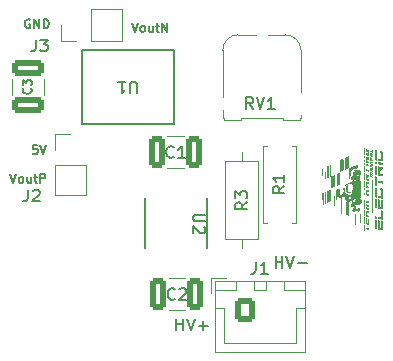
<source format=gto>
G04 #@! TF.GenerationSoftware,KiCad,Pcbnew,(6.0.7-1)-1*
G04 #@! TF.CreationDate,2024-09-04T01:05:31+05:30*
G04 #@! TF.ProjectId,voltage_sensor,766f6c74-6167-4655-9f73-656e736f722e,rev?*
G04 #@! TF.SameCoordinates,Original*
G04 #@! TF.FileFunction,Legend,Top*
G04 #@! TF.FilePolarity,Positive*
%FSLAX46Y46*%
G04 Gerber Fmt 4.6, Leading zero omitted, Abs format (unit mm)*
G04 Created by KiCad (PCBNEW (6.0.7-1)-1) date 2024-09-04 01:05:31*
%MOMM*%
%LPD*%
G01*
G04 APERTURE LIST*
G04 Aperture macros list*
%AMRoundRect*
0 Rectangle with rounded corners*
0 $1 Rounding radius*
0 $2 $3 $4 $5 $6 $7 $8 $9 X,Y pos of 4 corners*
0 Add a 4 corners polygon primitive as box body*
4,1,4,$2,$3,$4,$5,$6,$7,$8,$9,$2,$3,0*
0 Add four circle primitives for the rounded corners*
1,1,$1+$1,$2,$3*
1,1,$1+$1,$4,$5*
1,1,$1+$1,$6,$7*
1,1,$1+$1,$8,$9*
0 Add four rect primitives between the rounded corners*
20,1,$1+$1,$2,$3,$4,$5,0*
20,1,$1+$1,$4,$5,$6,$7,0*
20,1,$1+$1,$6,$7,$8,$9,0*
20,1,$1+$1,$8,$9,$2,$3,0*%
G04 Aperture macros list end*
%ADD10C,0.150000*%
%ADD11C,0.120000*%
%ADD12C,0.152400*%
%ADD13R,1.560000X1.560000*%
%ADD14C,1.560000*%
%ADD15RoundRect,0.250000X-0.600000X-0.750000X0.600000X-0.750000X0.600000X0.750000X-0.600000X0.750000X0*%
%ADD16O,1.700000X2.000000*%
%ADD17C,1.600000*%
%ADD18O,1.600000X1.600000*%
%ADD19RoundRect,0.250000X0.412500X1.100000X-0.412500X1.100000X-0.412500X-1.100000X0.412500X-1.100000X0*%
%ADD20RoundRect,0.250000X1.100000X-0.412500X1.100000X0.412500X-1.100000X0.412500X-1.100000X-0.412500X0*%
%ADD21R,0.558800X1.981200*%
%ADD22R,2.311400X2.311400*%
%ADD23C,3.200000*%
%ADD24R,1.700000X1.700000*%
%ADD25O,1.700000X1.700000*%
%ADD26R,1.701800X0.558800*%
G04 APERTURE END LIST*
D10*
X97226671Y-75699385D02*
X96869528Y-75699385D01*
X96833814Y-76056528D01*
X96869528Y-76020814D01*
X96940957Y-75985100D01*
X97119528Y-75985100D01*
X97190957Y-76020814D01*
X97226671Y-76056528D01*
X97262385Y-76127957D01*
X97262385Y-76306528D01*
X97226671Y-76377957D01*
X97190957Y-76413671D01*
X97119528Y-76449385D01*
X96940957Y-76449385D01*
X96869528Y-76413671D01*
X96833814Y-76377957D01*
X97476671Y-75699385D02*
X97726671Y-76449385D01*
X97976671Y-75699385D01*
X94940957Y-78114385D02*
X95190957Y-78864385D01*
X95440957Y-78114385D01*
X95798100Y-78864385D02*
X95726671Y-78828671D01*
X95690957Y-78792957D01*
X95655242Y-78721528D01*
X95655242Y-78507242D01*
X95690957Y-78435814D01*
X95726671Y-78400100D01*
X95798100Y-78364385D01*
X95905242Y-78364385D01*
X95976671Y-78400100D01*
X96012385Y-78435814D01*
X96048100Y-78507242D01*
X96048100Y-78721528D01*
X96012385Y-78792957D01*
X95976671Y-78828671D01*
X95905242Y-78864385D01*
X95798100Y-78864385D01*
X96690957Y-78364385D02*
X96690957Y-78864385D01*
X96369528Y-78364385D02*
X96369528Y-78757242D01*
X96405242Y-78828671D01*
X96476671Y-78864385D01*
X96583814Y-78864385D01*
X96655242Y-78828671D01*
X96690957Y-78792957D01*
X96940957Y-78364385D02*
X97226671Y-78364385D01*
X97048100Y-78114385D02*
X97048100Y-78757242D01*
X97083814Y-78828671D01*
X97155242Y-78864385D01*
X97226671Y-78864385D01*
X97476671Y-78864385D02*
X97476671Y-78114385D01*
X97762385Y-78114385D01*
X97833814Y-78150100D01*
X97869528Y-78185814D01*
X97905242Y-78257242D01*
X97905242Y-78364385D01*
X97869528Y-78435814D01*
X97833814Y-78471528D01*
X97762385Y-78507242D01*
X97476671Y-78507242D01*
X96613214Y-65055400D02*
X96541785Y-65019685D01*
X96434642Y-65019685D01*
X96327500Y-65055400D01*
X96256071Y-65126828D01*
X96220357Y-65198257D01*
X96184642Y-65341114D01*
X96184642Y-65448257D01*
X96220357Y-65591114D01*
X96256071Y-65662542D01*
X96327500Y-65733971D01*
X96434642Y-65769685D01*
X96506071Y-65769685D01*
X96613214Y-65733971D01*
X96648928Y-65698257D01*
X96648928Y-65448257D01*
X96506071Y-65448257D01*
X96970357Y-65769685D02*
X96970357Y-65019685D01*
X97398928Y-65769685D01*
X97398928Y-65019685D01*
X97756071Y-65769685D02*
X97756071Y-65019685D01*
X97934642Y-65019685D01*
X98041785Y-65055400D01*
X98113214Y-65126828D01*
X98148928Y-65198257D01*
X98184642Y-65341114D01*
X98184642Y-65448257D01*
X98148928Y-65591114D01*
X98113214Y-65662542D01*
X98041785Y-65733971D01*
X97934642Y-65769685D01*
X97756071Y-65769685D01*
X117411666Y-86075780D02*
X117411666Y-85075780D01*
X117411666Y-85551971D02*
X117983095Y-85551971D01*
X117983095Y-86075780D02*
X117983095Y-85075780D01*
X118316428Y-85075780D02*
X118649761Y-86075780D01*
X118983095Y-85075780D01*
X119316428Y-85694828D02*
X120078333Y-85694828D01*
X109004266Y-91384380D02*
X109004266Y-90384380D01*
X109004266Y-90860571D02*
X109575695Y-90860571D01*
X109575695Y-91384380D02*
X109575695Y-90384380D01*
X109909028Y-90384380D02*
X110242361Y-91384380D01*
X110575695Y-90384380D01*
X110909028Y-91003428D02*
X111670933Y-91003428D01*
X111289980Y-91384380D02*
X111289980Y-90622476D01*
X105243042Y-65349885D02*
X105493042Y-66099885D01*
X105743042Y-65349885D01*
X106100185Y-66099885D02*
X106028757Y-66064171D01*
X105993042Y-66028457D01*
X105957328Y-65957028D01*
X105957328Y-65742742D01*
X105993042Y-65671314D01*
X106028757Y-65635600D01*
X106100185Y-65599885D01*
X106207328Y-65599885D01*
X106278757Y-65635600D01*
X106314471Y-65671314D01*
X106350185Y-65742742D01*
X106350185Y-65957028D01*
X106314471Y-66028457D01*
X106278757Y-66064171D01*
X106207328Y-66099885D01*
X106100185Y-66099885D01*
X106993042Y-65599885D02*
X106993042Y-66099885D01*
X106671614Y-65599885D02*
X106671614Y-65992742D01*
X106707328Y-66064171D01*
X106778757Y-66099885D01*
X106885900Y-66099885D01*
X106957328Y-66064171D01*
X106993042Y-66028457D01*
X107243042Y-65599885D02*
X107528757Y-65599885D01*
X107350185Y-65349885D02*
X107350185Y-65992742D01*
X107385900Y-66064171D01*
X107457328Y-66099885D01*
X107528757Y-66099885D01*
X107778757Y-66099885D02*
X107778757Y-65349885D01*
X108207328Y-66099885D01*
X108207328Y-65349885D01*
X115508161Y-72639180D02*
X115174828Y-72162990D01*
X114936733Y-72639180D02*
X114936733Y-71639180D01*
X115317685Y-71639180D01*
X115412923Y-71686800D01*
X115460542Y-71734419D01*
X115508161Y-71829657D01*
X115508161Y-71972514D01*
X115460542Y-72067752D01*
X115412923Y-72115371D01*
X115317685Y-72162990D01*
X114936733Y-72162990D01*
X115793876Y-71639180D02*
X116127209Y-72639180D01*
X116460542Y-71639180D01*
X117317685Y-72639180D02*
X116746257Y-72639180D01*
X117031971Y-72639180D02*
X117031971Y-71639180D01*
X116936733Y-71782038D01*
X116841495Y-71877276D01*
X116746257Y-71924895D01*
X115744666Y-85572780D02*
X115744666Y-86287066D01*
X115697047Y-86429923D01*
X115601809Y-86525161D01*
X115458952Y-86572780D01*
X115363714Y-86572780D01*
X116744666Y-86572780D02*
X116173238Y-86572780D01*
X116458952Y-86572780D02*
X116458952Y-85572780D01*
X116363714Y-85715638D01*
X116268476Y-85810876D01*
X116173238Y-85858495D01*
X115006380Y-80532266D02*
X114530190Y-80865600D01*
X115006380Y-81103695D02*
X114006380Y-81103695D01*
X114006380Y-80722742D01*
X114054000Y-80627504D01*
X114101619Y-80579885D01*
X114196857Y-80532266D01*
X114339714Y-80532266D01*
X114434952Y-80579885D01*
X114482571Y-80627504D01*
X114530190Y-80722742D01*
X114530190Y-81103695D01*
X114006380Y-80198933D02*
X114006380Y-79579885D01*
X114387333Y-79913219D01*
X114387333Y-79770361D01*
X114434952Y-79675123D01*
X114482571Y-79627504D01*
X114577809Y-79579885D01*
X114815904Y-79579885D01*
X114911142Y-79627504D01*
X114958761Y-79675123D01*
X115006380Y-79770361D01*
X115006380Y-80056076D01*
X114958761Y-80151314D01*
X114911142Y-80198933D01*
X108773933Y-76684142D02*
X108726314Y-76731761D01*
X108583457Y-76779380D01*
X108488219Y-76779380D01*
X108345361Y-76731761D01*
X108250123Y-76636523D01*
X108202504Y-76541285D01*
X108154885Y-76350809D01*
X108154885Y-76207952D01*
X108202504Y-76017476D01*
X108250123Y-75922238D01*
X108345361Y-75827000D01*
X108488219Y-75779380D01*
X108583457Y-75779380D01*
X108726314Y-75827000D01*
X108773933Y-75874619D01*
X109726314Y-76779380D02*
X109154885Y-76779380D01*
X109440600Y-76779380D02*
X109440600Y-75779380D01*
X109345361Y-75922238D01*
X109250123Y-76017476D01*
X109154885Y-76065095D01*
X96686257Y-70889400D02*
X96721971Y-70925114D01*
X96757685Y-71032257D01*
X96757685Y-71103685D01*
X96721971Y-71210828D01*
X96650542Y-71282257D01*
X96579114Y-71317971D01*
X96436257Y-71353685D01*
X96329114Y-71353685D01*
X96186257Y-71317971D01*
X96114828Y-71282257D01*
X96043400Y-71210828D01*
X96007685Y-71103685D01*
X96007685Y-71032257D01*
X96043400Y-70925114D01*
X96079114Y-70889400D01*
X96007685Y-70639400D02*
X96007685Y-70175114D01*
X96293400Y-70425114D01*
X96293400Y-70317971D01*
X96329114Y-70246542D01*
X96364828Y-70210828D01*
X96436257Y-70175114D01*
X96614828Y-70175114D01*
X96686257Y-70210828D01*
X96721971Y-70246542D01*
X96757685Y-70317971D01*
X96757685Y-70532257D01*
X96721971Y-70603685D01*
X96686257Y-70639400D01*
X111444019Y-81584895D02*
X110634495Y-81584895D01*
X110539257Y-81632514D01*
X110491638Y-81680133D01*
X110444019Y-81775371D01*
X110444019Y-81965847D01*
X110491638Y-82061085D01*
X110539257Y-82108704D01*
X110634495Y-82156323D01*
X111444019Y-82156323D01*
X111348780Y-82584895D02*
X111396400Y-82632514D01*
X111444019Y-82727752D01*
X111444019Y-82965847D01*
X111396400Y-83061085D01*
X111348780Y-83108704D01*
X111253542Y-83156323D01*
X111158304Y-83156323D01*
X111015447Y-83108704D01*
X110444019Y-82537276D01*
X110444019Y-83156323D01*
X96440666Y-79462380D02*
X96440666Y-80176666D01*
X96393047Y-80319523D01*
X96297809Y-80414761D01*
X96154952Y-80462380D01*
X96059714Y-80462380D01*
X96869238Y-79557619D02*
X96916857Y-79510000D01*
X97012095Y-79462380D01*
X97250190Y-79462380D01*
X97345428Y-79510000D01*
X97393047Y-79557619D01*
X97440666Y-79652857D01*
X97440666Y-79748095D01*
X97393047Y-79890952D01*
X96821619Y-80462380D01*
X97440666Y-80462380D01*
X105663904Y-71312019D02*
X105663904Y-70502495D01*
X105616285Y-70407257D01*
X105568666Y-70359638D01*
X105473428Y-70312019D01*
X105282952Y-70312019D01*
X105187714Y-70359638D01*
X105140095Y-70407257D01*
X105092476Y-70502495D01*
X105092476Y-71312019D01*
X104092476Y-70312019D02*
X104663904Y-70312019D01*
X104378190Y-70312019D02*
X104378190Y-71312019D01*
X104473428Y-71169161D01*
X104568666Y-71073923D01*
X104663904Y-71026304D01*
X118155980Y-79160666D02*
X117679790Y-79494000D01*
X118155980Y-79732095D02*
X117155980Y-79732095D01*
X117155980Y-79351142D01*
X117203600Y-79255904D01*
X117251219Y-79208285D01*
X117346457Y-79160666D01*
X117489314Y-79160666D01*
X117584552Y-79208285D01*
X117632171Y-79255904D01*
X117679790Y-79351142D01*
X117679790Y-79732095D01*
X118155980Y-78208285D02*
X118155980Y-78779714D01*
X118155980Y-78494000D02*
X117155980Y-78494000D01*
X117298838Y-78589238D01*
X117394076Y-78684476D01*
X117441695Y-78779714D01*
X108875533Y-88698342D02*
X108827914Y-88745961D01*
X108685057Y-88793580D01*
X108589819Y-88793580D01*
X108446961Y-88745961D01*
X108351723Y-88650723D01*
X108304104Y-88555485D01*
X108256485Y-88365009D01*
X108256485Y-88222152D01*
X108304104Y-88031676D01*
X108351723Y-87936438D01*
X108446961Y-87841200D01*
X108589819Y-87793580D01*
X108685057Y-87793580D01*
X108827914Y-87841200D01*
X108875533Y-87888819D01*
X109256485Y-87888819D02*
X109304104Y-87841200D01*
X109399342Y-87793580D01*
X109637438Y-87793580D01*
X109732676Y-87841200D01*
X109780295Y-87888819D01*
X109827914Y-87984057D01*
X109827914Y-88079295D01*
X109780295Y-88222152D01*
X109208866Y-88793580D01*
X109827914Y-88793580D01*
X97101066Y-66762380D02*
X97101066Y-67476666D01*
X97053447Y-67619523D01*
X96958209Y-67714761D01*
X96815352Y-67762380D01*
X96720114Y-67762380D01*
X97482019Y-66762380D02*
X98101066Y-66762380D01*
X97767733Y-67143333D01*
X97910590Y-67143333D01*
X98005828Y-67190952D01*
X98053447Y-67238571D01*
X98101066Y-67333809D01*
X98101066Y-67571904D01*
X98053447Y-67667142D01*
X98005828Y-67714761D01*
X97910590Y-67762380D01*
X97624876Y-67762380D01*
X97529638Y-67714761D01*
X97482019Y-67667142D01*
D11*
X113035000Y-73571400D02*
X113035000Y-73371400D01*
X113035000Y-73371400D02*
X112935000Y-73371400D01*
X112935000Y-71641400D02*
X112935000Y-67661400D01*
X114455000Y-73371400D02*
X114455000Y-73571400D01*
X119455000Y-73571400D02*
X118035000Y-73571400D01*
X118035000Y-73371400D02*
X118035000Y-73571400D01*
X119555000Y-73371400D02*
X119555000Y-73121400D01*
X118035000Y-73371400D02*
X114455000Y-73371400D01*
X116755000Y-66351400D02*
X118245000Y-66351400D01*
X119555000Y-67661400D02*
X119555000Y-71201400D01*
X114245000Y-66351400D02*
X115735000Y-66351400D01*
X112935000Y-73371400D02*
X112935000Y-72681400D01*
X114455000Y-73571400D02*
X113035000Y-73571400D01*
X119455000Y-73571400D02*
X119455000Y-73371400D01*
X119455000Y-73371400D02*
X119555000Y-73371400D01*
X114245000Y-66351400D02*
G75*
G03*
X112935000Y-67661400I0J-1310000D01*
G01*
X119555000Y-67661400D02*
G75*
G03*
X118245000Y-66351400I-1310000J0D01*
G01*
X113028000Y-89470400D02*
X113028000Y-92420400D01*
X119878000Y-87220400D02*
X118078000Y-87220400D01*
X115578000Y-87220400D02*
X115578000Y-87970400D01*
X112268000Y-87210400D02*
X112268000Y-93180400D01*
X119888000Y-87210400D02*
X112268000Y-87210400D01*
X119878000Y-89470400D02*
X119128000Y-89470400D01*
X119128000Y-89470400D02*
X119128000Y-92420400D01*
X119128000Y-92420400D02*
X116078000Y-92420400D01*
X112278000Y-89470400D02*
X113028000Y-89470400D01*
X112278000Y-87970400D02*
X114078000Y-87970400D01*
X119878000Y-87970400D02*
X119878000Y-87220400D01*
X116578000Y-87970400D02*
X116578000Y-87220400D01*
X119888000Y-93180400D02*
X119888000Y-87210400D01*
X114078000Y-87220400D02*
X112278000Y-87220400D01*
X114078000Y-87970400D02*
X114078000Y-87220400D01*
X112268000Y-93180400D02*
X119888000Y-93180400D01*
X116578000Y-87220400D02*
X115578000Y-87220400D01*
X113028000Y-92420400D02*
X116078000Y-92420400D01*
X112278000Y-87220400D02*
X112278000Y-87970400D01*
X115578000Y-87970400D02*
X116578000Y-87970400D01*
X113228000Y-86920400D02*
X111978000Y-86920400D01*
X118078000Y-87970400D02*
X119878000Y-87970400D01*
X111978000Y-86920400D02*
X111978000Y-88170400D01*
X118078000Y-87220400D02*
X118078000Y-87970400D01*
X113158600Y-83610200D02*
X115898600Y-83610200D01*
X114528600Y-76300200D02*
X114528600Y-77070200D01*
X115898600Y-77070200D02*
X113158600Y-77070200D01*
X113158600Y-77070200D02*
X113158600Y-83610200D01*
X114528600Y-84380200D02*
X114528600Y-83610200D01*
X115898600Y-83610200D02*
X115898600Y-77070200D01*
X109638752Y-77636200D02*
X108216248Y-77636200D01*
X109638752Y-74916200D02*
X108216248Y-74916200D01*
X97778400Y-71475652D02*
X97778400Y-70053148D01*
X95058400Y-71475652D02*
X95058400Y-70053148D01*
D12*
X106362500Y-80149700D02*
X106362500Y-84391500D01*
X111620300Y-84391500D02*
X111620300Y-80149700D01*
D11*
X98695200Y-77343000D02*
X98695200Y-79943000D01*
X98695200Y-76073000D02*
X98695200Y-74743000D01*
X98695200Y-77343000D02*
X101355200Y-77343000D01*
X101355200Y-77343000D02*
X101355200Y-79943000D01*
X98695200Y-79943000D02*
X101355200Y-79943000D01*
X98695200Y-74743000D02*
X100025200Y-74743000D01*
G36*
X125554060Y-76748716D02*
G01*
X125566646Y-76757176D01*
X125583708Y-76770989D01*
X125583708Y-76865841D01*
X125583764Y-76900744D01*
X125584085Y-76926071D01*
X125584898Y-76943619D01*
X125586433Y-76955188D01*
X125588918Y-76962575D01*
X125592580Y-76967580D01*
X125597135Y-76971584D01*
X125608933Y-76979410D01*
X125617581Y-76982475D01*
X125630077Y-76987678D01*
X125639544Y-77001770D01*
X125645125Y-77022471D01*
X125645961Y-77047504D01*
X125645141Y-77055651D01*
X125642987Y-77067581D01*
X125638467Y-77072486D01*
X125628094Y-77072404D01*
X125618845Y-77071004D01*
X125600185Y-77066425D01*
X125584173Y-77059913D01*
X125581657Y-77058425D01*
X125567353Y-77051109D01*
X125548941Y-77044122D01*
X125544843Y-77042866D01*
X125528603Y-77035709D01*
X125518456Y-77024384D01*
X125513895Y-77007216D01*
X125514416Y-76982532D01*
X125518368Y-76955015D01*
X125524792Y-76901446D01*
X125523962Y-76852638D01*
X125518107Y-76814504D01*
X125514468Y-76785204D01*
X125516921Y-76763175D01*
X125524788Y-76749218D01*
X125537394Y-76744131D01*
X125554060Y-76748716D01*
G37*
G36*
X126127510Y-80282440D02*
G01*
X126148393Y-80286187D01*
X126159014Y-80289708D01*
X126174935Y-80295327D01*
X126187790Y-80298158D01*
X126189345Y-80298239D01*
X126200538Y-80301602D01*
X126213858Y-80309725D01*
X126214244Y-80310026D01*
X126229230Y-80321814D01*
X126229230Y-80602047D01*
X126229194Y-80668005D01*
X126229190Y-80723504D01*
X126229372Y-80769456D01*
X126229895Y-80806777D01*
X126230913Y-80836381D01*
X126232580Y-80859181D01*
X126235052Y-80876092D01*
X126238482Y-80888028D01*
X126243026Y-80895903D01*
X126248837Y-80900632D01*
X126256070Y-80903129D01*
X126264880Y-80904307D01*
X126275421Y-80905081D01*
X126280517Y-80905517D01*
X126291633Y-80906766D01*
X126300963Y-80907601D01*
X126308655Y-80907122D01*
X126314852Y-80904434D01*
X126319701Y-80898639D01*
X126323347Y-80888841D01*
X126325937Y-80874142D01*
X126327615Y-80853646D01*
X126328529Y-80826454D01*
X126328823Y-80791671D01*
X126328643Y-80748400D01*
X126328134Y-80695743D01*
X126327444Y-80632803D01*
X126327284Y-80617660D01*
X126324455Y-80346003D01*
X126340168Y-80335708D01*
X126350886Y-80329950D01*
X126361964Y-80328138D01*
X126377743Y-80329904D01*
X126387346Y-80331731D01*
X126411395Y-80335472D01*
X126436423Y-80337739D01*
X126446559Y-80338051D01*
X126466525Y-80339578D01*
X126480272Y-80345247D01*
X126488266Y-80352011D01*
X126502226Y-80365971D01*
X126502226Y-81047692D01*
X126483742Y-81074929D01*
X126471509Y-81091229D01*
X126459051Y-81102818D01*
X126444476Y-81110100D01*
X126425891Y-81113477D01*
X126401403Y-81113352D01*
X126369122Y-81110127D01*
X126338319Y-81105866D01*
X126307901Y-81101159D01*
X126280437Y-81096473D01*
X126258427Y-81092266D01*
X126244370Y-81088997D01*
X126241925Y-81088210D01*
X126231875Y-81085708D01*
X126213511Y-81082231D01*
X126189802Y-81078236D01*
X126163718Y-81074178D01*
X126138228Y-81070512D01*
X126116304Y-81067694D01*
X126100914Y-81066179D01*
X126097359Y-81066040D01*
X126090339Y-81062404D01*
X126081357Y-81054665D01*
X126079096Y-81052149D01*
X126077156Y-81048903D01*
X126075513Y-81044095D01*
X126074142Y-81036888D01*
X126073018Y-81026450D01*
X126072117Y-81011944D01*
X126071415Y-80992538D01*
X126070886Y-80967395D01*
X126070507Y-80935683D01*
X126070251Y-80896566D01*
X126070096Y-80849210D01*
X126070016Y-80792780D01*
X126069986Y-80726443D01*
X126069982Y-80669058D01*
X126070033Y-80589934D01*
X126070194Y-80521569D01*
X126070475Y-80463346D01*
X126070888Y-80414651D01*
X126071443Y-80374867D01*
X126072152Y-80343378D01*
X126073026Y-80319570D01*
X126074075Y-80302826D01*
X126075312Y-80292530D01*
X126076746Y-80288067D01*
X126076807Y-80288001D01*
X126087867Y-80283268D01*
X126106051Y-80281441D01*
X126127510Y-80282440D01*
G37*
G36*
X125454321Y-77603085D02*
G01*
X125462389Y-77605968D01*
X125468440Y-77612312D01*
X125472761Y-77623375D01*
X125475639Y-77640417D01*
X125477361Y-77664697D01*
X125478212Y-77697473D01*
X125478481Y-77740005D01*
X125478491Y-77754068D01*
X125478462Y-77795093D01*
X125478275Y-77826314D01*
X125477777Y-77849300D01*
X125476813Y-77865623D01*
X125475232Y-77876852D01*
X125472879Y-77884558D01*
X125469603Y-77890311D01*
X125465250Y-77895681D01*
X125464617Y-77896410D01*
X125454192Y-77906606D01*
X125446212Y-77908599D01*
X125440445Y-77906064D01*
X125437308Y-77903373D01*
X125434850Y-77898711D01*
X125432968Y-77890751D01*
X125431562Y-77878162D01*
X125430531Y-77859616D01*
X125429773Y-77833785D01*
X125429187Y-77799338D01*
X125428671Y-77754948D01*
X125428631Y-77751082D01*
X125427115Y-77602403D01*
X125443949Y-77602403D01*
X125454321Y-77603085D01*
G37*
G36*
X125072491Y-76022573D02*
G01*
X125086779Y-76026455D01*
X125107261Y-76033926D01*
X125135013Y-76045368D01*
X125171109Y-76061165D01*
X125203511Y-76075740D01*
X125217523Y-76081288D01*
X125227472Y-76083844D01*
X125227965Y-76083863D01*
X125239583Y-76087010D01*
X125255910Y-76094933D01*
X125272728Y-76105356D01*
X125283697Y-76113957D01*
X125293787Y-76127376D01*
X125296460Y-76140551D01*
X125293077Y-76147946D01*
X125292276Y-76154207D01*
X125291459Y-76170592D01*
X125290652Y-76195848D01*
X125289886Y-76228725D01*
X125289187Y-76267970D01*
X125288585Y-76312333D01*
X125288107Y-76360562D01*
X125288028Y-76370773D01*
X125287481Y-76430945D01*
X125286799Y-76480523D01*
X125285953Y-76520288D01*
X125284912Y-76551020D01*
X125283648Y-76573500D01*
X125282129Y-76588507D01*
X125280328Y-76596824D01*
X125279373Y-76598644D01*
X125266373Y-76606322D01*
X125249270Y-76604058D01*
X125235123Y-76596297D01*
X125219064Y-76588307D01*
X125199559Y-76582674D01*
X125196408Y-76582150D01*
X125178530Y-76577641D01*
X125154274Y-76568995D01*
X125127138Y-76557720D01*
X125100622Y-76545324D01*
X125078222Y-76533315D01*
X125068046Y-76526805D01*
X125051935Y-76515332D01*
X125051935Y-76447292D01*
X125052197Y-76417313D01*
X125053122Y-76396927D01*
X125054921Y-76384364D01*
X125057801Y-76377850D01*
X125060345Y-76376025D01*
X125069043Y-76376729D01*
X125085223Y-76381335D01*
X125106045Y-76388971D01*
X125116410Y-76393265D01*
X125142815Y-76404254D01*
X125161161Y-76410666D01*
X125173650Y-76412835D01*
X125182484Y-76411091D01*
X125189866Y-76405768D01*
X125191133Y-76404533D01*
X125196139Y-76393352D01*
X125199147Y-76373619D01*
X125200319Y-76347879D01*
X125199814Y-76318674D01*
X125197792Y-76288549D01*
X125194413Y-76260048D01*
X125189836Y-76235715D01*
X125184223Y-76218094D01*
X125178934Y-76210420D01*
X125163463Y-76204046D01*
X125150222Y-76208336D01*
X125140080Y-76222661D01*
X125134496Y-76242553D01*
X125130418Y-76257458D01*
X125124967Y-76266759D01*
X125123459Y-76267752D01*
X125111193Y-76268675D01*
X125094052Y-76265852D01*
X125076435Y-76260522D01*
X125062740Y-76253922D01*
X125057885Y-76249290D01*
X125056117Y-76240598D01*
X125054467Y-76222549D01*
X125053048Y-76197162D01*
X125051977Y-76166454D01*
X125051402Y-76135643D01*
X125051143Y-76096983D01*
X125051414Y-76068226D01*
X125052304Y-76047910D01*
X125053903Y-76034569D01*
X125056299Y-76026743D01*
X125058196Y-76024046D01*
X125063322Y-76021897D01*
X125072491Y-76022573D01*
G37*
G36*
X125912633Y-79281157D02*
G01*
X125934944Y-79282931D01*
X125952920Y-79286084D01*
X125963090Y-79290460D01*
X125963160Y-79290529D01*
X125964616Y-79294105D01*
X125965882Y-79302173D01*
X125966971Y-79315411D01*
X125967896Y-79334495D01*
X125968669Y-79360103D01*
X125969303Y-79392912D01*
X125969809Y-79433599D01*
X125970202Y-79482840D01*
X125970494Y-79541313D01*
X125970696Y-79609695D01*
X125970822Y-79688663D01*
X125970837Y-79702766D01*
X125970856Y-79770134D01*
X125970787Y-79834548D01*
X125970637Y-79895046D01*
X125970413Y-79950665D01*
X125970120Y-80000442D01*
X125969765Y-80043416D01*
X125969355Y-80078625D01*
X125968896Y-80105105D01*
X125968394Y-80121895D01*
X125967993Y-80127552D01*
X125964350Y-80140578D01*
X125957412Y-80147532D01*
X125945270Y-80148772D01*
X125926014Y-80144659D01*
X125907655Y-80138912D01*
X125873648Y-80123300D01*
X125844437Y-80101557D01*
X125822221Y-80075715D01*
X125809247Y-80047992D01*
X125807703Y-80039420D01*
X125806413Y-80025423D01*
X125805369Y-80005304D01*
X125804559Y-79978366D01*
X125803973Y-79943912D01*
X125803603Y-79901245D01*
X125803437Y-79849668D01*
X125803465Y-79788483D01*
X125803678Y-79716993D01*
X125803864Y-79674415D01*
X125805517Y-79326432D01*
X125821826Y-79309412D01*
X125836641Y-79296506D01*
X125852034Y-79286729D01*
X125854381Y-79285663D01*
X125868881Y-79282368D01*
X125889455Y-79280918D01*
X125912633Y-79281157D01*
G37*
G36*
X123668116Y-79118312D02*
G01*
X123702896Y-79128273D01*
X123736963Y-79147295D01*
X123762218Y-79168691D01*
X123779273Y-79182505D01*
X123798678Y-79193398D01*
X123803547Y-79195287D01*
X123819580Y-79201320D01*
X123831464Y-79206909D01*
X123833406Y-79208137D01*
X123838092Y-79216998D01*
X123840375Y-79231398D01*
X123839842Y-79245680D01*
X123836723Y-79253650D01*
X123827168Y-79257113D01*
X123816829Y-79249301D01*
X123811062Y-79240589D01*
X123799025Y-79226686D01*
X123783006Y-79216085D01*
X123782277Y-79215771D01*
X123767791Y-79206887D01*
X123751034Y-79192604D01*
X123740638Y-79181680D01*
X123717727Y-79160825D01*
X123693831Y-79149565D01*
X123670478Y-79148415D01*
X123656553Y-79153208D01*
X123645866Y-79159678D01*
X123641455Y-79164063D01*
X123645768Y-79176529D01*
X123656613Y-79191154D01*
X123670855Y-79204107D01*
X123677912Y-79208572D01*
X123692580Y-79219195D01*
X123697224Y-79228680D01*
X123693187Y-79235541D01*
X123681816Y-79238292D01*
X123664455Y-79235446D01*
X123656294Y-79232474D01*
X123645645Y-79227241D01*
X123638504Y-79220592D01*
X123633918Y-79210153D01*
X123630934Y-79193552D01*
X123628597Y-79168415D01*
X123628142Y-79162409D01*
X123627492Y-79138721D01*
X123630896Y-79124401D01*
X123639926Y-79117717D01*
X123656150Y-79116937D01*
X123668116Y-79118312D01*
G37*
G36*
X123145174Y-76831695D02*
G01*
X123149173Y-76837740D01*
X123152163Y-76848835D01*
X123154296Y-76865784D01*
X123155726Y-76889389D01*
X123156608Y-76920454D01*
X123157094Y-76959781D01*
X123157340Y-77008173D01*
X123157498Y-77066434D01*
X123157685Y-77126082D01*
X123157941Y-77188230D01*
X123158231Y-77251030D01*
X123158544Y-77312766D01*
X123158871Y-77371720D01*
X123159201Y-77426177D01*
X123159525Y-77474419D01*
X123159832Y-77514729D01*
X123160113Y-77545391D01*
X123160115Y-77545529D01*
X123160332Y-77588868D01*
X123160158Y-77635017D01*
X123159632Y-77680390D01*
X123158796Y-77721396D01*
X123157748Y-77753120D01*
X123156421Y-77782924D01*
X123155190Y-77808362D01*
X123154159Y-77827431D01*
X123153432Y-77838127D01*
X123153218Y-77839707D01*
X123146194Y-77844381D01*
X123131010Y-77851625D01*
X123110264Y-77860305D01*
X123086553Y-77869289D01*
X123080130Y-77871568D01*
X123057252Y-77879852D01*
X123035933Y-77888063D01*
X123020777Y-77894429D01*
X123020741Y-77894445D01*
X123005566Y-77900843D01*
X122984270Y-77909099D01*
X122961809Y-77917303D01*
X122936342Y-77926349D01*
X122909829Y-77935856D01*
X122890716Y-77942783D01*
X122859436Y-77954214D01*
X122856592Y-77938978D01*
X122856159Y-77931072D01*
X122855747Y-77912655D01*
X122855359Y-77884591D01*
X122855001Y-77847744D01*
X122854679Y-77802980D01*
X122854396Y-77751160D01*
X122854158Y-77693150D01*
X122853969Y-77629814D01*
X122853836Y-77562016D01*
X122853762Y-77490620D01*
X122853748Y-77443537D01*
X122853748Y-76963332D01*
X122901960Y-76938578D01*
X122924552Y-76927295D01*
X122946513Y-76917138D01*
X122970451Y-76907022D01*
X122998972Y-76895865D01*
X123034684Y-76882583D01*
X123050612Y-76876778D01*
X123066467Y-76869812D01*
X123087022Y-76859204D01*
X123104642Y-76849130D01*
X123115999Y-76841965D01*
X123125577Y-76835836D01*
X123133530Y-76831546D01*
X123140011Y-76829898D01*
X123145174Y-76831695D01*
G37*
G36*
X121462430Y-79719280D02*
G01*
X121470717Y-79722537D01*
X121471467Y-79723423D01*
X121472491Y-79730359D01*
X121473641Y-79747063D01*
X121474847Y-79771929D01*
X121476038Y-79803351D01*
X121477143Y-79839724D01*
X121477887Y-79869874D01*
X121478868Y-79911432D01*
X121479915Y-79951558D01*
X121480965Y-79988093D01*
X121481953Y-80018877D01*
X121482817Y-80041752D01*
X121483251Y-80050836D01*
X121491348Y-80227681D01*
X121495965Y-80403535D01*
X121497036Y-80521907D01*
X121497300Y-80697233D01*
X121480675Y-80713858D01*
X121466424Y-80724767D01*
X121452536Y-80730286D01*
X121450161Y-80730482D01*
X121435741Y-80733970D01*
X121421811Y-80741857D01*
X121405980Y-80751568D01*
X121395171Y-80751333D01*
X121388607Y-80740993D01*
X121387131Y-80734748D01*
X121386310Y-80725096D01*
X121385398Y-80705407D01*
X121384433Y-80677019D01*
X121383449Y-80641271D01*
X121382483Y-80599499D01*
X121381571Y-80553041D01*
X121380747Y-80503236D01*
X121380536Y-80488767D01*
X121379760Y-80435862D01*
X121378947Y-80383876D01*
X121378128Y-80334518D01*
X121377332Y-80289501D01*
X121376590Y-80250536D01*
X121375933Y-80219334D01*
X121375391Y-80197606D01*
X121375340Y-80195865D01*
X121374925Y-80178057D01*
X121374483Y-80151929D01*
X121374026Y-80119049D01*
X121373568Y-80080986D01*
X121373122Y-80039309D01*
X121372701Y-79995588D01*
X121372318Y-79951390D01*
X121371986Y-79908286D01*
X121371719Y-79867843D01*
X121371530Y-79831630D01*
X121371432Y-79801217D01*
X121371438Y-79778173D01*
X121371561Y-79764066D01*
X121371684Y-79760675D01*
X121376771Y-79755512D01*
X121389470Y-79748006D01*
X121403457Y-79741381D01*
X121420058Y-79733466D01*
X121431401Y-79726626D01*
X121434738Y-79723000D01*
X121439471Y-79719454D01*
X121450358Y-79718234D01*
X121462430Y-79719280D01*
G37*
G36*
X124938869Y-81166014D02*
G01*
X124957396Y-81174256D01*
X124975266Y-81185017D01*
X124987827Y-81195863D01*
X124987951Y-81196013D01*
X124989501Y-81203395D01*
X124990884Y-81220598D01*
X124992094Y-81246196D01*
X124993127Y-81278764D01*
X124993976Y-81316875D01*
X124994636Y-81359104D01*
X124995102Y-81404026D01*
X124995368Y-81450214D01*
X124995429Y-81496243D01*
X124995279Y-81540687D01*
X124994912Y-81582120D01*
X124994324Y-81619117D01*
X124993509Y-81650252D01*
X124992461Y-81674098D01*
X124991175Y-81689231D01*
X124989866Y-81694195D01*
X124982019Y-81696189D01*
X124966035Y-81698522D01*
X124945124Y-81700738D01*
X124941444Y-81701059D01*
X124898216Y-81704713D01*
X124898991Y-81440829D01*
X124899308Y-81374695D01*
X124899839Y-81316881D01*
X124900573Y-81267888D01*
X124901496Y-81228215D01*
X124902598Y-81198361D01*
X124903866Y-81178827D01*
X124905289Y-81170112D01*
X124905454Y-81169835D01*
X124915276Y-81164157D01*
X124924339Y-81162726D01*
X124938869Y-81166014D01*
G37*
G36*
X125539944Y-77632681D02*
G01*
X125553173Y-77640239D01*
X125562914Y-77642215D01*
X125576794Y-77645471D01*
X125595303Y-77653826D01*
X125614887Y-77665157D01*
X125631986Y-77677346D01*
X125643046Y-77688271D01*
X125644635Y-77690941D01*
X125647585Y-77705230D01*
X125647309Y-77724560D01*
X125646678Y-77729626D01*
X125643829Y-77745225D01*
X125639138Y-77753247D01*
X125629179Y-77756979D01*
X125616108Y-77758952D01*
X125599070Y-77761378D01*
X125586682Y-77763382D01*
X125583757Y-77763978D01*
X125580964Y-77769984D01*
X125579707Y-77784025D01*
X125579821Y-77802889D01*
X125581143Y-77823362D01*
X125583510Y-77842232D01*
X125586758Y-77856288D01*
X125588666Y-77860512D01*
X125598038Y-77868896D01*
X125613586Y-77877523D01*
X125620926Y-77880551D01*
X125636339Y-77886909D01*
X125644029Y-77893709D01*
X125647071Y-77904965D01*
X125647965Y-77915842D01*
X125647420Y-77935522D01*
X125643064Y-77947009D01*
X125642278Y-77947746D01*
X125632217Y-77951148D01*
X125618525Y-77950979D01*
X125605738Y-77947938D01*
X125598392Y-77942728D01*
X125597927Y-77940894D01*
X125592461Y-77935894D01*
X125576938Y-77931741D01*
X125564312Y-77929940D01*
X125545119Y-77926653D01*
X125530271Y-77922088D01*
X125524303Y-77918433D01*
X125517125Y-77902549D01*
X125514294Y-77879918D01*
X125515858Y-77854321D01*
X125521869Y-77829543D01*
X125523095Y-77826286D01*
X125529872Y-77806177D01*
X125532036Y-77788566D01*
X125530257Y-77767159D01*
X125529764Y-77763725D01*
X125525796Y-77741620D01*
X125520942Y-77721009D01*
X125517997Y-77711381D01*
X125514730Y-77694928D01*
X125514089Y-77674236D01*
X125515791Y-77653413D01*
X125519551Y-77636565D01*
X125523705Y-77628851D01*
X125532183Y-77627441D01*
X125539944Y-77632681D01*
G37*
G36*
X125091418Y-80965151D02*
G01*
X125114696Y-80969115D01*
X125137639Y-80975913D01*
X125147384Y-80980098D01*
X125165611Y-80987559D01*
X125182866Y-80991763D01*
X125187439Y-80992103D01*
X125204457Y-80995644D01*
X125217524Y-81002495D01*
X125230787Y-81011133D01*
X125248973Y-81021205D01*
X125258103Y-81025752D01*
X125273510Y-81034178D01*
X125283692Y-81041819D01*
X125285976Y-81045219D01*
X125286757Y-81057364D01*
X125287241Y-81076927D01*
X125287410Y-81099956D01*
X125287246Y-81122497D01*
X125286732Y-81140597D01*
X125286427Y-81145664D01*
X125283173Y-81171134D01*
X125277408Y-81186139D01*
X125267962Y-81191513D01*
X125253662Y-81188087D01*
X125238335Y-81179810D01*
X125225923Y-81173790D01*
X125205355Y-81165479D01*
X125179349Y-81155912D01*
X125150625Y-81146128D01*
X125146619Y-81144825D01*
X125118696Y-81135248D01*
X125094087Y-81125788D01*
X125075170Y-81117432D01*
X125064321Y-81111165D01*
X125063370Y-81110294D01*
X125057136Y-81097884D01*
X125052244Y-81077501D01*
X125048990Y-81052498D01*
X125047671Y-81026230D01*
X125048583Y-81002049D01*
X125052022Y-80983310D01*
X125052119Y-80983012D01*
X125058985Y-80962210D01*
X125091418Y-80965151D01*
G37*
G36*
X124613917Y-81491825D02*
G01*
X124622349Y-81505849D01*
X124624432Y-81527769D01*
X124623997Y-81538752D01*
X124623297Y-81559227D01*
X124622390Y-81587315D01*
X124621338Y-81621136D01*
X124620199Y-81658811D01*
X124619564Y-81680281D01*
X124618286Y-81719990D01*
X124616866Y-81757539D01*
X124615400Y-81790879D01*
X124613979Y-81817964D01*
X124612698Y-81836747D01*
X124612142Y-81842372D01*
X124610882Y-81856962D01*
X124609464Y-81880606D01*
X124608001Y-81910986D01*
X124606602Y-81945784D01*
X124605380Y-81982682D01*
X124605325Y-81984558D01*
X124602788Y-82070909D01*
X124600518Y-82146571D01*
X124598488Y-82212224D01*
X124596671Y-82268549D01*
X124595041Y-82316227D01*
X124593571Y-82355940D01*
X124592235Y-82388368D01*
X124591006Y-82414192D01*
X124589859Y-82434095D01*
X124588765Y-82448756D01*
X124587699Y-82458857D01*
X124586635Y-82465078D01*
X124586619Y-82465144D01*
X124581833Y-82485050D01*
X124577722Y-82467303D01*
X124576757Y-82457547D01*
X124575876Y-82437864D01*
X124575106Y-82409700D01*
X124574475Y-82374505D01*
X124574009Y-82333726D01*
X124573735Y-82288809D01*
X124573674Y-82251182D01*
X124573672Y-82201248D01*
X124573641Y-82142441D01*
X124573584Y-82077260D01*
X124573504Y-82008206D01*
X124573404Y-81937781D01*
X124573287Y-81868485D01*
X124573156Y-81802818D01*
X124573110Y-81782453D01*
X124572985Y-81716958D01*
X124572994Y-81661928D01*
X124573219Y-81616451D01*
X124573741Y-81579619D01*
X124574643Y-81550521D01*
X124576008Y-81528246D01*
X124577917Y-81511884D01*
X124580452Y-81500525D01*
X124583697Y-81493259D01*
X124587732Y-81489176D01*
X124592639Y-81487364D01*
X124598503Y-81486915D01*
X124599785Y-81486909D01*
X124613917Y-81491825D01*
G37*
G36*
X124040410Y-81278953D02*
G01*
X124039053Y-81279640D01*
X124037068Y-81284830D01*
X124045763Y-81290863D01*
X124064503Y-81297411D01*
X124081783Y-81301791D01*
X124110667Y-81308390D01*
X124092466Y-81318026D01*
X124073207Y-81324316D01*
X124048602Y-81327219D01*
X124023268Y-81326674D01*
X124001823Y-81322620D01*
X123994075Y-81319302D01*
X123980793Y-81312177D01*
X123962299Y-81302873D01*
X123950559Y-81297197D01*
X123921888Y-81280407D01*
X123899550Y-81260923D01*
X123885162Y-81240483D01*
X123880327Y-81221662D01*
X123884693Y-81211866D01*
X123895846Y-81198689D01*
X123910873Y-81184685D01*
X123926857Y-81172409D01*
X123940883Y-81164415D01*
X123947586Y-81162726D01*
X123957580Y-81159076D01*
X123969944Y-81150191D01*
X123971014Y-81149217D01*
X123986588Y-81137810D01*
X124002606Y-81129973D01*
X124013374Y-81125695D01*
X124014246Y-81122537D01*
X124009214Y-81119932D01*
X123998561Y-81119255D01*
X123979736Y-81121656D01*
X123955406Y-81126764D01*
X123949497Y-81128235D01*
X123921999Y-81135189D01*
X123903556Y-81139471D01*
X123892220Y-81141298D01*
X123886043Y-81140889D01*
X123883080Y-81138463D01*
X123881924Y-81135821D01*
X123884373Y-81127599D01*
X123894028Y-81115943D01*
X123908268Y-81103152D01*
X123924474Y-81091525D01*
X123940026Y-81083359D01*
X123942888Y-81082324D01*
X123961179Y-81074744D01*
X123977504Y-81065523D01*
X123977692Y-81065392D01*
X123994441Y-81055230D01*
X124008973Y-81048104D01*
X124025356Y-81041260D01*
X124011137Y-81038828D01*
X123999381Y-81038782D01*
X123979855Y-81040705D01*
X123955920Y-81044220D01*
X123943981Y-81046339D01*
X123916032Y-81051044D01*
X123897602Y-81052755D01*
X123887259Y-81051561D01*
X123884839Y-81050078D01*
X123882096Y-81040630D01*
X123888731Y-81029085D01*
X123903323Y-81016919D01*
X123924454Y-81005609D01*
X123929681Y-81003444D01*
X123950635Y-80994637D01*
X123969907Y-80985640D01*
X123979857Y-80980367D01*
X123996314Y-80973285D01*
X124016993Y-80967605D01*
X124023934Y-80966364D01*
X124040962Y-80962848D01*
X124049119Y-80957977D01*
X124050949Y-80951646D01*
X124049459Y-80945528D01*
X124043251Y-80942285D01*
X124029723Y-80941066D01*
X124018247Y-80940950D01*
X123981953Y-80942914D01*
X123942036Y-80948142D01*
X123907342Y-80955254D01*
X123895157Y-80956207D01*
X123892052Y-80951285D01*
X123898057Y-80941503D01*
X123906677Y-80933177D01*
X123921653Y-80920296D01*
X123914838Y-80832498D01*
X123909783Y-80772418D01*
X123904193Y-80713705D01*
X124112872Y-80713705D01*
X124117822Y-80729344D01*
X124127171Y-80749434D01*
X124139665Y-80771682D01*
X124154048Y-80793796D01*
X124169065Y-80813482D01*
X124179010Y-80824325D01*
X124194743Y-80841310D01*
X124208977Y-80859164D01*
X124214519Y-80867354D01*
X124225141Y-80882879D01*
X124235652Y-80895447D01*
X124237496Y-80897231D01*
X124241361Y-80901631D01*
X124244124Y-80907899D01*
X124245937Y-80917770D01*
X124246956Y-80932978D01*
X124247333Y-80955256D01*
X124247222Y-80986340D01*
X124247040Y-81004918D01*
X124246464Y-81038734D01*
X124245545Y-81069956D01*
X124244381Y-81096222D01*
X124243072Y-81115167D01*
X124242101Y-81122914D01*
X124240852Y-81138408D01*
X124242961Y-81149774D01*
X124243412Y-81150549D01*
X124253360Y-81156956D01*
X124269830Y-81160593D01*
X124288231Y-81161119D01*
X124303972Y-81158191D01*
X124309254Y-81155445D01*
X124317543Y-81144289D01*
X124325350Y-81125505D01*
X124331499Y-81102817D01*
X124334809Y-81079951D01*
X124335069Y-81073846D01*
X124337714Y-81058640D01*
X124343841Y-81048830D01*
X124351463Y-81046615D01*
X124356309Y-81050329D01*
X124360299Y-81060652D01*
X124362672Y-81076073D01*
X124362751Y-81077415D01*
X124364797Y-81107279D01*
X124367572Y-81133097D01*
X124370764Y-81152611D01*
X124374061Y-81163563D01*
X124374847Y-81164681D01*
X124385029Y-81168321D01*
X124396065Y-81163672D01*
X124403766Y-81152643D01*
X124404175Y-81151321D01*
X124406589Y-81137330D01*
X124408284Y-81117721D01*
X124408690Y-81107074D01*
X124410533Y-81087258D01*
X124414593Y-81070410D01*
X124417344Y-81064418D01*
X124423060Y-81051161D01*
X124428003Y-81032482D01*
X124429429Y-81024378D01*
X124432845Y-81007273D01*
X124436325Y-81000829D01*
X124439626Y-81004338D01*
X124442504Y-81017090D01*
X124444714Y-81038376D01*
X124446013Y-81067487D01*
X124446121Y-81072895D01*
X124447199Y-81101819D01*
X124449235Y-81126260D01*
X124451963Y-81143630D01*
X124454024Y-81149984D01*
X124464968Y-81160002D01*
X124480575Y-81163000D01*
X124497031Y-81159541D01*
X124510522Y-81150191D01*
X124516029Y-81140828D01*
X124517234Y-81131083D01*
X124517971Y-81111055D01*
X124518241Y-81081830D01*
X124518044Y-81044490D01*
X124517382Y-81000120D01*
X124516257Y-80949801D01*
X124515792Y-80932386D01*
X124514247Y-80877976D01*
X124512807Y-80833837D01*
X124511296Y-80798868D01*
X124509536Y-80771968D01*
X124507348Y-80752037D01*
X124504556Y-80737975D01*
X124500981Y-80728680D01*
X124496446Y-80723051D01*
X124490773Y-80719990D01*
X124483785Y-80718394D01*
X124481177Y-80718003D01*
X124476675Y-80716072D01*
X124478116Y-80711492D01*
X124486517Y-80703028D01*
X124502892Y-80689448D01*
X124508101Y-80685307D01*
X124533267Y-80663522D01*
X124549680Y-80644032D01*
X124558883Y-80624298D01*
X124562416Y-80601777D01*
X124562594Y-80595496D01*
X124560211Y-80575107D01*
X124550907Y-80558353D01*
X124546680Y-80553354D01*
X124535533Y-80543061D01*
X124526677Y-80538636D01*
X124524595Y-80538971D01*
X124520610Y-80546284D01*
X124516765Y-80561114D01*
X124514837Y-80573144D01*
X124510687Y-80594279D01*
X124506246Y-80603076D01*
X124502816Y-80609870D01*
X124490000Y-80624162D01*
X124471280Y-80639519D01*
X124449803Y-80650761D01*
X124440471Y-80653515D01*
X124423378Y-80658558D01*
X124389811Y-80663579D01*
X124352382Y-80666246D01*
X124304451Y-80666762D01*
X124263729Y-80662808D01*
X124226709Y-80653722D01*
X124189882Y-80638844D01*
X124179316Y-80633646D01*
X124158186Y-80623996D01*
X124145049Y-80620766D01*
X124139587Y-80622507D01*
X124137069Y-80632090D01*
X124143423Y-80645010D01*
X124157188Y-80659847D01*
X124176904Y-80675182D01*
X124201110Y-80689596D01*
X124215884Y-80696649D01*
X124233351Y-80701679D01*
X124260208Y-80706066D01*
X124294479Y-80709618D01*
X124334188Y-80712148D01*
X124377360Y-80713463D01*
X124392194Y-80713600D01*
X124421339Y-80713782D01*
X124440428Y-80714217D01*
X124450782Y-80715121D01*
X124453722Y-80716712D01*
X124450566Y-80719209D01*
X124444150Y-80722174D01*
X124431418Y-80725895D01*
X124412246Y-80728435D01*
X124385083Y-80729919D01*
X124348376Y-80730472D01*
X124341399Y-80730482D01*
X124280351Y-80729089D01*
X124228419Y-80724731D01*
X124183669Y-80717143D01*
X124144167Y-80706059D01*
X124132427Y-80701772D01*
X124119304Y-80700627D01*
X124113577Y-80704809D01*
X124112872Y-80713705D01*
X123904193Y-80713705D01*
X123903739Y-80708942D01*
X123896970Y-80644350D01*
X123889742Y-80580920D01*
X123882319Y-80520932D01*
X123874967Y-80466665D01*
X123868977Y-80427183D01*
X123982077Y-80427183D01*
X123982585Y-80467143D01*
X123984892Y-80504517D01*
X123988738Y-80537226D01*
X123993864Y-80563192D01*
X124000011Y-80580338D01*
X124001465Y-80582706D01*
X124009559Y-80591733D01*
X124023082Y-80604525D01*
X124033931Y-80613943D01*
X124049627Y-80625654D01*
X124058823Y-80628668D01*
X124061858Y-80622605D01*
X124059069Y-80607088D01*
X124054141Y-80591302D01*
X124047744Y-80570236D01*
X124046012Y-80554777D01*
X124049174Y-80540055D01*
X124057400Y-80521314D01*
X124068661Y-80503019D01*
X124083466Y-80490996D01*
X124095719Y-80485017D01*
X124113348Y-80476176D01*
X124127749Y-80466752D01*
X124131901Y-80463059D01*
X124144188Y-80454956D01*
X124161042Y-80449305D01*
X124163253Y-80448904D01*
X124179900Y-80445059D01*
X124201943Y-80438457D01*
X124221713Y-80431580D01*
X124241384Y-80424589D01*
X124257372Y-80419596D01*
X124266237Y-80417675D01*
X124266264Y-80417674D01*
X124271636Y-80413642D01*
X124271357Y-80410565D01*
X124264220Y-80406304D01*
X124246131Y-80402814D01*
X124217492Y-80400172D01*
X124216643Y-80400118D01*
X124192881Y-80397987D01*
X124173224Y-80395084D01*
X124160600Y-80391893D01*
X124157904Y-80390406D01*
X124155066Y-80381631D01*
X124161694Y-80372773D01*
X124176024Y-80365554D01*
X124185976Y-80363011D01*
X124204752Y-80355466D01*
X124224893Y-80340854D01*
X124228693Y-80337318D01*
X124241251Y-80324733D01*
X124246402Y-80317605D01*
X124245063Y-80313642D01*
X124239250Y-80310954D01*
X124231141Y-80306798D01*
X124231564Y-80300833D01*
X124235937Y-80294068D01*
X124248612Y-80283884D01*
X124265813Y-80278217D01*
X124305793Y-80270769D01*
X124339400Y-80262493D01*
X124363757Y-80254160D01*
X124383663Y-80245651D01*
X124365291Y-80240425D01*
X124363757Y-80239989D01*
X124348370Y-80237822D01*
X124323345Y-80237446D01*
X124288110Y-80238868D01*
X124252853Y-80241254D01*
X124191042Y-80247205D01*
X124140054Y-80254872D01*
X124127070Y-80257908D01*
X124099454Y-80264366D01*
X124068802Y-80275799D01*
X124047662Y-80289280D01*
X124042418Y-80294516D01*
X124028980Y-80308120D01*
X124016021Y-80318504D01*
X124012618Y-80320530D01*
X124000887Y-80328912D01*
X123992471Y-80341415D01*
X123986877Y-80359770D01*
X123983607Y-80385706D01*
X123982166Y-80420957D01*
X123982077Y-80427183D01*
X123868977Y-80427183D01*
X123867948Y-80420397D01*
X123864836Y-80402034D01*
X123859521Y-80375256D01*
X123854709Y-80358524D01*
X123849964Y-80350548D01*
X123847138Y-80349425D01*
X123839548Y-80353411D01*
X123827042Y-80363963D01*
X123812066Y-80378973D01*
X123808978Y-80382336D01*
X123790485Y-80400668D01*
X123770453Y-80417284D01*
X123753174Y-80428630D01*
X123752946Y-80428748D01*
X123733909Y-80437079D01*
X123723461Y-80438157D01*
X123721550Y-80432133D01*
X123728131Y-80419160D01*
X123743154Y-80399388D01*
X123766571Y-80372969D01*
X123772906Y-80366215D01*
X123795229Y-80341230D01*
X123810084Y-80319952D01*
X123818741Y-80298922D01*
X123822471Y-80274676D01*
X123822545Y-80243756D01*
X123822031Y-80232404D01*
X123820137Y-80208377D01*
X123816858Y-80179431D01*
X123812563Y-80147811D01*
X123807623Y-80115760D01*
X123802410Y-80085523D01*
X123797293Y-80059343D01*
X123792642Y-80039464D01*
X123788829Y-80028131D01*
X123788116Y-80026976D01*
X123778053Y-80020233D01*
X123759785Y-80013009D01*
X123736419Y-80006038D01*
X123711059Y-80000056D01*
X123686811Y-79995797D01*
X123666779Y-79993995D01*
X123654252Y-79995313D01*
X123647467Y-80001827D01*
X123650612Y-80011385D01*
X123663113Y-80022668D01*
X123667339Y-80025422D01*
X123682311Y-80036693D01*
X123694537Y-80049408D01*
X123701910Y-80060927D01*
X123702323Y-80068605D01*
X123702034Y-80068933D01*
X123694917Y-80071279D01*
X123679902Y-80073871D01*
X123662938Y-80075865D01*
X123642269Y-80078579D01*
X123630667Y-80082292D01*
X123625823Y-80087828D01*
X123625462Y-80089226D01*
X123627569Y-80097672D01*
X123632067Y-80099179D01*
X123639506Y-80103378D01*
X123651395Y-80114332D01*
X123665522Y-80129575D01*
X123679675Y-80146641D01*
X123691642Y-80163065D01*
X123696593Y-80171113D01*
X123698992Y-80181543D01*
X123693053Y-80186773D01*
X123680678Y-80186554D01*
X123663768Y-80180638D01*
X123655830Y-80176429D01*
X123639460Y-80168846D01*
X123620300Y-80162770D01*
X123601262Y-80158721D01*
X123585255Y-80157223D01*
X123575188Y-80158798D01*
X123573206Y-80161590D01*
X123577349Y-80171533D01*
X123589441Y-80188476D01*
X123608978Y-80211805D01*
X123635458Y-80240908D01*
X123657096Y-80263605D01*
X123677511Y-80285676D01*
X123692878Y-80304306D01*
X123701966Y-80317919D01*
X123703934Y-80323634D01*
X123702041Y-80335905D01*
X123697365Y-80353280D01*
X123694886Y-80360800D01*
X123688107Y-80383600D01*
X123682537Y-80408046D01*
X123681615Y-80413310D01*
X123679679Y-80430975D01*
X123681519Y-80441763D01*
X123687820Y-80449738D01*
X123695832Y-80460080D01*
X123698203Y-80469520D01*
X123694198Y-80474426D01*
X123692840Y-80474549D01*
X123685566Y-80478022D01*
X123673637Y-80486781D01*
X123668026Y-80491516D01*
X123648701Y-80508483D01*
X123644686Y-80689154D01*
X123643451Y-80740261D01*
X123641982Y-80793809D01*
X123640366Y-80847083D01*
X123638688Y-80897367D01*
X123637037Y-80941943D01*
X123635498Y-80978097D01*
X123635374Y-80980729D01*
X123633289Y-81027235D01*
X123630992Y-81083596D01*
X123628537Y-81148295D01*
X123625976Y-81219815D01*
X123623363Y-81296639D01*
X123620750Y-81377251D01*
X123618191Y-81460132D01*
X123615900Y-81538095D01*
X123614727Y-81575145D01*
X123613396Y-81610732D01*
X123612018Y-81642348D01*
X123610699Y-81667489D01*
X123609599Y-81683124D01*
X123607912Y-81705223D01*
X123606017Y-81736101D01*
X123604018Y-81773383D01*
X123602017Y-81814692D01*
X123600117Y-81857654D01*
X123598421Y-81899891D01*
X123597031Y-81939028D01*
X123596051Y-81972689D01*
X123595583Y-81998497D01*
X123595570Y-82007307D01*
X123595132Y-82033076D01*
X123593643Y-82058131D01*
X123591416Y-82077338D01*
X123591228Y-82078400D01*
X123589843Y-82081602D01*
X123588521Y-82075683D01*
X123587257Y-82060479D01*
X123586050Y-82035828D01*
X123584896Y-82001565D01*
X123583794Y-81957528D01*
X123582740Y-81903553D01*
X123581732Y-81839477D01*
X123580767Y-81765137D01*
X123579842Y-81680369D01*
X123578956Y-81585010D01*
X123578105Y-81478896D01*
X123577287Y-81361865D01*
X123576499Y-81233754D01*
X123575888Y-81123171D01*
X123575259Y-81014077D01*
X123574578Y-80915217D01*
X123573845Y-80826713D01*
X123573064Y-80748683D01*
X123572235Y-80681247D01*
X123571360Y-80624527D01*
X123570442Y-80578640D01*
X123569481Y-80543708D01*
X123568480Y-80519851D01*
X123567440Y-80507187D01*
X123566901Y-80505084D01*
X123554378Y-80496356D01*
X123544871Y-80492976D01*
X123534714Y-80489365D01*
X123511229Y-80484539D01*
X123487243Y-80482305D01*
X123466077Y-80483092D01*
X123451049Y-80487327D01*
X123447818Y-80489740D01*
X123446432Y-80496505D01*
X123444940Y-80513053D01*
X123443429Y-80537794D01*
X123441986Y-80569135D01*
X123440696Y-80605487D01*
X123439843Y-80636640D01*
X123438109Y-80705624D01*
X123436277Y-80772032D01*
X123434382Y-80834936D01*
X123432460Y-80893406D01*
X123430548Y-80946515D01*
X123428680Y-80993334D01*
X123426895Y-81032933D01*
X123425226Y-81064384D01*
X123423711Y-81086758D01*
X123422385Y-81099127D01*
X123421835Y-81101223D01*
X123421019Y-81107934D01*
X123420084Y-81124913D01*
X123419061Y-81151055D01*
X123417983Y-81185253D01*
X123416880Y-81226401D01*
X123415785Y-81273395D01*
X123414729Y-81325129D01*
X123413742Y-81380496D01*
X123413549Y-81392335D01*
X123411632Y-81498138D01*
X123409365Y-81599036D01*
X123406781Y-81693983D01*
X123403916Y-81781937D01*
X123400805Y-81861854D01*
X123397481Y-81932691D01*
X123393980Y-81993403D01*
X123393271Y-82004107D01*
X123391424Y-82027104D01*
X123389514Y-82040105D01*
X123387188Y-82044488D01*
X123384092Y-82041628D01*
X123383770Y-82041076D01*
X123382006Y-82032478D01*
X123380464Y-82013230D01*
X123379140Y-81983204D01*
X123378032Y-81942277D01*
X123377136Y-81890320D01*
X123376447Y-81827208D01*
X123376075Y-81774123D01*
X123375889Y-81737632D01*
X123375699Y-81693284D01*
X123375506Y-81641950D01*
X123375314Y-81584506D01*
X123375122Y-81521823D01*
X123374933Y-81454775D01*
X123374748Y-81384235D01*
X123374568Y-81311077D01*
X123374397Y-81236173D01*
X123374234Y-81160397D01*
X123374082Y-81084622D01*
X123373943Y-81009722D01*
X123373817Y-80936568D01*
X123373708Y-80866035D01*
X123373615Y-80798997D01*
X123373541Y-80736325D01*
X123373488Y-80678893D01*
X123373457Y-80627574D01*
X123373449Y-80583243D01*
X123373467Y-80546771D01*
X123373512Y-80519032D01*
X123373585Y-80500899D01*
X123373689Y-80493246D01*
X123373692Y-80493195D01*
X123378940Y-80487208D01*
X123391126Y-80481895D01*
X123392631Y-80481484D01*
X123408175Y-80473851D01*
X123413349Y-80461909D01*
X123408130Y-80446077D01*
X123395427Y-80429786D01*
X123380334Y-80411110D01*
X123366452Y-80389675D01*
X123363175Y-80383550D01*
X123352744Y-80365326D01*
X123338371Y-80343538D01*
X123325318Y-80325734D01*
X123312992Y-80309421D01*
X123304035Y-80296623D01*
X123300238Y-80289910D01*
X123300210Y-80289696D01*
X123297187Y-80283230D01*
X123289462Y-80270902D01*
X123283499Y-80262200D01*
X123268700Y-80232748D01*
X123262191Y-80206669D01*
X123295968Y-80206669D01*
X123298441Y-80220426D01*
X123304204Y-80235221D01*
X123314039Y-80255181D01*
X123315143Y-80257357D01*
X123329707Y-80283267D01*
X123345103Y-80303300D01*
X123365253Y-80322257D01*
X123373997Y-80329400D01*
X123393693Y-80346032D01*
X123411698Y-80362823D01*
X123424618Y-80376579D01*
X123426174Y-80378527D01*
X123438200Y-80390170D01*
X123456558Y-80403352D01*
X123478497Y-80416601D01*
X123501267Y-80428445D01*
X123522119Y-80437413D01*
X123538301Y-80442033D01*
X123544871Y-80442045D01*
X123553083Y-80438520D01*
X123555303Y-80432254D01*
X123551381Y-80420962D01*
X123542390Y-80404469D01*
X123532311Y-80384171D01*
X123524079Y-80362765D01*
X123522475Y-80357315D01*
X123514831Y-80336451D01*
X123504239Y-80316208D01*
X123502801Y-80314011D01*
X123492008Y-80295355D01*
X123483274Y-80275744D01*
X123482905Y-80274683D01*
X123482422Y-80273294D01*
X123472766Y-80255393D01*
X123456467Y-80244513D01*
X123437079Y-80230435D01*
X123425810Y-80213862D01*
X123407775Y-80190551D01*
X123389929Y-80177864D01*
X123369007Y-80162259D01*
X123352936Y-80139749D01*
X123351022Y-80136131D01*
X123337853Y-80115481D01*
X123325203Y-80106029D01*
X123312827Y-80107622D01*
X123309246Y-80110135D01*
X123305027Y-80118959D01*
X123301159Y-80136870D01*
X123298115Y-80161583D01*
X123297756Y-80165771D01*
X123296000Y-80189826D01*
X123295968Y-80206669D01*
X123262191Y-80206669D01*
X123259074Y-80194178D01*
X123254881Y-80147630D01*
X123254711Y-80135234D01*
X123253274Y-80111965D01*
X123247576Y-80096718D01*
X123235535Y-80087214D01*
X123219174Y-80082382D01*
X123473647Y-80082382D01*
X123474157Y-80128350D01*
X123474610Y-80140413D01*
X123476171Y-80169831D01*
X123478065Y-80194742D01*
X123480095Y-80213163D01*
X123482066Y-80223115D01*
X123482905Y-80224302D01*
X123491023Y-80218694D01*
X123498032Y-80202095D01*
X123503848Y-80174840D01*
X123508388Y-80137268D01*
X123510179Y-80114325D01*
X123512908Y-80079372D01*
X123515988Y-80053579D01*
X123519796Y-80034730D01*
X123524708Y-80020612D01*
X123526912Y-80016085D01*
X123536266Y-79990724D01*
X123538477Y-79965816D01*
X123533201Y-79945258D01*
X123533194Y-79945245D01*
X123522756Y-79935771D01*
X123508229Y-79935847D01*
X123496749Y-79941836D01*
X123489252Y-79953160D01*
X123483030Y-79974341D01*
X123478247Y-80003914D01*
X123475065Y-80040416D01*
X123473647Y-80082382D01*
X123219174Y-80082382D01*
X123215073Y-80081171D01*
X123203524Y-80079126D01*
X123183941Y-80074130D01*
X123166574Y-80066694D01*
X123162834Y-80064361D01*
X123142832Y-80055798D01*
X123120309Y-80054353D01*
X123100345Y-80060209D01*
X123097457Y-80062024D01*
X123084763Y-80068274D01*
X123066509Y-80074390D01*
X123058034Y-80076533D01*
X123040498Y-80081274D01*
X123027211Y-80086312D01*
X123023580Y-80088460D01*
X123022227Y-80092118D01*
X123021036Y-80101099D01*
X123019998Y-80116001D01*
X123019103Y-80137420D01*
X123018340Y-80165952D01*
X123017699Y-80202193D01*
X123017170Y-80246740D01*
X123016743Y-80300188D01*
X123016407Y-80363135D01*
X123016152Y-80436175D01*
X123015968Y-80519906D01*
X123015946Y-80533210D01*
X123015760Y-80615828D01*
X123015463Y-80700447D01*
X123015065Y-80786311D01*
X123014575Y-80872663D01*
X123014000Y-80958748D01*
X123013350Y-81043810D01*
X123012634Y-81127093D01*
X123011860Y-81207840D01*
X123011036Y-81285296D01*
X123010173Y-81358704D01*
X123009278Y-81427309D01*
X123008360Y-81490355D01*
X123007429Y-81547085D01*
X123006492Y-81596743D01*
X123005559Y-81638574D01*
X123004638Y-81671821D01*
X123003738Y-81695729D01*
X123002867Y-81709541D01*
X123002288Y-81712791D01*
X123000425Y-81709407D01*
X122998811Y-81697209D01*
X122997769Y-81678757D01*
X122997717Y-81676963D01*
X122996985Y-81654095D01*
X122996126Y-81633395D01*
X122995404Y-81620563D01*
X122991772Y-81567183D01*
X122988374Y-81508875D01*
X122985184Y-81444899D01*
X122982177Y-81374515D01*
X122979327Y-81296984D01*
X122976608Y-81211566D01*
X122973994Y-81117521D01*
X122971460Y-81014108D01*
X122968979Y-80900589D01*
X122967226Y-80812950D01*
X122966175Y-80770180D01*
X122964673Y-80724724D01*
X122962866Y-80680189D01*
X122960897Y-80640180D01*
X122959110Y-80611047D01*
X122956184Y-80565338D01*
X122953248Y-80511955D01*
X122950420Y-80453713D01*
X122947815Y-80393428D01*
X122945549Y-80333914D01*
X122943738Y-80277986D01*
X122942500Y-80228461D01*
X122942013Y-80196952D01*
X122941517Y-80168190D01*
X122940671Y-80143155D01*
X122939587Y-80124247D01*
X122938376Y-80113865D01*
X122938144Y-80113063D01*
X122933655Y-80108865D01*
X122922858Y-80106301D01*
X122903874Y-80105079D01*
X122885302Y-80104867D01*
X122863855Y-80104884D01*
X122847457Y-80105837D01*
X122835392Y-80109072D01*
X122826946Y-80115939D01*
X122821406Y-80127786D01*
X122818056Y-80145962D01*
X122816181Y-80171815D01*
X122815069Y-80206694D01*
X122814322Y-80238849D01*
X122813578Y-80274193D01*
X122812764Y-80319678D01*
X122811894Y-80374071D01*
X122810984Y-80436139D01*
X122810046Y-80504648D01*
X122809095Y-80578366D01*
X122808147Y-80656058D01*
X122807215Y-80736492D01*
X122806313Y-80818435D01*
X122805456Y-80900653D01*
X122804658Y-80981913D01*
X122803934Y-81060981D01*
X122803298Y-81136625D01*
X122802764Y-81207611D01*
X122802408Y-81262256D01*
X122801866Y-81347047D01*
X122801306Y-81421151D01*
X122800710Y-81485253D01*
X122800059Y-81540041D01*
X122799335Y-81586201D01*
X122798518Y-81624420D01*
X122797590Y-81655386D01*
X122796533Y-81679784D01*
X122795327Y-81698303D01*
X122793954Y-81711627D01*
X122792395Y-81720446D01*
X122790631Y-81725444D01*
X122789765Y-81726631D01*
X122786868Y-81727432D01*
X122784796Y-81722246D01*
X122783406Y-81709754D01*
X122782560Y-81688638D01*
X122782118Y-81657582D01*
X122782095Y-81654403D01*
X122781745Y-81620095D01*
X122781205Y-81584774D01*
X122780547Y-81552523D01*
X122779843Y-81527423D01*
X122779818Y-81526721D01*
X122779407Y-81512262D01*
X122778826Y-81487602D01*
X122778097Y-81453909D01*
X122777245Y-81412355D01*
X122776292Y-81364111D01*
X122775262Y-81310346D01*
X122774177Y-81252232D01*
X122773061Y-81190939D01*
X122772054Y-81134289D01*
X122770831Y-81069061D01*
X122769475Y-81004323D01*
X122768023Y-80941483D01*
X122766515Y-80881947D01*
X122764988Y-80827123D01*
X122763483Y-80778418D01*
X122762037Y-80737239D01*
X122760688Y-80704994D01*
X122759784Y-80687827D01*
X122757830Y-80653001D01*
X122755792Y-80611866D01*
X122753716Y-80565818D01*
X122751650Y-80516252D01*
X122749638Y-80464565D01*
X122747728Y-80412151D01*
X122745966Y-80360406D01*
X122744398Y-80310727D01*
X122743071Y-80264508D01*
X122742031Y-80223144D01*
X122741325Y-80188033D01*
X122740999Y-80160568D01*
X122741099Y-80142147D01*
X122741423Y-80135602D01*
X122742215Y-80121740D01*
X122739484Y-80112520D01*
X122731064Y-80104202D01*
X122718008Y-80095175D01*
X122695624Y-80082394D01*
X122673122Y-80072974D01*
X122653182Y-80067715D01*
X122638485Y-80067417D01*
X122633338Y-80069912D01*
X122631764Y-80075424D01*
X122630301Y-80088986D01*
X122628935Y-80111042D01*
X122627650Y-80142034D01*
X122626433Y-80182405D01*
X122625270Y-80232596D01*
X122624145Y-80293051D01*
X122623045Y-80364212D01*
X122622487Y-80404874D01*
X122621550Y-80469991D01*
X122620460Y-80535695D01*
X122619253Y-80600376D01*
X122617967Y-80662424D01*
X122616636Y-80720230D01*
X122615296Y-80772183D01*
X122613984Y-80816674D01*
X122612736Y-80852093D01*
X122612227Y-80864137D01*
X122610455Y-80905519D01*
X122608872Y-80946700D01*
X122607565Y-80985095D01*
X122606619Y-81018114D01*
X122606121Y-81043171D01*
X122606070Y-81048978D01*
X122605146Y-81076527D01*
X122602860Y-81100324D01*
X122599566Y-81117043D01*
X122598483Y-81120070D01*
X122591134Y-81137133D01*
X122587389Y-81111539D01*
X122585739Y-81095222D01*
X122583978Y-81068621D01*
X122582141Y-81032825D01*
X122580264Y-80988924D01*
X122578383Y-80938009D01*
X122576534Y-80881169D01*
X122574752Y-80819493D01*
X122573074Y-80754071D01*
X122571534Y-80685993D01*
X122570169Y-80616349D01*
X122569177Y-80557016D01*
X122568229Y-80502557D01*
X122567064Y-80447679D01*
X122565739Y-80394347D01*
X122564310Y-80344525D01*
X122562835Y-80300177D01*
X122561368Y-80263268D01*
X122559967Y-80235761D01*
X122559962Y-80235677D01*
X122556691Y-80182234D01*
X122554073Y-80139036D01*
X122552114Y-80104974D01*
X122550818Y-80078938D01*
X122550192Y-80059816D01*
X122550240Y-80046498D01*
X122550967Y-80037874D01*
X122552377Y-80032834D01*
X122554478Y-80030267D01*
X122557272Y-80029063D01*
X122560766Y-80028111D01*
X122560912Y-80028066D01*
X122575208Y-80024199D01*
X122582877Y-80022677D01*
X122592131Y-80017301D01*
X122592258Y-80005303D01*
X122583287Y-79986811D01*
X122571270Y-79969629D01*
X122547044Y-79935984D01*
X122529803Y-79907219D01*
X122518058Y-79880629D01*
X122512674Y-79863266D01*
X122505843Y-79840381D01*
X122497179Y-79815156D01*
X122493181Y-79804645D01*
X122483828Y-79769120D01*
X122480909Y-79728851D01*
X122484424Y-79688470D01*
X122493202Y-79655561D01*
X122501823Y-79631170D01*
X122510116Y-79604760D01*
X122513325Y-79593302D01*
X122525674Y-79558592D01*
X122544049Y-79522145D01*
X122566086Y-79487969D01*
X122589423Y-79460073D01*
X122594993Y-79454724D01*
X122610560Y-79439153D01*
X122622949Y-79424220D01*
X122628937Y-79414262D01*
X122634646Y-79404439D01*
X122644346Y-79400305D01*
X122656695Y-79399627D01*
X122672664Y-79401499D01*
X122683989Y-79406128D01*
X122685333Y-79407391D01*
X122690589Y-79419691D01*
X122695029Y-79442359D01*
X122698562Y-79474411D01*
X122701097Y-79514865D01*
X122702544Y-79562737D01*
X122702856Y-79596764D01*
X122702781Y-79632145D01*
X122702200Y-79660742D01*
X122700792Y-79685506D01*
X122698236Y-79709385D01*
X122694212Y-79735331D01*
X122688398Y-79766294D01*
X122680475Y-79805224D01*
X122679883Y-79808079D01*
X122672765Y-79828347D01*
X122661295Y-79848612D01*
X122657633Y-79853452D01*
X122647348Y-79867914D01*
X122641220Y-79880362D01*
X122640470Y-79884153D01*
X122645196Y-79894135D01*
X122656099Y-79902662D01*
X122667111Y-79905796D01*
X122673586Y-79901045D01*
X122682931Y-79888705D01*
X122693470Y-79871612D01*
X122703525Y-79852604D01*
X122711419Y-79834518D01*
X122714179Y-79826183D01*
X122719891Y-79807161D01*
X122725621Y-79790434D01*
X122727216Y-79786371D01*
X122730581Y-79772236D01*
X122733355Y-79748570D01*
X122735534Y-79717198D01*
X122737116Y-79679950D01*
X122738095Y-79638653D01*
X122738468Y-79595134D01*
X122738232Y-79551222D01*
X122737381Y-79508744D01*
X122735912Y-79469527D01*
X122733822Y-79435399D01*
X122731106Y-79408188D01*
X122728069Y-79390904D01*
X122727049Y-79380541D01*
X122733283Y-79377098D01*
X122738775Y-79376877D01*
X122746789Y-79377778D01*
X122752733Y-79381555D01*
X122757092Y-79389820D01*
X122760354Y-79404182D01*
X122763004Y-79426254D01*
X122765529Y-79457646D01*
X122766248Y-79467876D01*
X122770881Y-79540302D01*
X122774003Y-79602267D01*
X122775629Y-79654582D01*
X122775773Y-79698058D01*
X122774451Y-79733506D01*
X122771676Y-79761737D01*
X122771535Y-79762728D01*
X122764033Y-79805424D01*
X122754518Y-79845074D01*
X122743642Y-79879630D01*
X122732052Y-79907049D01*
X122720398Y-79925284D01*
X122719676Y-79926079D01*
X122709689Y-79940524D01*
X122708826Y-79950742D01*
X122715306Y-79955739D01*
X122727348Y-79954524D01*
X122743170Y-79946103D01*
X122748344Y-79942060D01*
X122765761Y-79923292D01*
X122779947Y-79898289D01*
X122791731Y-79865261D01*
X122800512Y-79829373D01*
X122810174Y-79776572D01*
X122815972Y-79726542D01*
X122818099Y-79675588D01*
X122816749Y-79620012D01*
X122813804Y-79575937D01*
X122809361Y-79519857D01*
X122805960Y-79474182D01*
X122803652Y-79437986D01*
X122802487Y-79410343D01*
X122802515Y-79390328D01*
X122803787Y-79377013D01*
X122806352Y-79369474D01*
X122810262Y-79366783D01*
X122815566Y-79368014D01*
X122822314Y-79372242D01*
X122824770Y-79374063D01*
X122829158Y-79378690D01*
X122832453Y-79386183D01*
X122834970Y-79398401D01*
X122837022Y-79417204D01*
X122838924Y-79444450D01*
X122840069Y-79464603D01*
X122843060Y-79511510D01*
X122846597Y-79553110D01*
X122850522Y-79588151D01*
X122854676Y-79615379D01*
X122858899Y-79633543D01*
X122862397Y-79640891D01*
X122864309Y-79648352D01*
X122865902Y-79665570D01*
X122867095Y-79690932D01*
X122867803Y-79722822D01*
X122867967Y-79749453D01*
X122867985Y-79790236D01*
X122868554Y-79821040D01*
X122870446Y-79843259D01*
X122874436Y-79858286D01*
X122881294Y-79867517D01*
X122891795Y-79872343D01*
X122906711Y-79874160D01*
X122926814Y-79874361D01*
X122937185Y-79874298D01*
X122965364Y-79873621D01*
X122985526Y-79871521D01*
X123000996Y-79867460D01*
X123012996Y-79862034D01*
X123025955Y-79853113D01*
X123041866Y-79839284D01*
X123058460Y-79822924D01*
X123073473Y-79806409D01*
X123084637Y-79792116D01*
X123089686Y-79782419D01*
X123089776Y-79781537D01*
X123094122Y-79774485D01*
X123095084Y-79774049D01*
X123099345Y-79768054D01*
X123106433Y-79753227D01*
X123115581Y-79731526D01*
X123126018Y-79704910D01*
X123136978Y-79675340D01*
X123147692Y-79644772D01*
X123157335Y-79615345D01*
X123161411Y-79595030D01*
X123163416Y-79569268D01*
X123163411Y-79541808D01*
X123161459Y-79516396D01*
X123157620Y-79496780D01*
X123155289Y-79490833D01*
X123149916Y-79475951D01*
X123145194Y-79455287D01*
X123143117Y-79441351D01*
X123138431Y-79417660D01*
X123130683Y-79394648D01*
X123125947Y-79384909D01*
X123116393Y-79363976D01*
X123112874Y-79346054D01*
X123115625Y-79333522D01*
X123120508Y-79329532D01*
X123135737Y-79328497D01*
X123148743Y-79335312D01*
X123154302Y-79344690D01*
X123157038Y-79355242D01*
X123161921Y-79373790D01*
X123168160Y-79397340D01*
X123172551Y-79413845D01*
X123179761Y-79442853D01*
X123186296Y-79472596D01*
X123191147Y-79498350D01*
X123192554Y-79507688D01*
X123196227Y-79533970D01*
X123200467Y-79561856D01*
X123203024Y-79577454D01*
X123205153Y-79611340D01*
X123201791Y-79651740D01*
X123193536Y-79695558D01*
X123180984Y-79739699D01*
X123164732Y-79781070D01*
X123163017Y-79784746D01*
X123146855Y-79812350D01*
X123123834Y-79843122D01*
X123096603Y-79873984D01*
X123067810Y-79901862D01*
X123048542Y-79917656D01*
X123035926Y-79929072D01*
X123033852Y-79936328D01*
X123042251Y-79939225D01*
X123055642Y-79938379D01*
X123080803Y-79930417D01*
X123108331Y-79914124D01*
X123135939Y-79891547D01*
X123161340Y-79864734D01*
X123182246Y-79835731D01*
X123192827Y-79815577D01*
X123202298Y-79796260D01*
X123212706Y-79778312D01*
X123215594Y-79774020D01*
X123223344Y-79758786D01*
X123227453Y-79738383D01*
X123228601Y-79719974D01*
X123230300Y-79696497D01*
X123234043Y-79682202D01*
X123239018Y-79675841D01*
X123242243Y-79672499D01*
X123244462Y-79666892D01*
X123245732Y-79657436D01*
X123246107Y-79642545D01*
X123245643Y-79620633D01*
X123244396Y-79590116D01*
X123243014Y-79561340D01*
X123241022Y-79526058D01*
X123238723Y-79493427D01*
X123236307Y-79465652D01*
X123233966Y-79444938D01*
X123231980Y-79433789D01*
X123227225Y-79408200D01*
X123226619Y-79382027D01*
X123229960Y-79359114D01*
X123236712Y-79343732D01*
X123246897Y-79330492D01*
X123256572Y-79352263D01*
X123261766Y-79369101D01*
X123266068Y-79392284D01*
X123268540Y-79416689D01*
X123269711Y-79438979D01*
X123271244Y-79468858D01*
X123272945Y-79502552D01*
X123274625Y-79536289D01*
X123274757Y-79538969D01*
X123277261Y-79578345D01*
X123280394Y-79606928D01*
X123284229Y-79625287D01*
X123287032Y-79631845D01*
X123294700Y-79648456D01*
X123302115Y-79671720D01*
X123308058Y-79696957D01*
X123311309Y-79719486D01*
X123311585Y-79726075D01*
X123307554Y-79745033D01*
X123296638Y-79766810D01*
X123294627Y-79769875D01*
X123285004Y-79785283D01*
X123278810Y-79797512D01*
X123277564Y-79801869D01*
X123275032Y-79810891D01*
X123267930Y-79828784D01*
X123256812Y-79854264D01*
X123242232Y-79886048D01*
X123230200Y-79911494D01*
X123219883Y-79931059D01*
X123208637Y-79949527D01*
X123205057Y-79954687D01*
X123196663Y-79967577D01*
X123192317Y-79977075D01*
X123192150Y-79978261D01*
X123188360Y-79985920D01*
X123179125Y-79996573D01*
X123178029Y-79997631D01*
X123168374Y-80008594D01*
X123163854Y-80017274D01*
X123163811Y-80017798D01*
X123167305Y-80026565D01*
X123176769Y-80028109D01*
X123190129Y-80023245D01*
X123205308Y-80012791D01*
X123220230Y-79997560D01*
X123222446Y-79994747D01*
X123231683Y-79981104D01*
X123242894Y-79962372D01*
X123254571Y-79941372D01*
X123265209Y-79920926D01*
X123273300Y-79903856D01*
X123277338Y-79892982D01*
X123277536Y-79891588D01*
X123280591Y-79883980D01*
X123288276Y-79870647D01*
X123294627Y-79860874D01*
X123304301Y-79844841D01*
X123310441Y-79831290D01*
X123311585Y-79826086D01*
X123313861Y-79813434D01*
X123319626Y-79796940D01*
X123327285Y-79780009D01*
X123335244Y-79766048D01*
X123341910Y-79758460D01*
X123343493Y-79757934D01*
X123351918Y-79762278D01*
X123360074Y-79771578D01*
X123376999Y-79787180D01*
X123402923Y-79796617D01*
X123419646Y-79798964D01*
X123433978Y-79801830D01*
X123441821Y-79809784D01*
X123445767Y-79819817D01*
X123455918Y-79838239D01*
X123470676Y-79849809D01*
X123487300Y-79853334D01*
X123503050Y-79847624D01*
X123505369Y-79845716D01*
X123511931Y-79841164D01*
X123518397Y-79842068D01*
X123527803Y-79849576D01*
X123535486Y-79857091D01*
X123548883Y-79868859D01*
X123560350Y-79876176D01*
X123564486Y-79877370D01*
X123572038Y-79881967D01*
X123573206Y-79886534D01*
X123571023Y-79892380D01*
X123562583Y-79893376D01*
X123553380Y-79891979D01*
X123536073Y-79891129D01*
X123522103Y-79894389D01*
X123521945Y-79894472D01*
X123514445Y-79899471D01*
X123513870Y-79905457D01*
X123519813Y-79916728D01*
X123519832Y-79916762D01*
X123529329Y-79932838D01*
X123603876Y-79932989D01*
X123635142Y-79932878D01*
X123657654Y-79932158D01*
X123674030Y-79930473D01*
X123680191Y-79929032D01*
X124332392Y-79929032D01*
X124346029Y-79932455D01*
X124365291Y-79933046D01*
X124381835Y-79926214D01*
X124391932Y-79913638D01*
X124392639Y-79911443D01*
X124393896Y-79900193D01*
X124394619Y-79878641D01*
X124394828Y-79847847D01*
X124394544Y-79808870D01*
X124393791Y-79762771D01*
X124392588Y-79710608D01*
X124390957Y-79653442D01*
X124388920Y-79592331D01*
X124388838Y-79590155D01*
X124486037Y-79590155D01*
X124506246Y-79591854D01*
X124528795Y-79589034D01*
X124541792Y-79581488D01*
X124548873Y-79575340D01*
X124553347Y-79568662D01*
X124555804Y-79558853D01*
X124556834Y-79543313D01*
X124557027Y-79519440D01*
X124557019Y-79514384D01*
X124556806Y-79496942D01*
X124556243Y-79469628D01*
X124555371Y-79433936D01*
X124554230Y-79391363D01*
X124552862Y-79343404D01*
X124551307Y-79291555D01*
X124549606Y-79237310D01*
X124548598Y-79206255D01*
X124546787Y-79148495D01*
X124545106Y-79089905D01*
X124543600Y-79032401D01*
X124542314Y-78977899D01*
X124541291Y-78928317D01*
X124540576Y-78885571D01*
X124540213Y-78851577D01*
X124540177Y-78841743D01*
X124539978Y-78807417D01*
X124539479Y-78770114D01*
X124538731Y-78731460D01*
X124537788Y-78693080D01*
X124536702Y-78656600D01*
X124535524Y-78623645D01*
X124534308Y-78595843D01*
X124533104Y-78574818D01*
X124531965Y-78562196D01*
X124531110Y-78559263D01*
X124528680Y-78567013D01*
X124526009Y-78584865D01*
X124523199Y-78611552D01*
X124520350Y-78645806D01*
X124517565Y-78686358D01*
X124514944Y-78731943D01*
X124512587Y-78781291D01*
X124511716Y-78802448D01*
X124509901Y-78847616D01*
X124507681Y-78901116D01*
X124505186Y-78959919D01*
X124502546Y-79020993D01*
X124499892Y-79081310D01*
X124497353Y-79137840D01*
X124496827Y-79149381D01*
X124494541Y-79202663D01*
X124492410Y-79258605D01*
X124490515Y-79314583D01*
X124488937Y-79367969D01*
X124487757Y-79416137D01*
X124487059Y-79456461D01*
X124486945Y-79467876D01*
X124486037Y-79590155D01*
X124388838Y-79590155D01*
X124386497Y-79528337D01*
X124383712Y-79462517D01*
X124383442Y-79456501D01*
X124381751Y-79417793D01*
X124379898Y-79373354D01*
X124377934Y-79324618D01*
X124375913Y-79273022D01*
X124373886Y-79219999D01*
X124371905Y-79166984D01*
X124370025Y-79115413D01*
X124368296Y-79066720D01*
X124366771Y-79022339D01*
X124365502Y-78983707D01*
X124364542Y-78952257D01*
X124363944Y-78929425D01*
X124363757Y-78917305D01*
X124362441Y-78912460D01*
X124357567Y-78916948D01*
X124354958Y-78920541D01*
X124351725Y-78927665D01*
X124349002Y-78939826D01*
X124346651Y-78958353D01*
X124344531Y-78984573D01*
X124342503Y-79019814D01*
X124340911Y-79054039D01*
X124339215Y-79100500D01*
X124337856Y-79152858D01*
X124336831Y-79209443D01*
X124336140Y-79268582D01*
X124335783Y-79328604D01*
X124335758Y-79387838D01*
X124336064Y-79444611D01*
X124336702Y-79497253D01*
X124337669Y-79544090D01*
X124338965Y-79583452D01*
X124340590Y-79613666D01*
X124341197Y-79621339D01*
X124343665Y-79657178D01*
X124343920Y-79683459D01*
X124341961Y-79699442D01*
X124341454Y-79700963D01*
X124339608Y-79711064D01*
X124337828Y-79730456D01*
X124336240Y-79757054D01*
X124334968Y-79788774D01*
X124334161Y-79822155D01*
X124332392Y-79929032D01*
X123680191Y-79929032D01*
X123686890Y-79927465D01*
X123698851Y-79922774D01*
X123706861Y-79918917D01*
X123724419Y-79909172D01*
X123738574Y-79899625D01*
X123743829Y-79894952D01*
X123752660Y-79886286D01*
X123767034Y-79873562D01*
X123781127Y-79861769D01*
X123808828Y-79832763D01*
X123831598Y-79794691D01*
X123849722Y-79746992D01*
X123859975Y-79706747D01*
X123866618Y-79669997D01*
X123868579Y-79643228D01*
X123865778Y-79626019D01*
X123858135Y-79617949D01*
X123845570Y-79618596D01*
X123843359Y-79619379D01*
X123837053Y-79620267D01*
X123833954Y-79614632D01*
X123832553Y-79603208D01*
X123836929Y-79596921D01*
X123846006Y-79593045D01*
X123860794Y-79583884D01*
X123874267Y-79564105D01*
X123885986Y-79534430D01*
X123889793Y-79521073D01*
X123896094Y-79500469D01*
X123903223Y-79482209D01*
X123907309Y-79474203D01*
X123919255Y-79457723D01*
X123935065Y-79439646D01*
X123951924Y-79422823D01*
X123967019Y-79410104D01*
X123975693Y-79404893D01*
X123987276Y-79395950D01*
X123994449Y-79384424D01*
X123995863Y-79375049D01*
X123997051Y-79356203D01*
X123998008Y-79329790D01*
X123998727Y-79297714D01*
X123999199Y-79261877D01*
X123999418Y-79224182D01*
X123999378Y-79186531D01*
X123999071Y-79150829D01*
X123998489Y-79118978D01*
X123997627Y-79092881D01*
X123996476Y-79074440D01*
X123995623Y-79067728D01*
X123988787Y-79054375D01*
X123977760Y-79049285D01*
X123948193Y-79041581D01*
X123925190Y-79033134D01*
X123910503Y-79024683D01*
X123906089Y-79019101D01*
X123899847Y-79008356D01*
X123889066Y-78996035D01*
X123888291Y-78995298D01*
X123881172Y-78989272D01*
X123873580Y-78985407D01*
X123863023Y-78983305D01*
X123847009Y-78982569D01*
X123823046Y-78982800D01*
X123811604Y-78983053D01*
X123779965Y-78984600D01*
X123751944Y-78987481D01*
X123730805Y-78991320D01*
X123725341Y-78992923D01*
X123701313Y-78998545D01*
X123674261Y-79000551D01*
X123646729Y-78999296D01*
X123621262Y-78995133D01*
X123600406Y-78988416D01*
X123586705Y-78979500D01*
X123582945Y-78973117D01*
X123578857Y-78966988D01*
X123568870Y-78962776D01*
X123550623Y-78959636D01*
X123542705Y-78958726D01*
X123521974Y-78957165D01*
X123504915Y-78957057D01*
X123495904Y-78958266D01*
X123489717Y-78958972D01*
X123489046Y-78952418D01*
X123490349Y-78946120D01*
X123500557Y-78926211D01*
X123519816Y-78912596D01*
X123540208Y-78906826D01*
X123557155Y-78901994D01*
X123566283Y-78893107D01*
X123568009Y-78889313D01*
X123572443Y-78880731D01*
X123579365Y-78877592D01*
X123592588Y-78878610D01*
X123597424Y-78879379D01*
X123614125Y-78883145D01*
X123626450Y-78887703D01*
X123628626Y-78889072D01*
X123639218Y-78892422D01*
X123650472Y-78891962D01*
X123667051Y-78891893D01*
X123681082Y-78895118D01*
X123701890Y-78897982D01*
X123719952Y-78891506D01*
X123732455Y-78877143D01*
X123735868Y-78866815D01*
X123742307Y-78848544D01*
X123752811Y-78831397D01*
X123753305Y-78830799D01*
X123769404Y-78817570D01*
X123792687Y-78805440D01*
X123818979Y-78796116D01*
X123844104Y-78791304D01*
X123850681Y-78790996D01*
X123876760Y-78788543D01*
X123894037Y-78781848D01*
X123901840Y-78771574D01*
X123899496Y-78758384D01*
X123892949Y-78749356D01*
X123881812Y-78735000D01*
X123874779Y-78723553D01*
X123870921Y-78712162D01*
X123875119Y-78703015D01*
X123878897Y-78698977D01*
X123896567Y-78688074D01*
X123923187Y-78680766D01*
X123956758Y-78677561D01*
X123963129Y-78677461D01*
X123984694Y-78675143D01*
X124000491Y-78669399D01*
X124005455Y-78665165D01*
X124084283Y-78665165D01*
X124085789Y-78680647D01*
X124089189Y-78686999D01*
X124094353Y-78697982D01*
X124094495Y-78704323D01*
X124093414Y-78711256D01*
X124092163Y-78727709D01*
X124090843Y-78751829D01*
X124089554Y-78781764D01*
X124088397Y-78815663D01*
X124088360Y-78816899D01*
X124087351Y-78857205D01*
X124087074Y-78887689D01*
X124087587Y-78909885D01*
X124088946Y-78925326D01*
X124091208Y-78935544D01*
X124092893Y-78939562D01*
X124094791Y-78945334D01*
X124096390Y-78955350D01*
X124097717Y-78970506D01*
X124098799Y-78991694D01*
X124099665Y-79019811D01*
X124100342Y-79055751D01*
X124100858Y-79100407D01*
X124101241Y-79154674D01*
X124101511Y-79217442D01*
X124101858Y-79283306D01*
X124102421Y-79341157D01*
X124103187Y-79390444D01*
X124104142Y-79430614D01*
X124105272Y-79461116D01*
X124106565Y-79481401D01*
X124108008Y-79490915D01*
X124108154Y-79491244D01*
X124115797Y-79499593D01*
X124127070Y-79500852D01*
X124143438Y-79494739D01*
X124166364Y-79480971D01*
X124168315Y-79479671D01*
X124196120Y-79457138D01*
X124213827Y-79432866D01*
X124222715Y-79405001D01*
X124223458Y-79399627D01*
X124223881Y-79390218D01*
X124224247Y-79370574D01*
X124224549Y-79341835D01*
X124224783Y-79305142D01*
X124224944Y-79261634D01*
X124225026Y-79212451D01*
X124225024Y-79158732D01*
X124224935Y-79101619D01*
X124224874Y-79078288D01*
X124224648Y-79011170D01*
X124224373Y-78954467D01*
X124224019Y-78907221D01*
X124223555Y-78868472D01*
X124222950Y-78837261D01*
X124222172Y-78812630D01*
X124221191Y-78793618D01*
X124219976Y-78779268D01*
X124218497Y-78768619D01*
X124216721Y-78760712D01*
X124214618Y-78754589D01*
X124214417Y-78754105D01*
X124206491Y-78732782D01*
X124199537Y-78710139D01*
X124198740Y-78707078D01*
X124193539Y-78691994D01*
X124185015Y-78680166D01*
X124170323Y-78668146D01*
X124161808Y-78662329D01*
X124143456Y-78650964D01*
X124130178Y-78645468D01*
X124118166Y-78644606D01*
X124110570Y-78645687D01*
X124092851Y-78652916D01*
X124084283Y-78665165D01*
X124005455Y-78665165D01*
X124009519Y-78661699D01*
X124010776Y-78653515D01*
X124003262Y-78646317D01*
X123987418Y-78641782D01*
X123970670Y-78640775D01*
X123947553Y-78641299D01*
X123921324Y-78643050D01*
X123895241Y-78645729D01*
X123872563Y-78649031D01*
X123856547Y-78652656D01*
X123852407Y-78654299D01*
X123837602Y-78659822D01*
X123828077Y-78656960D01*
X123823190Y-78644922D01*
X123822295Y-78622917D01*
X123822521Y-78617581D01*
X123823982Y-78597201D01*
X123826593Y-78584981D01*
X123831637Y-78577708D01*
X123840399Y-78572169D01*
X123840723Y-78572001D01*
X123854909Y-78566020D01*
X123865826Y-78563577D01*
X123875948Y-78559714D01*
X123887384Y-78550742D01*
X123895717Y-78540583D01*
X123897389Y-78535549D01*
X123892249Y-78532095D01*
X123878932Y-78528569D01*
X123864686Y-78526316D01*
X123839026Y-78521398D01*
X123823008Y-78514410D01*
X123817054Y-78505994D01*
X123821585Y-78496794D01*
X123837022Y-78487451D01*
X123838706Y-78486731D01*
X123851699Y-78479139D01*
X123866956Y-78467148D01*
X123882212Y-78453017D01*
X123895198Y-78439005D01*
X123903647Y-78427370D01*
X123905306Y-78420397D01*
X123896453Y-78415930D01*
X123881809Y-78418804D01*
X123866108Y-78427079D01*
X123850817Y-78435901D01*
X123839908Y-78437637D01*
X123829203Y-78432691D01*
X123826663Y-78430894D01*
X123819777Y-78423531D01*
X123821226Y-78414445D01*
X123823286Y-78410329D01*
X123834811Y-78395132D01*
X123852950Y-78378075D01*
X123874898Y-78361118D01*
X123897850Y-78346226D01*
X123919003Y-78335361D01*
X123935554Y-78330486D01*
X123937482Y-78330393D01*
X123947574Y-78326296D01*
X123959401Y-78316214D01*
X123961383Y-78313970D01*
X123968070Y-78304951D01*
X123972109Y-78295383D01*
X123974090Y-78282249D01*
X123974598Y-78262528D01*
X123974568Y-78259300D01*
X124309727Y-78259300D01*
X124314970Y-78270254D01*
X124330139Y-78283973D01*
X124338164Y-78289615D01*
X124355549Y-78303193D01*
X124369963Y-78317934D01*
X124375973Y-78326583D01*
X124386267Y-78341894D01*
X124400588Y-78358223D01*
X124405305Y-78362754D01*
X124418382Y-78377599D01*
X124427459Y-78393281D01*
X124429087Y-78398300D01*
X124434032Y-78412326D01*
X124440471Y-78415340D01*
X124444904Y-78412286D01*
X124446734Y-78404898D01*
X124447942Y-78388808D01*
X124448560Y-78366671D01*
X124448617Y-78341141D01*
X124448146Y-78314871D01*
X124447177Y-78290518D01*
X124445742Y-78270733D01*
X124443872Y-78258173D01*
X124443063Y-78255862D01*
X124439550Y-78251012D01*
X124433810Y-78247907D01*
X124423700Y-78246251D01*
X124407079Y-78245752D01*
X124381802Y-78246117D01*
X124373412Y-78246320D01*
X124345724Y-78247156D01*
X124327465Y-78248261D01*
X124316691Y-78250032D01*
X124311455Y-78252865D01*
X124309813Y-78257157D01*
X124309727Y-78259300D01*
X123974568Y-78259300D01*
X123974450Y-78246823D01*
X123973632Y-78220810D01*
X123971570Y-78202437D01*
X123967466Y-78187980D01*
X123960523Y-78173714D01*
X123957789Y-78168953D01*
X123947254Y-78146916D01*
X123944950Y-78131123D01*
X123945305Y-78129461D01*
X123950915Y-78120900D01*
X123962514Y-78108676D01*
X123977136Y-78095384D01*
X123991815Y-78083622D01*
X124003585Y-78075984D01*
X124008146Y-78074459D01*
X124014684Y-78071342D01*
X124026310Y-78063589D01*
X124030001Y-78060877D01*
X124050060Y-78047756D01*
X124074615Y-78034377D01*
X124099219Y-78022966D01*
X124119427Y-78015749D01*
X124120898Y-78015377D01*
X124134569Y-78009204D01*
X124150838Y-77997998D01*
X124157866Y-77991967D01*
X124169698Y-77980499D01*
X124173727Y-77974621D01*
X124170758Y-77972487D01*
X124166455Y-77972239D01*
X124155216Y-77974112D01*
X124150953Y-77977006D01*
X124144169Y-77980571D01*
X124129492Y-77984993D01*
X124112228Y-77988874D01*
X124090233Y-77993829D01*
X124070237Y-77999461D01*
X124059480Y-78003360D01*
X124041968Y-78009475D01*
X124021966Y-78014353D01*
X124019959Y-78014711D01*
X124002249Y-78019248D01*
X123987726Y-78025477D01*
X123985991Y-78026586D01*
X123972156Y-78033044D01*
X123959004Y-78034326D01*
X123950219Y-78030498D01*
X123948576Y-78025888D01*
X123952895Y-78016338D01*
X123964113Y-78002972D01*
X123979619Y-77988218D01*
X123996803Y-77974501D01*
X124013055Y-77964248D01*
X124016825Y-77962441D01*
X124034479Y-77953642D01*
X124050195Y-77944171D01*
X124050949Y-77943643D01*
X124066702Y-77934911D01*
X124084832Y-77927925D01*
X124085074Y-77927856D01*
X124103101Y-77921678D01*
X124123484Y-77913172D01*
X124143731Y-77903600D01*
X124161347Y-77894224D01*
X124173839Y-77886305D01*
X124178712Y-77881105D01*
X124178584Y-77880549D01*
X124169880Y-77876435D01*
X124152572Y-77875938D01*
X124128785Y-77878893D01*
X124100643Y-77885139D01*
X124093605Y-77887073D01*
X124070528Y-77893291D01*
X124048874Y-77898528D01*
X124033887Y-77901549D01*
X124014788Y-77906045D01*
X123994609Y-77912856D01*
X123992595Y-77913681D01*
X123975888Y-77919342D01*
X123967997Y-77918245D01*
X123968409Y-77910140D01*
X123971550Y-77903417D01*
X123988244Y-77881849D01*
X124013504Y-77864578D01*
X124042872Y-77852499D01*
X124061677Y-77845753D01*
X124075761Y-77839788D01*
X124082002Y-77835957D01*
X124083876Y-77834182D01*
X124088201Y-77832300D01*
X124096424Y-77829982D01*
X124109989Y-77826900D01*
X124130345Y-77822728D01*
X124158936Y-77817138D01*
X124197210Y-77809802D01*
X124198822Y-77809494D01*
X124221675Y-77804631D01*
X124240601Y-77799680D01*
X124252504Y-77795483D01*
X124254451Y-77794337D01*
X124263669Y-77791943D01*
X124283762Y-77790686D01*
X124314291Y-77790579D01*
X124351252Y-77791508D01*
X124389705Y-77793167D01*
X124419400Y-77795328D01*
X124442949Y-77798314D01*
X124462967Y-77802450D01*
X124480463Y-77807534D01*
X124528178Y-77824105D01*
X124565883Y-77839642D01*
X124594822Y-77854756D01*
X124616239Y-77870060D01*
X124625121Y-77878623D01*
X124646864Y-77902211D01*
X124651101Y-77986913D01*
X124652489Y-78025177D01*
X124652951Y-78063706D01*
X124652549Y-78100377D01*
X124651345Y-78133066D01*
X124649403Y-78159648D01*
X124646784Y-78177999D01*
X124645327Y-78183202D01*
X124637117Y-78193117D01*
X124622652Y-78202842D01*
X124606742Y-78209551D01*
X124598116Y-78210957D01*
X124585595Y-78214433D01*
X124573400Y-78221867D01*
X124568215Y-78226491D01*
X124564615Y-78231808D01*
X124562358Y-78239755D01*
X124561202Y-78252266D01*
X124560908Y-78271278D01*
X124561234Y-78298726D01*
X124561566Y-78316851D01*
X124562489Y-78352024D01*
X124563897Y-78378025D01*
X124566044Y-78397050D01*
X124569186Y-78411300D01*
X124573581Y-78422973D01*
X124574038Y-78423954D01*
X124576406Y-78429406D01*
X124578498Y-78435647D01*
X124580373Y-78443540D01*
X124582085Y-78453943D01*
X124583693Y-78467720D01*
X124585252Y-78485730D01*
X124586819Y-78508834D01*
X124588451Y-78537894D01*
X124590204Y-78573770D01*
X124592136Y-78617323D01*
X124594302Y-78669414D01*
X124596760Y-78730903D01*
X124599566Y-78802653D01*
X124600441Y-78825198D01*
X124602398Y-78864880D01*
X124604811Y-78895630D01*
X124607599Y-78916658D01*
X124610680Y-78927173D01*
X124610965Y-78927571D01*
X124613131Y-78934666D01*
X124615042Y-78950430D01*
X124616702Y-78975116D01*
X124618113Y-79008973D01*
X124619281Y-79052253D01*
X124620209Y-79105207D01*
X124620900Y-79168087D01*
X124621358Y-79241144D01*
X124621587Y-79324629D01*
X124621590Y-79418792D01*
X124621372Y-79523886D01*
X124621059Y-79611442D01*
X124620710Y-79686540D01*
X124620314Y-79751086D01*
X124619851Y-79805903D01*
X124619299Y-79851814D01*
X124618639Y-79889642D01*
X124617848Y-79920210D01*
X124616906Y-79944341D01*
X124615792Y-79962858D01*
X124614484Y-79976583D01*
X124612963Y-79986341D01*
X124611343Y-79992559D01*
X124607832Y-80007847D01*
X124604453Y-80031254D01*
X124601600Y-80059527D01*
X124599741Y-80087864D01*
X124597179Y-80129360D01*
X124593662Y-80161729D01*
X124588801Y-80187203D01*
X124582206Y-80208015D01*
X124576606Y-80220498D01*
X124570388Y-80235344D01*
X124570285Y-80246196D01*
X124577598Y-80255232D01*
X124593633Y-80264631D01*
X124606667Y-80270757D01*
X124639202Y-80287838D01*
X124667372Y-80307114D01*
X124689031Y-80326884D01*
X124702026Y-80345446D01*
X124702561Y-80346668D01*
X124706622Y-80360944D01*
X124710456Y-80382090D01*
X124713254Y-80405613D01*
X124713321Y-80406404D01*
X124715368Y-80429882D01*
X124717342Y-80451120D01*
X124718828Y-80465656D01*
X124718869Y-80466017D01*
X124718985Y-80480055D01*
X124717439Y-80500947D01*
X124714562Y-80524351D01*
X124714310Y-80526034D01*
X124709071Y-80553870D01*
X124701846Y-80574986D01*
X124690558Y-80593244D01*
X124673131Y-80612507D01*
X124662151Y-80623080D01*
X124622273Y-80661160D01*
X124590712Y-80692677D01*
X124566942Y-80718219D01*
X124550435Y-80738376D01*
X124540665Y-80753736D01*
X124537448Y-80762427D01*
X124534120Y-80785120D01*
X124532003Y-80812650D01*
X124531179Y-80841259D01*
X124531733Y-80867192D01*
X124533747Y-80886693D01*
X124534607Y-80890574D01*
X124541056Y-80906250D01*
X124552108Y-80915105D01*
X124560127Y-80918218D01*
X124570179Y-80921945D01*
X124578022Y-80926598D01*
X124583913Y-80933513D01*
X124588114Y-80944029D01*
X124590882Y-80959484D01*
X124592477Y-80981214D01*
X124593159Y-81010558D01*
X124593186Y-81048853D01*
X124592905Y-81087384D01*
X124591713Y-81225320D01*
X124575843Y-81245470D01*
X124553042Y-81268977D01*
X124524207Y-81288451D01*
X124487724Y-81304728D01*
X124441977Y-81318646D01*
X124428318Y-81321993D01*
X124410680Y-81324349D01*
X124402874Y-81321730D01*
X124405374Y-81315405D01*
X124418655Y-81306640D01*
X124421969Y-81305022D01*
X124443318Y-81291637D01*
X124455401Y-81274813D01*
X124459191Y-81252451D01*
X124456946Y-81229424D01*
X124452491Y-81210319D01*
X124446717Y-81200414D01*
X124441355Y-81197799D01*
X124428253Y-81199046D01*
X124422911Y-81207494D01*
X124425743Y-81218524D01*
X124429138Y-81232404D01*
X124428446Y-81247356D01*
X124423817Y-81259653D01*
X124413820Y-81267756D01*
X124401479Y-81272780D01*
X124385029Y-81277300D01*
X124346914Y-81287772D01*
X124284140Y-81298240D01*
X124215524Y-81303848D01*
X124176970Y-81304736D01*
X124149078Y-81304497D01*
X124130001Y-81303332D01*
X124117191Y-81300866D01*
X124108100Y-81296721D01*
X124104288Y-81294008D01*
X124089793Y-81286063D01*
X124071357Y-81280254D01*
X124058823Y-81278371D01*
X124053416Y-81277558D01*
X124040410Y-81278953D01*
G37*
G36*
X122087238Y-77364776D02*
G01*
X122102195Y-77372063D01*
X122104407Y-77536998D01*
X122105502Y-77615003D01*
X122106690Y-77693034D01*
X122107953Y-77770142D01*
X122109268Y-77845376D01*
X122110617Y-77917787D01*
X122111979Y-77986424D01*
X122113334Y-78050339D01*
X122114662Y-78108580D01*
X122115943Y-78160199D01*
X122117156Y-78204245D01*
X122118281Y-78239769D01*
X122119299Y-78265820D01*
X122120189Y-78281449D01*
X122120191Y-78281468D01*
X122123630Y-78306516D01*
X122129587Y-78321900D01*
X122138937Y-78329213D01*
X122147072Y-78330393D01*
X122158320Y-78328030D01*
X122176040Y-78321947D01*
X122196604Y-78313653D01*
X122216380Y-78304659D01*
X122231741Y-78296474D01*
X122236664Y-78293130D01*
X122247449Y-78287161D01*
X122263565Y-78280836D01*
X122267944Y-78279435D01*
X122287404Y-78272979D01*
X122305522Y-78266122D01*
X122307756Y-78265180D01*
X122349349Y-78247181D01*
X122381535Y-78233090D01*
X122405395Y-78222409D01*
X122422009Y-78214638D01*
X122432458Y-78209280D01*
X122437821Y-78205835D01*
X122438967Y-78204622D01*
X122446664Y-78200287D01*
X122452290Y-78199582D01*
X122456649Y-78200701D01*
X122459785Y-78205271D01*
X122462056Y-78215115D01*
X122463823Y-78232054D01*
X122465446Y-78257912D01*
X122466038Y-78269253D01*
X122466705Y-78288741D01*
X122467274Y-78318214D01*
X122467749Y-78356432D01*
X122468131Y-78402157D01*
X122468422Y-78454149D01*
X122468624Y-78511169D01*
X122468740Y-78571979D01*
X122468770Y-78635338D01*
X122468717Y-78700008D01*
X122468583Y-78764750D01*
X122468370Y-78828324D01*
X122468080Y-78889492D01*
X122467715Y-78947014D01*
X122467277Y-78999651D01*
X122466768Y-79046164D01*
X122466189Y-79085315D01*
X122465543Y-79115863D01*
X122464832Y-79136570D01*
X122464654Y-79139905D01*
X122462418Y-79168757D01*
X122458980Y-79188356D01*
X122453127Y-79200821D01*
X122443645Y-79208274D01*
X122429319Y-79212835D01*
X122422069Y-79214305D01*
X122410389Y-79217619D01*
X122390513Y-79224444D01*
X122364756Y-79233938D01*
X122335432Y-79245259D01*
X122318893Y-79251850D01*
X122289485Y-79263461D01*
X122263247Y-79273369D01*
X122242219Y-79280838D01*
X122228444Y-79285132D01*
X122224524Y-79285879D01*
X122214099Y-79288765D01*
X122211070Y-79291566D01*
X122203093Y-79296250D01*
X122195858Y-79297253D01*
X122183783Y-79299116D01*
X122166231Y-79303854D01*
X122156467Y-79307089D01*
X122139898Y-79312601D01*
X122130213Y-79314036D01*
X122123676Y-79311396D01*
X122118937Y-79307087D01*
X122116522Y-79303907D01*
X122114524Y-79298949D01*
X122112899Y-79291172D01*
X122111602Y-79279534D01*
X122110586Y-79262992D01*
X122109808Y-79240504D01*
X122109222Y-79211029D01*
X122108783Y-79173524D01*
X122108446Y-79126947D01*
X122108165Y-79070257D01*
X122108109Y-79056959D01*
X122107619Y-78953181D01*
X122107043Y-78860225D01*
X122106366Y-78777537D01*
X122105573Y-78704562D01*
X122104650Y-78640747D01*
X122103581Y-78585539D01*
X122102353Y-78538383D01*
X122100951Y-78498727D01*
X122099360Y-78466016D01*
X122097566Y-78439698D01*
X122095554Y-78419218D01*
X122093309Y-78404022D01*
X122090817Y-78393558D01*
X122090612Y-78392925D01*
X122081951Y-78371977D01*
X122072787Y-78361740D01*
X122061953Y-78361567D01*
X122049214Y-78370001D01*
X122033370Y-78379660D01*
X122019875Y-78380301D01*
X122010882Y-78371831D01*
X122010789Y-78371627D01*
X122009724Y-78363397D01*
X122009064Y-78345448D01*
X122008812Y-78319426D01*
X122008975Y-78286977D01*
X122009555Y-78249751D01*
X122010351Y-78216644D01*
X122011187Y-78183325D01*
X122012127Y-78140253D01*
X122013143Y-78089051D01*
X122014207Y-78031339D01*
X122015289Y-77968740D01*
X122016362Y-77902875D01*
X122017396Y-77835365D01*
X122018365Y-77767834D01*
X122018882Y-77729544D01*
X122019836Y-77658400D01*
X122020702Y-77597759D01*
X122021519Y-77546751D01*
X122022321Y-77504502D01*
X122023147Y-77470144D01*
X122024032Y-77442804D01*
X122025013Y-77421611D01*
X122026127Y-77405694D01*
X122027410Y-77394183D01*
X122028900Y-77386205D01*
X122030632Y-77380890D01*
X122032644Y-77377366D01*
X122033757Y-77376014D01*
X122051946Y-77363370D01*
X122072917Y-77360598D01*
X122087238Y-77364776D01*
G37*
G36*
X124935257Y-78088607D02*
G01*
X124952996Y-78095578D01*
X124970690Y-78104730D01*
X124984275Y-78114041D01*
X124989068Y-78119388D01*
X124990596Y-78127814D01*
X124991893Y-78145975D01*
X124992961Y-78172415D01*
X124993803Y-78205680D01*
X124994421Y-78244314D01*
X124994820Y-78286862D01*
X124995000Y-78331868D01*
X124994966Y-78377877D01*
X124994720Y-78423434D01*
X124994264Y-78467084D01*
X124993602Y-78507371D01*
X124992736Y-78542841D01*
X124991669Y-78572037D01*
X124990404Y-78593505D01*
X124988944Y-78605789D01*
X124988134Y-78608040D01*
X124976883Y-78613902D01*
X124970878Y-78614764D01*
X124959617Y-78617504D01*
X124943971Y-78624376D01*
X124938152Y-78627537D01*
X124922456Y-78635207D01*
X124912918Y-78636023D01*
X124909520Y-78633871D01*
X124908085Y-78626920D01*
X124906777Y-78609974D01*
X124905603Y-78584409D01*
X124904571Y-78551600D01*
X124903686Y-78512924D01*
X124902958Y-78469754D01*
X124902393Y-78423468D01*
X124901998Y-78375441D01*
X124901782Y-78327048D01*
X124901751Y-78279665D01*
X124901912Y-78234667D01*
X124902274Y-78193431D01*
X124902842Y-78157331D01*
X124903626Y-78127743D01*
X124904631Y-78106043D01*
X124905866Y-78093606D01*
X124906621Y-78091237D01*
X124916709Y-78086408D01*
X124921539Y-78085834D01*
X124935257Y-78088607D01*
G37*
G36*
X125544180Y-77112599D02*
G01*
X125552714Y-77117395D01*
X125567355Y-77123215D01*
X125572273Y-77124864D01*
X125590754Y-77132309D01*
X125612071Y-77143016D01*
X125622038Y-77148789D01*
X125636463Y-77158677D01*
X125645022Y-77168532D01*
X125648609Y-77181231D01*
X125648118Y-77199649D01*
X125645040Y-77222768D01*
X125641283Y-77234121D01*
X125632208Y-77238128D01*
X125625797Y-77238409D01*
X125611029Y-77235825D01*
X125591902Y-77229226D01*
X125580864Y-77224190D01*
X125563873Y-77216252D01*
X125550283Y-77211091D01*
X125545077Y-77209972D01*
X125536011Y-77206122D01*
X125525030Y-77196860D01*
X125524981Y-77196809D01*
X125516872Y-77183243D01*
X125513006Y-77166218D01*
X125512864Y-77148017D01*
X125515924Y-77130922D01*
X125521668Y-77117216D01*
X125529573Y-77109181D01*
X125539121Y-77109100D01*
X125544180Y-77112599D01*
G37*
G36*
X123687779Y-79277609D02*
G01*
X123696504Y-79282661D01*
X123711493Y-79293610D01*
X123730531Y-79308766D01*
X123748502Y-79323919D01*
X123769631Y-79341655D01*
X123788993Y-79356929D01*
X123804223Y-79367934D01*
X123812078Y-79372549D01*
X123835893Y-79382708D01*
X123851166Y-79389982D01*
X123859979Y-79395552D01*
X123864412Y-79400603D01*
X123865490Y-79402909D01*
X123868147Y-79414917D01*
X123868835Y-79428865D01*
X123867636Y-79440337D01*
X123864686Y-79444925D01*
X123853745Y-79440951D01*
X123838875Y-79431502D01*
X123824132Y-79419204D01*
X123822477Y-79417575D01*
X123811246Y-79407453D01*
X123794404Y-79393609D01*
X123775551Y-79378999D01*
X123775110Y-79378668D01*
X123755425Y-79362853D01*
X123737063Y-79346307D01*
X123724416Y-79333081D01*
X123713037Y-79320714D01*
X123703227Y-79315563D01*
X123690051Y-79315510D01*
X123684926Y-79316142D01*
X123663128Y-79322976D01*
X123651856Y-79332406D01*
X123641708Y-79345596D01*
X123641504Y-79331378D01*
X123639894Y-79314417D01*
X123637868Y-79304351D01*
X123637365Y-79295201D01*
X123643529Y-79288527D01*
X123655425Y-79282772D01*
X123671812Y-79277944D01*
X123685670Y-79277142D01*
X123687779Y-79277609D01*
G37*
G36*
X124930340Y-78714252D02*
G01*
X124947248Y-78720390D01*
X124961653Y-78727356D01*
X124992217Y-78743868D01*
X124992566Y-78989404D01*
X124992579Y-79041138D01*
X124992473Y-79089287D01*
X124992259Y-79132677D01*
X124991949Y-79170131D01*
X124991555Y-79200474D01*
X124991086Y-79222528D01*
X124990555Y-79235119D01*
X124990196Y-79237660D01*
X124982972Y-79239835D01*
X124974901Y-79240379D01*
X124961425Y-79242556D01*
X124944408Y-79247918D01*
X124941307Y-79249161D01*
X124924855Y-79253983D01*
X124910876Y-79254753D01*
X124908735Y-79254276D01*
X124901139Y-79250070D01*
X124899966Y-79241922D01*
X124902043Y-79232697D01*
X124903064Y-79223355D01*
X124904012Y-79203897D01*
X124904864Y-79175585D01*
X124905598Y-79139678D01*
X124906190Y-79097436D01*
X124906618Y-79050119D01*
X124906860Y-78998988D01*
X124906905Y-78964540D01*
X124906905Y-78714293D01*
X124918997Y-78712568D01*
X124930340Y-78714252D01*
G37*
G36*
X125476843Y-78620937D02*
G01*
X125478668Y-78622390D01*
X125480632Y-78624617D01*
X125482740Y-78627239D01*
X125483391Y-78628033D01*
X125484118Y-78632176D01*
X125484802Y-78642976D01*
X125485445Y-78660697D01*
X125486048Y-78685603D01*
X125486613Y-78717959D01*
X125487140Y-78758029D01*
X125487632Y-78806077D01*
X125488090Y-78862367D01*
X125488515Y-78927163D01*
X125488908Y-79000730D01*
X125489272Y-79083332D01*
X125489607Y-79175232D01*
X125489916Y-79276696D01*
X125490198Y-79387987D01*
X125490457Y-79509370D01*
X125490693Y-79641108D01*
X125490907Y-79783466D01*
X125491102Y-79936708D01*
X125491254Y-80076972D01*
X125491377Y-80204392D01*
X125491485Y-80328907D01*
X125491579Y-80450031D01*
X125491659Y-80567280D01*
X125491724Y-80680170D01*
X125491775Y-80788216D01*
X125491812Y-80890934D01*
X125491834Y-80987838D01*
X125491842Y-81078444D01*
X125491835Y-81162268D01*
X125491815Y-81238824D01*
X125491780Y-81307629D01*
X125491731Y-81368197D01*
X125491667Y-81420043D01*
X125491590Y-81462684D01*
X125491498Y-81495635D01*
X125491392Y-81518411D01*
X125491272Y-81530527D01*
X125491210Y-81532408D01*
X125491003Y-81539861D01*
X125490781Y-81557958D01*
X125490547Y-81585969D01*
X125490306Y-81623161D01*
X125490059Y-81668806D01*
X125489810Y-81722172D01*
X125489562Y-81782528D01*
X125489318Y-81849143D01*
X125489081Y-81921287D01*
X125488854Y-81998229D01*
X125488641Y-82079238D01*
X125488445Y-82163583D01*
X125488366Y-82200679D01*
X125488151Y-82301222D01*
X125487934Y-82391018D01*
X125487704Y-82470697D01*
X125487452Y-82540888D01*
X125487167Y-82602218D01*
X125486839Y-82655318D01*
X125486457Y-82700816D01*
X125486011Y-82739340D01*
X125485491Y-82771520D01*
X125484885Y-82797984D01*
X125484184Y-82819360D01*
X125483378Y-82836279D01*
X125482455Y-82849368D01*
X125481406Y-82859256D01*
X125480219Y-82866572D01*
X125478886Y-82871945D01*
X125477395Y-82876004D01*
X125477188Y-82876469D01*
X125469995Y-82889046D01*
X125463567Y-82894903D01*
X125461773Y-82894757D01*
X125460734Y-82888408D01*
X125459864Y-82870878D01*
X125459164Y-82842358D01*
X125458636Y-82803041D01*
X125458279Y-82753119D01*
X125458096Y-82692785D01*
X125458088Y-82622229D01*
X125458255Y-82541645D01*
X125458598Y-82451225D01*
X125458920Y-82386746D01*
X125459154Y-82337228D01*
X125459383Y-82276993D01*
X125459605Y-82206698D01*
X125459819Y-82126999D01*
X125460025Y-82038556D01*
X125460221Y-81942024D01*
X125460408Y-81838061D01*
X125460583Y-81727325D01*
X125460747Y-81610473D01*
X125460898Y-81488162D01*
X125461036Y-81361050D01*
X125461159Y-81229793D01*
X125461268Y-81095050D01*
X125461361Y-80957477D01*
X125461437Y-80817733D01*
X125461496Y-80676473D01*
X125461536Y-80534356D01*
X125461558Y-80392039D01*
X125461560Y-80257683D01*
X125461550Y-80095127D01*
X125461542Y-79943567D01*
X125461542Y-79802625D01*
X125461553Y-79671922D01*
X125461582Y-79551079D01*
X125461633Y-79439719D01*
X125461712Y-79337461D01*
X125461823Y-79243928D01*
X125461971Y-79158741D01*
X125462162Y-79081521D01*
X125462401Y-79011890D01*
X125462692Y-78949470D01*
X125463042Y-78893881D01*
X125463454Y-78844745D01*
X125463934Y-78801683D01*
X125464487Y-78764318D01*
X125465119Y-78732269D01*
X125465833Y-78705159D01*
X125466636Y-78682609D01*
X125467532Y-78664241D01*
X125468526Y-78649675D01*
X125469624Y-78638533D01*
X125470831Y-78630437D01*
X125472151Y-78625008D01*
X125473589Y-78621868D01*
X125475152Y-78620637D01*
X125476843Y-78620937D01*
G37*
G36*
X125544498Y-77272266D02*
G01*
X125566262Y-77277636D01*
X125591295Y-77286659D01*
X125606957Y-77293630D01*
X125640582Y-77309728D01*
X125643970Y-77387362D01*
X125616205Y-77413837D01*
X125599648Y-77429061D01*
X125584316Y-77442213D01*
X125574808Y-77449523D01*
X125565765Y-77456965D01*
X125565573Y-77463338D01*
X125569258Y-77468471D01*
X125578464Y-77476090D01*
X125594293Y-77486130D01*
X125610383Y-77494889D01*
X125643426Y-77511569D01*
X125643426Y-77550963D01*
X125642730Y-77571057D01*
X125640903Y-77586307D01*
X125638335Y-77593498D01*
X125638249Y-77593557D01*
X125627965Y-77594416D01*
X125613021Y-77590199D01*
X125597763Y-77582775D01*
X125586541Y-77574013D01*
X125584018Y-77570250D01*
X125573116Y-77559299D01*
X125558424Y-77554749D01*
X125540502Y-77549810D01*
X125525266Y-77542399D01*
X125524969Y-77542192D01*
X125511728Y-77532888D01*
X125513906Y-77406806D01*
X125514707Y-77369851D01*
X125515736Y-77336608D01*
X125516914Y-77308804D01*
X125518164Y-77288163D01*
X125519406Y-77276411D01*
X125519931Y-77274500D01*
X125528291Y-77271053D01*
X125544498Y-77272266D01*
G37*
G36*
X121426215Y-77647587D02*
G01*
X121427664Y-77649002D01*
X121428952Y-77652213D01*
X121430103Y-77657844D01*
X121431138Y-77666517D01*
X121432080Y-77678854D01*
X121432952Y-77695478D01*
X121433776Y-77717011D01*
X121434574Y-77744075D01*
X121435370Y-77777293D01*
X121436186Y-77817288D01*
X121437044Y-77864682D01*
X121437967Y-77920096D01*
X121438978Y-77984154D01*
X121440099Y-78057478D01*
X121441352Y-78140691D01*
X121442761Y-78234414D01*
X121443351Y-78273519D01*
X121444177Y-78323082D01*
X121445154Y-78373230D01*
X121446227Y-78421698D01*
X121447343Y-78466226D01*
X121448446Y-78504552D01*
X121449484Y-78534412D01*
X121449761Y-78541080D01*
X121453378Y-78623799D01*
X121435091Y-78639187D01*
X121416289Y-78651542D01*
X121401696Y-78653528D01*
X121391504Y-78645139D01*
X121389185Y-78640215D01*
X121387569Y-78630410D01*
X121385996Y-78610305D01*
X121384478Y-78580973D01*
X121383026Y-78543489D01*
X121381650Y-78498925D01*
X121380363Y-78448356D01*
X121379176Y-78392856D01*
X121378100Y-78333499D01*
X121377147Y-78271358D01*
X121376327Y-78207509D01*
X121375653Y-78143024D01*
X121375136Y-78078978D01*
X121374786Y-78016444D01*
X121374616Y-77956497D01*
X121374637Y-77900210D01*
X121374860Y-77848658D01*
X121375296Y-77802914D01*
X121375957Y-77764052D01*
X121376854Y-77733147D01*
X121377999Y-77711272D01*
X121379236Y-77700268D01*
X121387043Y-77676793D01*
X121399094Y-77658973D01*
X121413558Y-77649122D01*
X121420678Y-77647903D01*
X121422744Y-77647660D01*
X121424582Y-77647348D01*
X121426215Y-77647587D01*
G37*
G36*
X126119651Y-82059378D02*
G01*
X126137605Y-82062333D01*
X126151612Y-82065712D01*
X126155293Y-82067086D01*
X126165841Y-82070376D01*
X126182608Y-82073856D01*
X126190825Y-82075175D01*
X126212294Y-82080739D01*
X126223434Y-82089575D01*
X126223527Y-82089747D01*
X126224922Y-82098110D01*
X126226144Y-82117333D01*
X126227183Y-82146905D01*
X126228029Y-82186313D01*
X126228670Y-82235043D01*
X126229098Y-82292584D01*
X126229301Y-82358422D01*
X126229317Y-82378037D01*
X126229420Y-82433301D01*
X126229681Y-82485177D01*
X126230084Y-82532538D01*
X126230612Y-82574259D01*
X126231245Y-82609216D01*
X126231969Y-82636282D01*
X126232764Y-82654333D01*
X126233614Y-82662242D01*
X126233698Y-82662426D01*
X126244630Y-82670967D01*
X126262719Y-82677329D01*
X126283848Y-82680839D01*
X126303898Y-82680823D01*
X126318753Y-82676610D01*
X126319117Y-82676386D01*
X126320874Y-82673246D01*
X126322338Y-82665692D01*
X126323529Y-82652891D01*
X126324468Y-82634005D01*
X126325177Y-82608201D01*
X126325674Y-82574643D01*
X126325983Y-82532496D01*
X126326122Y-82480924D01*
X126326113Y-82419093D01*
X126326081Y-82395959D01*
X126325993Y-82332766D01*
X126325981Y-82279973D01*
X126326079Y-82236602D01*
X126326323Y-82201679D01*
X126326748Y-82174227D01*
X126327390Y-82153271D01*
X126328284Y-82137835D01*
X126329464Y-82126943D01*
X126330967Y-82119619D01*
X126332828Y-82114888D01*
X126335081Y-82111773D01*
X126336405Y-82110483D01*
X126342048Y-82106338D01*
X126349308Y-82103966D01*
X126360453Y-82103274D01*
X126377754Y-82104171D01*
X126403480Y-82106566D01*
X126411908Y-82107430D01*
X126440783Y-82110680D01*
X126460658Y-82113766D01*
X126473882Y-82117307D01*
X126482802Y-82121922D01*
X126489429Y-82127865D01*
X126502226Y-82141596D01*
X126502221Y-82481102D01*
X126502209Y-82551792D01*
X126502157Y-82612017D01*
X126502035Y-82662687D01*
X126501814Y-82704712D01*
X126501465Y-82739002D01*
X126500960Y-82766466D01*
X126500270Y-82788016D01*
X126499365Y-82804561D01*
X126498216Y-82817010D01*
X126496796Y-82826274D01*
X126495074Y-82833262D01*
X126493022Y-82838885D01*
X126490685Y-82843905D01*
X126478802Y-82862673D01*
X126463618Y-82875771D01*
X126443527Y-82883652D01*
X126416922Y-82886771D01*
X126382194Y-82885581D01*
X126353576Y-82882597D01*
X126323846Y-82878721D01*
X126294739Y-82874538D01*
X126270193Y-82870635D01*
X126257667Y-82868349D01*
X126233304Y-82863636D01*
X126207778Y-82858995D01*
X126197949Y-82857311D01*
X126177005Y-82853503D01*
X126151128Y-82848355D01*
X126129700Y-82843802D01*
X126109633Y-82839470D01*
X126094166Y-82836302D01*
X126086423Y-82834937D01*
X126086231Y-82834925D01*
X126081327Y-82830315D01*
X126078525Y-82824873D01*
X126077783Y-82817587D01*
X126077005Y-82799907D01*
X126076207Y-82772814D01*
X126075406Y-82737291D01*
X126074621Y-82694318D01*
X126073869Y-82644876D01*
X126073166Y-82589947D01*
X126072531Y-82530511D01*
X126071980Y-82467551D01*
X126071827Y-82447062D01*
X126071302Y-82373375D01*
X126070881Y-82310219D01*
X126070586Y-82256753D01*
X126070435Y-82212133D01*
X126070448Y-82175516D01*
X126070647Y-82146061D01*
X126071050Y-82122924D01*
X126071678Y-82105262D01*
X126072552Y-82092233D01*
X126073690Y-82082995D01*
X126075113Y-82076704D01*
X126076841Y-82072518D01*
X126078895Y-82069594D01*
X126080859Y-82067523D01*
X126090274Y-82060387D01*
X126101847Y-82058001D01*
X126119651Y-82059378D01*
G37*
G36*
X123964787Y-81501520D02*
G01*
X123965189Y-81507289D01*
X123963800Y-81513357D01*
X123961753Y-81510725D01*
X123961075Y-81501836D01*
X123962202Y-81499824D01*
X123964787Y-81501520D01*
G37*
G36*
X124950681Y-76592132D02*
G01*
X124960643Y-76596147D01*
X124977168Y-76604149D01*
X124985937Y-76611918D01*
X124990012Y-76622746D01*
X124991038Y-76628850D01*
X124993628Y-76653822D01*
X124994778Y-76680180D01*
X124994551Y-76705081D01*
X124993011Y-76725685D01*
X124990222Y-76739150D01*
X124988497Y-76742204D01*
X124974451Y-76748549D01*
X124953992Y-76747236D01*
X124935903Y-76741361D01*
X124919674Y-76732787D01*
X124908775Y-76721634D01*
X124902240Y-76705665D01*
X124899099Y-76682643D01*
X124898374Y-76654648D01*
X124898735Y-76630493D01*
X124899701Y-76610050D01*
X124901096Y-76596440D01*
X124901827Y-76593352D01*
X124910350Y-76585894D01*
X124926916Y-76585501D01*
X124950681Y-76592132D01*
G37*
G36*
X125086325Y-81865080D02*
G01*
X125105238Y-81872184D01*
X125121962Y-81881635D01*
X125132499Y-81891480D01*
X125133701Y-81893782D01*
X125134605Y-81901659D01*
X125135425Y-81919396D01*
X125136129Y-81945477D01*
X125136686Y-81978389D01*
X125137066Y-82016616D01*
X125137239Y-82058642D01*
X125137246Y-82069196D01*
X125137389Y-82121542D01*
X125137841Y-82163330D01*
X125138632Y-82195375D01*
X125139796Y-82218489D01*
X125141364Y-82233486D01*
X125143369Y-82241181D01*
X125144071Y-82242197D01*
X125153939Y-82246690D01*
X125169443Y-82248956D01*
X125172508Y-82249022D01*
X125194120Y-82249022D01*
X125194725Y-82113946D01*
X125194947Y-82075507D01*
X125195243Y-82040599D01*
X125195592Y-82010920D01*
X125195972Y-81988165D01*
X125196360Y-81974033D01*
X125196595Y-81970339D01*
X125197789Y-81958758D01*
X125198835Y-81943432D01*
X125201667Y-81929500D01*
X125209958Y-81922730D01*
X125214013Y-81921491D01*
X125222878Y-81919738D01*
X125230752Y-81920385D01*
X125240737Y-81924462D01*
X125255930Y-81933001D01*
X125265213Y-81938526D01*
X125287962Y-81952134D01*
X125287529Y-82047970D01*
X125287060Y-82089460D01*
X125286070Y-82137192D01*
X125284691Y-82186052D01*
X125283054Y-82230926D01*
X125282510Y-82243335D01*
X125280825Y-82290665D01*
X125280631Y-82327063D01*
X125281927Y-82352405D01*
X125283894Y-82364148D01*
X125286746Y-82379631D01*
X125285193Y-82388202D01*
X125284648Y-82388655D01*
X125279597Y-82397401D01*
X125281445Y-82409457D01*
X125289250Y-82419889D01*
X125290806Y-82420965D01*
X125300773Y-82430490D01*
X125299561Y-82439077D01*
X125287366Y-82446011D01*
X125283697Y-82447117D01*
X125262863Y-82448812D01*
X125245307Y-82443668D01*
X125232170Y-82438502D01*
X125211166Y-82430741D01*
X125185202Y-82421440D01*
X125157508Y-82411767D01*
X125120721Y-82398162D01*
X125093844Y-82386017D01*
X125075604Y-82374725D01*
X125070775Y-82370630D01*
X125051935Y-82352896D01*
X125051935Y-81862278D01*
X125069223Y-81862278D01*
X125086325Y-81865080D01*
G37*
G36*
X121621183Y-77559471D02*
G01*
X121622906Y-77566710D01*
X121623877Y-77582326D01*
X121623943Y-77603338D01*
X121623771Y-77610002D01*
X121623592Y-77629593D01*
X121623937Y-77658116D01*
X121624745Y-77693141D01*
X121625958Y-77732240D01*
X121627515Y-77772984D01*
X121628133Y-77787245D01*
X121631300Y-77862283D01*
X121634123Y-77937729D01*
X121636587Y-78012625D01*
X121638680Y-78086015D01*
X121640390Y-78156942D01*
X121641703Y-78224449D01*
X121642606Y-78287578D01*
X121643086Y-78345374D01*
X121643132Y-78396878D01*
X121642728Y-78441134D01*
X121641864Y-78477185D01*
X121640525Y-78504074D01*
X121638700Y-78520844D01*
X121638054Y-78523765D01*
X121631844Y-78540813D01*
X121622593Y-78551945D01*
X121606460Y-78561709D01*
X121605679Y-78562105D01*
X121580404Y-78574851D01*
X121572976Y-78557186D01*
X121571442Y-78547838D01*
X121570067Y-78528169D01*
X121568850Y-78499232D01*
X121567790Y-78462080D01*
X121566886Y-78417767D01*
X121566137Y-78367345D01*
X121565542Y-78311867D01*
X121565100Y-78252386D01*
X121564810Y-78189956D01*
X121564672Y-78125629D01*
X121564684Y-78060458D01*
X121564846Y-77995496D01*
X121565156Y-77931797D01*
X121565614Y-77870413D01*
X121566219Y-77812397D01*
X121566970Y-77758802D01*
X121567865Y-77710681D01*
X121568905Y-77669088D01*
X121570087Y-77635075D01*
X121571412Y-77609695D01*
X121572878Y-77594001D01*
X121573823Y-77589676D01*
X121582513Y-77576473D01*
X121595071Y-77565404D01*
X121608256Y-77558537D01*
X121618823Y-77557940D01*
X121621183Y-77559471D01*
G37*
G36*
X126129097Y-77452447D02*
G01*
X126151445Y-77460466D01*
X126157450Y-77463565D01*
X126186538Y-77486143D01*
X126209167Y-77516984D01*
X126224210Y-77554300D01*
X126228797Y-77576621D01*
X126232237Y-77596829D01*
X126235976Y-77612535D01*
X126239207Y-77620343D01*
X126239213Y-77620349D01*
X126248259Y-77622693D01*
X126263965Y-77621401D01*
X126282554Y-77617361D01*
X126300248Y-77611460D01*
X126313270Y-77604586D01*
X126315809Y-77602352D01*
X126328544Y-77593702D01*
X126339474Y-77591029D01*
X126353409Y-77586942D01*
X126362409Y-77580178D01*
X126371281Y-77573360D01*
X126387014Y-77563753D01*
X126406578Y-77552941D01*
X126426943Y-77542508D01*
X126445080Y-77534035D01*
X126457957Y-77529108D01*
X126461367Y-77528467D01*
X126469091Y-77524561D01*
X126473789Y-77519936D01*
X126484646Y-77512652D01*
X126490875Y-77511405D01*
X126495056Y-77512502D01*
X126498020Y-77516986D01*
X126500069Y-77526646D01*
X126501505Y-77543270D01*
X126502632Y-77568648D01*
X126503135Y-77583919D01*
X126503842Y-77614420D01*
X126504090Y-77643480D01*
X126503875Y-77667760D01*
X126503220Y-77683633D01*
X126500986Y-77700797D01*
X126496012Y-77710989D01*
X126485599Y-77718611D01*
X126479930Y-77721608D01*
X126464465Y-77730785D01*
X126452695Y-77739980D01*
X126450986Y-77741809D01*
X126442235Y-77749055D01*
X126426575Y-77759250D01*
X126407277Y-77770272D01*
X126405867Y-77771024D01*
X126364774Y-77793319D01*
X126333619Y-77811316D01*
X126312587Y-77824907D01*
X126305111Y-77830716D01*
X126291736Y-77839667D01*
X126282899Y-77843493D01*
X126271835Y-77849367D01*
X126257218Y-77860178D01*
X126250196Y-77866260D01*
X126229230Y-77885465D01*
X126229230Y-77979332D01*
X126229420Y-78018439D01*
X126230445Y-78047726D01*
X126232985Y-78068747D01*
X126237721Y-78083055D01*
X126245334Y-78092204D01*
X126256505Y-78097747D01*
X126271913Y-78101239D01*
X126283409Y-78102986D01*
X126308183Y-78106923D01*
X126333780Y-78111614D01*
X126345822Y-78114106D01*
X126366971Y-78118344D01*
X126393085Y-78122984D01*
X126414071Y-78126339D01*
X126444745Y-78130982D01*
X126466080Y-78134450D01*
X126479994Y-78137184D01*
X126488406Y-78139624D01*
X126493236Y-78142212D01*
X126496272Y-78145231D01*
X126499587Y-78155037D01*
X126502092Y-78174316D01*
X126503687Y-78201191D01*
X126504276Y-78233785D01*
X126503757Y-78270217D01*
X126503408Y-78280628D01*
X126501747Y-78324705D01*
X126480621Y-78324705D01*
X126459804Y-78322988D01*
X126439627Y-78318888D01*
X126415641Y-78312757D01*
X126384873Y-78306132D01*
X126351833Y-78299894D01*
X126321028Y-78294925D01*
X126308854Y-78293309D01*
X126284651Y-78289760D01*
X126257426Y-78284854D01*
X126243448Y-78281945D01*
X126221239Y-78277565D01*
X126193057Y-78272794D01*
X126164230Y-78268522D01*
X126158137Y-78267712D01*
X126127567Y-78263620D01*
X126106390Y-78260296D01*
X126092700Y-78257222D01*
X126084587Y-78253880D01*
X126080144Y-78249753D01*
X126078141Y-78245990D01*
X126077102Y-78238028D01*
X126076149Y-78219948D01*
X126075284Y-78192885D01*
X126074509Y-78157971D01*
X126073827Y-78116340D01*
X126073240Y-78069125D01*
X126072751Y-78017459D01*
X126072363Y-77962476D01*
X126072078Y-77905309D01*
X126071898Y-77847091D01*
X126071826Y-77788956D01*
X126071864Y-77732037D01*
X126072015Y-77677467D01*
X126072282Y-77626379D01*
X126072666Y-77579907D01*
X126073171Y-77539184D01*
X126073799Y-77505343D01*
X126074552Y-77479519D01*
X126075433Y-77462843D01*
X126076404Y-77456489D01*
X126088300Y-77450172D01*
X126106957Y-77448920D01*
X126129097Y-77452447D01*
G37*
G36*
X125073774Y-78158163D02*
G01*
X125090440Y-78160610D01*
X125098964Y-78162040D01*
X125124074Y-78169836D01*
X125139506Y-78183241D01*
X125145911Y-78203101D01*
X125145258Y-78222196D01*
X125144011Y-78240873D01*
X125146921Y-78252615D01*
X125151271Y-78258294D01*
X125166259Y-78265885D01*
X125187792Y-78267168D01*
X125212930Y-78262115D01*
X125221845Y-78258921D01*
X125242191Y-78253463D01*
X125263166Y-78251658D01*
X125266038Y-78251812D01*
X125287962Y-78253613D01*
X125289691Y-78322952D01*
X125290342Y-78352025D01*
X125290350Y-78371868D01*
X125289363Y-78384624D01*
X125287032Y-78392433D01*
X125283007Y-78397437D01*
X125276939Y-78401778D01*
X125276802Y-78401868D01*
X125264251Y-78407903D01*
X125244547Y-78415034D01*
X125221633Y-78421854D01*
X125218200Y-78422754D01*
X125192622Y-78429735D01*
X125175633Y-78435966D01*
X125164699Y-78443068D01*
X125157284Y-78452666D01*
X125151136Y-78465711D01*
X125144569Y-78485526D01*
X125144772Y-78501160D01*
X125152637Y-78516222D01*
X125167778Y-78533044D01*
X125183564Y-78547553D01*
X125196170Y-78555131D01*
X125209422Y-78557811D01*
X125214699Y-78557967D01*
X125232729Y-78558889D01*
X125247841Y-78561045D01*
X125249308Y-78561405D01*
X125261442Y-78569824D01*
X125272575Y-78586312D01*
X125281530Y-78607568D01*
X125287130Y-78630288D01*
X125288199Y-78651168D01*
X125285544Y-78663107D01*
X125283355Y-78675217D01*
X125283039Y-78693406D01*
X125283754Y-78704218D01*
X125284816Y-78722635D01*
X125283024Y-78732736D01*
X125277864Y-78737339D01*
X125277693Y-78737406D01*
X125268048Y-78737219D01*
X125251353Y-78733537D01*
X125230976Y-78727425D01*
X125210288Y-78719951D01*
X125192656Y-78712181D01*
X125185589Y-78708237D01*
X125175814Y-78703302D01*
X125158084Y-78695487D01*
X125135082Y-78685940D01*
X125113981Y-78677553D01*
X125053748Y-78654085D01*
X125054263Y-78405506D01*
X125054427Y-78345214D01*
X125054668Y-78295343D01*
X125055021Y-78254940D01*
X125055522Y-78223052D01*
X125056204Y-78198724D01*
X125057103Y-78181004D01*
X125058252Y-78168938D01*
X125059688Y-78161572D01*
X125061444Y-78157954D01*
X125063309Y-78157112D01*
X125073774Y-78158163D01*
G37*
G36*
X124363791Y-77344228D02*
G01*
X124365656Y-77351517D01*
X124367413Y-77368345D01*
X124369025Y-77392878D01*
X124370453Y-77423279D01*
X124371660Y-77457715D01*
X124372609Y-77494349D01*
X124373263Y-77531348D01*
X124373584Y-77566874D01*
X124373534Y-77599095D01*
X124373076Y-77626173D01*
X124372174Y-77646275D01*
X124370788Y-77657565D01*
X124370212Y-77659054D01*
X124364268Y-77662956D01*
X124351559Y-77666058D01*
X124330657Y-77668580D01*
X124300136Y-77670741D01*
X124291589Y-77671212D01*
X124259322Y-77673468D01*
X124226852Y-77676681D01*
X124198171Y-77680402D01*
X124178916Y-77683814D01*
X124152384Y-77689023D01*
X124124237Y-77693594D01*
X124105093Y-77696031D01*
X124084642Y-77699131D01*
X124067445Y-77703508D01*
X124059593Y-77706890D01*
X124047298Y-77712634D01*
X124029276Y-77718737D01*
X124020094Y-77721238D01*
X123999716Y-77728314D01*
X123981200Y-77737992D01*
X123975580Y-77742078D01*
X123961714Y-77751303D01*
X123949170Y-77755860D01*
X123947656Y-77755964D01*
X123938554Y-77760054D01*
X123923595Y-77771469D01*
X123904354Y-77788923D01*
X123891323Y-77801850D01*
X123869250Y-77825282D01*
X123854106Y-77843831D01*
X123844126Y-77859952D01*
X123837549Y-77876098D01*
X123837196Y-77877208D01*
X123833074Y-77896292D01*
X123829401Y-77924405D01*
X123826283Y-77959204D01*
X123823824Y-77998349D01*
X123822128Y-78039498D01*
X123821300Y-78080309D01*
X123821444Y-78118441D01*
X123822666Y-78151553D01*
X123824136Y-78169736D01*
X123826417Y-78202184D01*
X123824597Y-78226086D01*
X123817721Y-78243828D01*
X123804838Y-78257795D01*
X123784994Y-78270370D01*
X123783641Y-78271091D01*
X123757912Y-78285873D01*
X123742702Y-78297436D01*
X123738141Y-78305121D01*
X123735148Y-78312319D01*
X123727602Y-78324897D01*
X123723567Y-78330906D01*
X123711028Y-78353692D01*
X123701237Y-78382589D01*
X123693786Y-78419221D01*
X123688266Y-78465215D01*
X123687439Y-78474700D01*
X123683985Y-78507651D01*
X123679641Y-78530457D01*
X123673861Y-78544343D01*
X123666100Y-78550536D01*
X123655812Y-78550259D01*
X123654030Y-78549739D01*
X123643576Y-78541688D01*
X123639515Y-78533514D01*
X123638800Y-78525130D01*
X123638067Y-78506479D01*
X123637326Y-78478669D01*
X123636584Y-78442805D01*
X123635851Y-78399997D01*
X123635137Y-78351351D01*
X123634451Y-78297975D01*
X123633801Y-78240976D01*
X123633197Y-78181461D01*
X123632647Y-78120539D01*
X123632162Y-78059317D01*
X123631750Y-77998901D01*
X123631420Y-77940400D01*
X123631182Y-77884921D01*
X123631044Y-77833571D01*
X123631016Y-77787458D01*
X123631106Y-77747689D01*
X123631325Y-77715372D01*
X123631680Y-77691614D01*
X123632182Y-77677522D01*
X123632437Y-77674762D01*
X123635608Y-77659211D01*
X123641234Y-77649135D01*
X123652278Y-77640766D01*
X123664382Y-77634133D01*
X123681204Y-77625948D01*
X123694541Y-77620545D01*
X123699647Y-77619288D01*
X123708487Y-77616813D01*
X123723527Y-77610638D01*
X123735298Y-77605121D01*
X123751854Y-77597385D01*
X123764364Y-77592282D01*
X123768793Y-77591081D01*
X123776125Y-77588275D01*
X123789561Y-77581118D01*
X123800284Y-77574765D01*
X123813753Y-77567304D01*
X123833528Y-77557363D01*
X123857247Y-77546015D01*
X123882548Y-77534332D01*
X123907068Y-77523388D01*
X123928447Y-77514256D01*
X123944320Y-77508008D01*
X123952297Y-77505717D01*
X123959284Y-77503390D01*
X123973359Y-77497296D01*
X123991007Y-77488978D01*
X124015867Y-77477434D01*
X124043127Y-77465617D01*
X124059162Y-77459119D01*
X124078867Y-77450869D01*
X124104726Y-77439208D01*
X124132787Y-77425948D01*
X124150161Y-77417417D01*
X124176807Y-77404925D01*
X124207066Y-77392084D01*
X124239083Y-77379528D01*
X124270997Y-77367895D01*
X124300953Y-77357821D01*
X124327092Y-77349942D01*
X124347556Y-77344895D01*
X124360487Y-77343317D01*
X124363791Y-77344228D01*
G37*
G36*
X123495856Y-79081901D02*
G01*
X123499632Y-79086241D01*
X123502978Y-79090699D01*
X123505550Y-79095968D01*
X123507410Y-79103409D01*
X123508620Y-79114383D01*
X123509242Y-79130254D01*
X123509338Y-79152382D01*
X123508970Y-79182130D01*
X123508199Y-79220859D01*
X123507389Y-79256864D01*
X123506319Y-79314967D01*
X123506036Y-79362347D01*
X123506551Y-79399629D01*
X123507873Y-79427437D01*
X123510012Y-79446396D01*
X123510298Y-79447970D01*
X123514431Y-79472044D01*
X123517918Y-79496488D01*
X123519288Y-79508653D01*
X123525424Y-79551852D01*
X123534859Y-79587576D01*
X123547166Y-79614700D01*
X123561921Y-79632101D01*
X123567256Y-79635519D01*
X123585816Y-79640997D01*
X123612608Y-79643552D01*
X123644924Y-79643373D01*
X123680054Y-79640649D01*
X123715291Y-79635568D01*
X123747926Y-79628318D01*
X123769415Y-79621439D01*
X123784682Y-79617429D01*
X123800357Y-79615926D01*
X123812647Y-79616984D01*
X123817762Y-79620653D01*
X123817765Y-79620773D01*
X123813032Y-79626083D01*
X123806390Y-79628772D01*
X123798268Y-79633994D01*
X123795190Y-79645946D01*
X123795016Y-79651984D01*
X123792368Y-79668924D01*
X123783647Y-79678307D01*
X123783641Y-79678310D01*
X123774635Y-79685394D01*
X123772266Y-79690189D01*
X123768727Y-79698803D01*
X123760097Y-79711125D01*
X123749357Y-79723610D01*
X123739489Y-79732712D01*
X123734438Y-79735184D01*
X123727664Y-79730700D01*
X123718798Y-79719519D01*
X123716145Y-79715279D01*
X123704353Y-79700409D01*
X123691657Y-79695393D01*
X123690687Y-79695373D01*
X123677748Y-79697921D01*
X123669298Y-79706903D01*
X123663895Y-79724328D01*
X123662111Y-79735184D01*
X123656942Y-79769329D01*
X123652095Y-79793214D01*
X123646919Y-79807913D01*
X123640767Y-79814498D01*
X123632989Y-79814044D01*
X123622937Y-79807624D01*
X123619853Y-79805094D01*
X123613535Y-79798009D01*
X123609599Y-79787916D01*
X123607341Y-79771960D01*
X123606131Y-79749403D01*
X123605087Y-79726731D01*
X123603470Y-79713021D01*
X123600521Y-79705861D01*
X123595481Y-79702841D01*
X123591221Y-79702025D01*
X123576235Y-79704593D01*
X123563206Y-79714145D01*
X123556388Y-79727266D01*
X123556144Y-79730157D01*
X123551546Y-79742369D01*
X123540590Y-79754531D01*
X123527532Y-79762501D01*
X123521748Y-79763622D01*
X123512597Y-79760051D01*
X123498640Y-79750801D01*
X123486401Y-79740872D01*
X123471936Y-79728762D01*
X123460643Y-79720436D01*
X123455742Y-79717933D01*
X123444946Y-79712864D01*
X123432453Y-79700414D01*
X123421049Y-79683658D01*
X123416746Y-79674909D01*
X123411218Y-79660807D01*
X123403207Y-79638921D01*
X123393795Y-79612265D01*
X123384271Y-79584468D01*
X123361258Y-79516219D01*
X123361107Y-79405314D01*
X123361335Y-79360066D01*
X123362443Y-79323825D01*
X123364856Y-79294231D01*
X123369002Y-79268925D01*
X123375308Y-79245548D01*
X123384200Y-79221741D01*
X123396105Y-79195145D01*
X123400990Y-79184893D01*
X123414216Y-79159905D01*
X123426657Y-79142755D01*
X123440674Y-79130351D01*
X123444615Y-79127685D01*
X123469922Y-79109013D01*
X123484394Y-79092768D01*
X123488084Y-79081683D01*
X123489891Y-79077345D01*
X123495856Y-79081901D01*
G37*
G36*
X125457183Y-76174478D02*
G01*
X125464617Y-76182288D01*
X125475114Y-76201880D01*
X125478647Y-76225515D01*
X125474914Y-76248377D01*
X125469410Y-76259233D01*
X125457125Y-76269421D01*
X125445238Y-76270451D01*
X125437713Y-76269119D01*
X125433228Y-76265658D01*
X125430996Y-76257637D01*
X125430232Y-76242628D01*
X125430148Y-76223825D01*
X125430585Y-76200289D01*
X125432242Y-76185541D01*
X125435634Y-76177017D01*
X125440445Y-76172638D01*
X125448797Y-76169939D01*
X125457183Y-76174478D01*
G37*
G36*
X125073064Y-78781098D02*
G01*
X125089921Y-78784630D01*
X125114144Y-78791736D01*
X125147141Y-78802499D01*
X125162612Y-78807679D01*
X125203269Y-78821547D01*
X125234358Y-78833227D01*
X125257129Y-78844048D01*
X125272831Y-78855337D01*
X125282716Y-78868421D01*
X125288032Y-78884630D01*
X125290030Y-78905290D01*
X125289960Y-78931730D01*
X125289676Y-78942658D01*
X125287962Y-79004352D01*
X125272749Y-79006110D01*
X125258492Y-79004817D01*
X125240042Y-78999515D01*
X125231827Y-78996157D01*
X125201878Y-78986055D01*
X125177169Y-78985571D01*
X125168992Y-78987898D01*
X125165256Y-78990931D01*
X125162708Y-78997852D01*
X125161145Y-79010452D01*
X125160365Y-79030523D01*
X125160166Y-79059857D01*
X125160176Y-79066100D01*
X125160852Y-79104081D01*
X125162671Y-79130799D01*
X125165639Y-79146311D01*
X125167286Y-79149570D01*
X125175504Y-79155688D01*
X125191375Y-79164405D01*
X125211968Y-79174159D01*
X125219713Y-79177514D01*
X125246617Y-79189119D01*
X125265320Y-79198893D01*
X125277341Y-79209218D01*
X125284194Y-79222472D01*
X125287396Y-79241036D01*
X125288463Y-79267290D01*
X125288688Y-79285784D01*
X125288725Y-79312413D01*
X125288289Y-79334674D01*
X125287458Y-79350225D01*
X125286318Y-79356719D01*
X125275502Y-79360480D01*
X125258267Y-79359318D01*
X125238099Y-79353905D01*
X125218485Y-79344915D01*
X125215397Y-79343041D01*
X125194951Y-79331871D01*
X125173354Y-79322727D01*
X125164519Y-79319958D01*
X125144689Y-79314064D01*
X125126351Y-79307414D01*
X125123027Y-79305993D01*
X125105740Y-79298446D01*
X125086621Y-79290375D01*
X125085095Y-79289746D01*
X125069921Y-79281301D01*
X125059227Y-79271479D01*
X125058085Y-79269682D01*
X125054272Y-79255795D01*
X125052078Y-79233047D01*
X125051465Y-79203833D01*
X125052397Y-79170545D01*
X125054838Y-79135577D01*
X125058752Y-79101323D01*
X125060865Y-79087484D01*
X125065501Y-79057660D01*
X125067930Y-79034939D01*
X125068263Y-79015286D01*
X125066609Y-78994667D01*
X125063932Y-78974777D01*
X125059129Y-78938126D01*
X125055194Y-78900373D01*
X125052333Y-78864307D01*
X125050752Y-78832721D01*
X125050657Y-78808405D01*
X125051110Y-78801026D01*
X125052595Y-78791104D01*
X125055810Y-78784419D01*
X125062163Y-78781056D01*
X125073064Y-78781098D01*
G37*
G36*
X126128856Y-78700237D02*
G01*
X126157130Y-78704833D01*
X126194618Y-78711979D01*
X126215011Y-78716105D01*
X126244757Y-78721747D01*
X126275698Y-78726871D01*
X126302751Y-78730660D01*
X126311697Y-78731653D01*
X126336807Y-78734802D01*
X126367173Y-78739612D01*
X126396975Y-78745147D01*
X126402295Y-78746245D01*
X126426905Y-78751075D01*
X126448965Y-78754772D01*
X126464905Y-78756761D01*
X126468716Y-78756949D01*
X126480857Y-78757908D01*
X126489679Y-78761808D01*
X126495702Y-78770187D01*
X126499444Y-78784582D01*
X126501424Y-78806528D01*
X126502161Y-78837563D01*
X126502226Y-78856189D01*
X126501925Y-78891099D01*
X126500944Y-78916030D01*
X126499163Y-78932365D01*
X126496463Y-78941486D01*
X126494648Y-78943842D01*
X126486549Y-78946572D01*
X126472746Y-78944513D01*
X126456258Y-78939331D01*
X126434623Y-78933436D01*
X126407480Y-78928351D01*
X126380692Y-78925172D01*
X126380606Y-78925166D01*
X126353589Y-78922340D01*
X126325961Y-78918174D01*
X126303825Y-78913598D01*
X126283616Y-78909305D01*
X126256640Y-78904779D01*
X126227465Y-78900752D01*
X126215011Y-78899318D01*
X126165893Y-78892791D01*
X126127134Y-78884851D01*
X126099008Y-78875575D01*
X126081786Y-78865045D01*
X126077285Y-78859206D01*
X126072708Y-78843814D01*
X126070169Y-78821758D01*
X126069508Y-78795722D01*
X126070564Y-78768385D01*
X126073176Y-78742430D01*
X126077183Y-78720538D01*
X126082425Y-78705391D01*
X126086819Y-78700195D01*
X126094950Y-78698073D01*
X126108546Y-78698036D01*
X126128856Y-78700237D01*
G37*
G36*
X125116215Y-80690076D02*
G01*
X125133123Y-80698482D01*
X125150903Y-80707091D01*
X125174637Y-80716506D01*
X125199260Y-80724722D01*
X125199807Y-80724884D01*
X125232055Y-80734840D01*
X125254823Y-80743067D01*
X125269729Y-80750341D01*
X125278388Y-80757434D01*
X125282172Y-80764283D01*
X125287025Y-80773636D01*
X125290581Y-80775982D01*
X125296454Y-80780498D01*
X125298550Y-80784513D01*
X125297676Y-80791850D01*
X125293471Y-80793044D01*
X125288953Y-80793525D01*
X125286085Y-80796309D01*
X125284581Y-80803409D01*
X125284157Y-80816839D01*
X125284526Y-80838611D01*
X125284922Y-80853367D01*
X125285139Y-80877463D01*
X125283951Y-80892373D01*
X125281046Y-80900234D01*
X125277730Y-80902723D01*
X125264461Y-80904227D01*
X125244899Y-80902609D01*
X125223439Y-80898641D01*
X125204475Y-80893098D01*
X125193969Y-80887989D01*
X125180440Y-80880875D01*
X125169922Y-80878355D01*
X125161801Y-80877227D01*
X125150394Y-80873322D01*
X125133933Y-80865857D01*
X125110648Y-80854052D01*
X125088903Y-80842552D01*
X125054778Y-80824325D01*
X125049598Y-80768115D01*
X125047362Y-80735495D01*
X125047633Y-80713522D01*
X125050198Y-80702741D01*
X125058980Y-80696362D01*
X125074495Y-80690834D01*
X125082537Y-80689124D01*
X125101319Y-80687244D01*
X125116215Y-80690076D01*
G37*
G36*
X125205949Y-79454372D02*
G01*
X125214646Y-79461361D01*
X125217660Y-79464719D01*
X125234233Y-79476801D01*
X125246591Y-79479251D01*
X125266635Y-79484292D01*
X125281324Y-79498436D01*
X125289502Y-79520213D01*
X125290806Y-79535401D01*
X125291142Y-79553443D01*
X125291995Y-79567289D01*
X125292555Y-79571206D01*
X125293182Y-79580924D01*
X125292873Y-79597490D01*
X125292247Y-79608936D01*
X125289773Y-79628430D01*
X125284184Y-79639476D01*
X125273288Y-79643415D01*
X125254894Y-79641591D01*
X125242971Y-79639109D01*
X125223966Y-79636104D01*
X125208092Y-79635741D01*
X125202137Y-79636892D01*
X125192888Y-79643153D01*
X125179070Y-79655377D01*
X125163610Y-79670967D01*
X125162993Y-79671630D01*
X125148198Y-79688233D01*
X125139546Y-79700923D01*
X125135133Y-79713829D01*
X125133058Y-79731079D01*
X125132617Y-79737568D01*
X125131751Y-79757492D01*
X125133004Y-79769705D01*
X125137380Y-79777817D01*
X125145883Y-79785438D01*
X125145938Y-79785482D01*
X125158928Y-79793858D01*
X125169532Y-79797717D01*
X125170165Y-79797746D01*
X125179411Y-79800067D01*
X125195396Y-79806155D01*
X125214679Y-79814698D01*
X125214912Y-79814808D01*
X125233488Y-79823295D01*
X125248034Y-79829404D01*
X125255515Y-79831866D01*
X125255633Y-79831871D01*
X125262160Y-79835678D01*
X125272405Y-79845078D01*
X125274712Y-79847511D01*
X125281379Y-79855594D01*
X125285677Y-79864268D01*
X125288179Y-79876243D01*
X125289458Y-79894230D01*
X125290077Y-79920249D01*
X125289928Y-79951083D01*
X125288246Y-79972166D01*
X125284869Y-79985037D01*
X125283093Y-79988118D01*
X125278497Y-79993526D01*
X125273036Y-79995724D01*
X125263901Y-79994593D01*
X125248280Y-79990015D01*
X125236436Y-79986159D01*
X125214712Y-79978645D01*
X125195436Y-79971317D01*
X125183091Y-79965906D01*
X125167765Y-79959444D01*
X125148917Y-79953285D01*
X125145777Y-79952430D01*
X125126942Y-79946991D01*
X125104105Y-79939716D01*
X125091869Y-79935552D01*
X125073775Y-79928482D01*
X125063651Y-79921732D01*
X125058468Y-79912708D01*
X125056501Y-79905265D01*
X125055650Y-79895926D01*
X125054815Y-79876867D01*
X125054017Y-79849744D01*
X125053274Y-79816212D01*
X125052608Y-79777925D01*
X125052036Y-79736539D01*
X125051579Y-79693709D01*
X125051256Y-79651090D01*
X125051087Y-79610338D01*
X125051091Y-79573106D01*
X125051288Y-79541052D01*
X125051698Y-79515829D01*
X125051843Y-79510532D01*
X125054205Y-79491260D01*
X125059412Y-79481643D01*
X125066853Y-79482293D01*
X125073077Y-79489204D01*
X125084819Y-79500110D01*
X125097552Y-79499687D01*
X125111262Y-79487936D01*
X125113808Y-79484652D01*
X125125102Y-79471938D01*
X125138454Y-79463511D01*
X125157195Y-79457794D01*
X125178245Y-79454119D01*
X125195347Y-79452370D01*
X125205949Y-79454372D01*
G37*
G36*
X125603614Y-81461315D02*
G01*
X125609040Y-81466426D01*
X125609301Y-81467338D01*
X125604901Y-81469781D01*
X125603614Y-81469846D01*
X125598145Y-81465474D01*
X125597927Y-81463823D01*
X125601411Y-81460427D01*
X125603614Y-81461315D01*
G37*
G36*
X125068416Y-77713600D02*
G01*
X125084543Y-77718670D01*
X125106350Y-77726994D01*
X125131541Y-77737756D01*
X125132780Y-77738313D01*
X125159534Y-77749958D01*
X125184402Y-77760054D01*
X125204541Y-77767493D01*
X125216779Y-77771102D01*
X125240232Y-77778730D01*
X125265709Y-77791632D01*
X125286540Y-77806165D01*
X125295304Y-77820114D01*
X125294488Y-77836321D01*
X125288320Y-77846567D01*
X125284407Y-77856164D01*
X125282982Y-77870708D01*
X125283820Y-77886181D01*
X125286691Y-77898561D01*
X125291371Y-77903830D01*
X125291555Y-77903837D01*
X125296828Y-77907498D01*
X125296156Y-77915670D01*
X125290884Y-77924135D01*
X125283697Y-77928435D01*
X125268082Y-77929708D01*
X125246085Y-77928551D01*
X125221686Y-77925516D01*
X125198864Y-77921158D01*
X125181599Y-77916029D01*
X125176603Y-77913553D01*
X125161725Y-77906649D01*
X125143060Y-77901222D01*
X125140090Y-77900645D01*
X125115867Y-77893921D01*
X125090226Y-77883053D01*
X125068437Y-77870419D01*
X125061888Y-77865324D01*
X125057627Y-77860037D01*
X125054760Y-77851675D01*
X125053028Y-77838183D01*
X125052172Y-77817510D01*
X125051935Y-77787602D01*
X125051935Y-77786185D01*
X125052188Y-77755589D01*
X125053078Y-77734629D01*
X125054802Y-77721574D01*
X125057555Y-77714693D01*
X125060265Y-77712598D01*
X125068416Y-77713600D01*
G37*
G36*
X125459055Y-76340992D02*
G01*
X125470958Y-76349518D01*
X125474138Y-76353445D01*
X125475323Y-76360696D01*
X125476385Y-76377652D01*
X125477273Y-76402645D01*
X125477937Y-76434005D01*
X125478324Y-76470063D01*
X125478404Y-76493514D01*
X125478331Y-76537159D01*
X125477990Y-76570867D01*
X125477292Y-76596074D01*
X125476151Y-76614216D01*
X125474477Y-76626728D01*
X125472183Y-76635048D01*
X125469410Y-76640288D01*
X125457558Y-76651045D01*
X125445982Y-76651126D01*
X125436413Y-76641137D01*
X125431511Y-76627012D01*
X125429852Y-76613104D01*
X125428715Y-76591002D01*
X125428064Y-76562625D01*
X125427864Y-76529894D01*
X125428083Y-76494729D01*
X125428685Y-76459049D01*
X125429635Y-76424777D01*
X125430901Y-76393830D01*
X125432447Y-76368131D01*
X125434239Y-76349599D01*
X125436243Y-76340154D01*
X125436646Y-76339544D01*
X125446098Y-76337104D01*
X125459055Y-76340992D01*
G37*
G36*
X125070378Y-80387236D02*
G01*
X125087702Y-80390842D01*
X125109679Y-80397071D01*
X125133381Y-80405063D01*
X125155879Y-80413954D01*
X125163405Y-80417343D01*
X125179823Y-80424297D01*
X125192862Y-80428491D01*
X125196566Y-80429049D01*
X125205981Y-80432043D01*
X125207906Y-80434037D01*
X125214879Y-80438340D01*
X125228854Y-80443357D01*
X125235911Y-80445301D01*
X125259811Y-80452939D01*
X125274918Y-80462999D01*
X125283249Y-80478087D01*
X125286821Y-80500804D01*
X125287341Y-80511679D01*
X125287682Y-80537163D01*
X125287293Y-80562891D01*
X125286491Y-80579621D01*
X125284119Y-80597579D01*
X125280463Y-80611255D01*
X125278417Y-80615113D01*
X125268807Y-80619074D01*
X125254310Y-80618157D01*
X125240037Y-80612910D01*
X125236644Y-80610637D01*
X125227970Y-80606127D01*
X125211267Y-80599106D01*
X125189312Y-80590621D01*
X125164879Y-80581718D01*
X125140744Y-80573442D01*
X125123027Y-80567828D01*
X125094767Y-80558836D01*
X125075409Y-80550285D01*
X125063074Y-80539792D01*
X125055883Y-80524969D01*
X125051956Y-80503433D01*
X125049536Y-80474549D01*
X125048358Y-80440214D01*
X125049939Y-80413375D01*
X125054125Y-80395253D01*
X125060637Y-80387115D01*
X125070378Y-80387236D01*
G37*
G36*
X124419649Y-81526242D02*
G01*
X124420630Y-81538687D01*
X124420631Y-81539868D01*
X124421572Y-81559034D01*
X124423674Y-81575775D01*
X124423058Y-81593931D01*
X124418288Y-81607834D01*
X124415729Y-81614781D01*
X124413596Y-81625973D01*
X124411816Y-81642563D01*
X124410317Y-81665710D01*
X124409028Y-81696568D01*
X124407877Y-81736293D01*
X124406792Y-81786042D01*
X124406610Y-81795519D01*
X124405559Y-81841791D01*
X124404204Y-81887159D01*
X124402629Y-81929595D01*
X124400919Y-81967071D01*
X124399159Y-81997558D01*
X124397434Y-82019029D01*
X124397163Y-82021526D01*
X124394590Y-82053400D01*
X124393387Y-82088861D01*
X124393755Y-82121182D01*
X124394039Y-82126743D01*
X124394987Y-82156285D01*
X124394880Y-82191199D01*
X124393770Y-82225536D01*
X124393066Y-82237648D01*
X124391246Y-82263940D01*
X124389918Y-82279743D01*
X124388812Y-82285918D01*
X124387658Y-82283325D01*
X124386188Y-82272825D01*
X124385060Y-82263241D01*
X124384375Y-82251515D01*
X124383769Y-82229509D01*
X124383249Y-82198321D01*
X124382823Y-82159045D01*
X124382498Y-82112778D01*
X124382283Y-82060615D01*
X124382185Y-82003651D01*
X124382211Y-81942983D01*
X124382370Y-81879706D01*
X124382381Y-81876497D01*
X124383663Y-81523877D01*
X124402147Y-81522095D01*
X124414590Y-81521771D01*
X124419649Y-81526242D01*
G37*
G36*
X125933588Y-76132264D02*
G01*
X125955001Y-76141079D01*
X125967237Y-76155971D01*
X125969692Y-76163951D01*
X125970291Y-76172538D01*
X125970859Y-76191538D01*
X125971387Y-76219993D01*
X125971868Y-76256940D01*
X125972293Y-76301419D01*
X125972654Y-76352470D01*
X125972943Y-76409131D01*
X125973151Y-76470443D01*
X125973270Y-76535445D01*
X125973296Y-76583929D01*
X125973249Y-76666027D01*
X125973101Y-76737347D01*
X125972843Y-76798486D01*
X125972465Y-76850042D01*
X125971955Y-76892612D01*
X125971306Y-76926793D01*
X125970506Y-76953181D01*
X125969545Y-76972374D01*
X125968414Y-76984969D01*
X125967103Y-76991563D01*
X125966471Y-76992712D01*
X125955331Y-76998309D01*
X125938061Y-76998022D01*
X125913419Y-76991700D01*
X125891289Y-76983672D01*
X125868227Y-76973616D01*
X125852375Y-76963513D01*
X125839894Y-76950613D01*
X125834003Y-76942663D01*
X125822255Y-76924044D01*
X125812565Y-76905501D01*
X125809371Y-76897737D01*
X125807845Y-76889635D01*
X125806538Y-76874425D01*
X125805440Y-76851566D01*
X125804540Y-76820518D01*
X125803829Y-76780739D01*
X125803297Y-76731689D01*
X125802934Y-76672826D01*
X125802730Y-76603609D01*
X125802673Y-76533236D01*
X125802673Y-76188069D01*
X125818314Y-76167743D01*
X125840662Y-76146000D01*
X125867917Y-76133474D01*
X125901838Y-76129365D01*
X125902679Y-76129363D01*
X125933588Y-76132264D01*
G37*
G36*
X123181952Y-80312467D02*
G01*
X123193193Y-80327164D01*
X123201948Y-80340602D01*
X123202679Y-80341942D01*
X123205096Y-80352862D01*
X123206801Y-80374967D01*
X123207796Y-80408088D01*
X123208080Y-80452058D01*
X123207654Y-80506709D01*
X123206516Y-80571874D01*
X123204668Y-80647383D01*
X123202554Y-80719107D01*
X123201342Y-80758747D01*
X123200286Y-80795421D01*
X123199432Y-80827334D01*
X123198827Y-80852686D01*
X123198518Y-80869679D01*
X123198499Y-80875511D01*
X123198488Y-80921244D01*
X123196929Y-80969087D01*
X123194032Y-81015543D01*
X123190007Y-81057112D01*
X123185864Y-81085946D01*
X123184581Y-81084084D01*
X123182285Y-81073423D01*
X123180114Y-81060352D01*
X123179227Y-81049257D01*
X123178276Y-81027847D01*
X123177283Y-80997179D01*
X123176272Y-80958314D01*
X123175264Y-80912309D01*
X123174284Y-80860225D01*
X123173353Y-80803119D01*
X123172494Y-80742051D01*
X123171731Y-80678079D01*
X123171562Y-80662243D01*
X123167757Y-80295414D01*
X123181952Y-80312467D01*
G37*
G36*
X122835790Y-78030672D02*
G01*
X122839549Y-78033445D01*
X122842177Y-78039560D01*
X122843869Y-78050774D01*
X122844823Y-78068839D01*
X122845235Y-78095510D01*
X122845303Y-78115514D01*
X122845526Y-78169409D01*
X122846065Y-78232323D01*
X122846880Y-78301962D01*
X122847932Y-78376033D01*
X122849180Y-78452241D01*
X122850586Y-78528294D01*
X122852109Y-78601899D01*
X122853711Y-78670761D01*
X122855350Y-78732588D01*
X122856811Y-78779931D01*
X122858887Y-78845483D01*
X122860327Y-78900393D01*
X122861136Y-78945375D01*
X122861316Y-78981143D01*
X122860874Y-79008413D01*
X122859812Y-79027899D01*
X122858343Y-79039304D01*
X122850081Y-79055662D01*
X122832088Y-79067946D01*
X122813936Y-79074256D01*
X122791579Y-79080785D01*
X122762755Y-79089929D01*
X122730294Y-79100712D01*
X122697025Y-79112159D01*
X122665779Y-79123293D01*
X122639386Y-79133139D01*
X122620675Y-79140721D01*
X122619016Y-79141462D01*
X122599196Y-79150145D01*
X122587219Y-79153887D01*
X122580663Y-79152642D01*
X122577106Y-79146368D01*
X122575529Y-79140673D01*
X122574719Y-79131654D01*
X122574048Y-79112282D01*
X122573512Y-79083580D01*
X122573111Y-79046570D01*
X122572841Y-79002273D01*
X122572701Y-78951711D01*
X122572689Y-78895907D01*
X122572803Y-78835881D01*
X122573040Y-78772656D01*
X122573399Y-78707253D01*
X122573878Y-78640695D01*
X122574475Y-78574003D01*
X122575187Y-78508199D01*
X122576013Y-78444306D01*
X122576950Y-78383343D01*
X122577046Y-78377680D01*
X122580752Y-78160502D01*
X122597017Y-78143533D01*
X122613015Y-78129921D01*
X122632305Y-78117429D01*
X122636829Y-78115072D01*
X122658242Y-78104922D01*
X122679827Y-78095185D01*
X122698848Y-78087039D01*
X122712567Y-78081662D01*
X122717923Y-78080146D01*
X122724216Y-78077726D01*
X122738320Y-78071192D01*
X122757933Y-78061635D01*
X122773963Y-78053601D01*
X122799660Y-78041403D01*
X122819929Y-78033436D01*
X122832968Y-78030367D01*
X122835790Y-78030672D01*
G37*
G36*
X126365721Y-81220474D02*
G01*
X126377725Y-81221878D01*
X126382144Y-81222322D01*
X126424148Y-81226931D01*
X126455689Y-81232165D01*
X126477669Y-81238252D01*
X126490994Y-81245426D01*
X126495706Y-81251326D01*
X126497450Y-81260792D01*
X126499041Y-81280409D01*
X126500463Y-81308956D01*
X126501700Y-81345211D01*
X126502735Y-81387950D01*
X126503553Y-81435952D01*
X126504138Y-81487994D01*
X126504472Y-81542855D01*
X126504540Y-81599312D01*
X126504326Y-81656142D01*
X126503814Y-81712124D01*
X126502986Y-81766035D01*
X126502713Y-81779811D01*
X126501519Y-81832154D01*
X126500119Y-81874365D01*
X126498155Y-81907685D01*
X126495269Y-81933357D01*
X126491105Y-81952622D01*
X126485306Y-81966722D01*
X126477514Y-81976899D01*
X126467371Y-81984393D01*
X126454521Y-81990448D01*
X126440631Y-81995591D01*
X126429958Y-81998847D01*
X126419062Y-82000556D01*
X126405566Y-82000651D01*
X126387097Y-81999062D01*
X126361278Y-81995721D01*
X126340187Y-81992689D01*
X126310496Y-81988074D01*
X126283661Y-81983412D01*
X126262319Y-81979195D01*
X126249107Y-81975915D01*
X126247730Y-81975437D01*
X126236117Y-81972280D01*
X126216047Y-81968116D01*
X126190332Y-81963485D01*
X126161782Y-81958927D01*
X126161570Y-81958896D01*
X126133317Y-81954152D01*
X126109254Y-81949127D01*
X126091747Y-81944376D01*
X126083161Y-81940456D01*
X126083155Y-81940450D01*
X126079657Y-81933592D01*
X126077114Y-81920127D01*
X126075378Y-81898645D01*
X126074300Y-81867739D01*
X126074034Y-81853331D01*
X126072826Y-81774123D01*
X126120678Y-81772456D01*
X126154231Y-81772636D01*
X126179096Y-81776026D01*
X126190677Y-81779651D01*
X126206860Y-81784214D01*
X126230046Y-81788418D01*
X126255872Y-81791509D01*
X126262357Y-81792028D01*
X126287308Y-81793440D01*
X126303420Y-81793235D01*
X126313147Y-81791179D01*
X126318939Y-81787038D01*
X126319321Y-81786592D01*
X126321106Y-81782293D01*
X126322587Y-81773516D01*
X126323783Y-81759411D01*
X126324716Y-81739127D01*
X126325406Y-81711813D01*
X126325874Y-81676619D01*
X126326141Y-81632693D01*
X126326227Y-81579186D01*
X126326155Y-81515247D01*
X126326138Y-81507752D01*
X126325943Y-81442633D01*
X126325797Y-81387991D01*
X126325875Y-81342929D01*
X126326354Y-81306550D01*
X126327409Y-81277957D01*
X126329217Y-81256254D01*
X126331953Y-81240543D01*
X126335794Y-81229927D01*
X126340915Y-81223509D01*
X126347492Y-81220392D01*
X126355703Y-81219679D01*
X126365721Y-81220474D01*
G37*
G36*
X125836074Y-78329344D02*
G01*
X125863715Y-78331899D01*
X125879454Y-78333838D01*
X125911476Y-78338125D01*
X125934054Y-78341652D01*
X125949037Y-78344986D01*
X125958280Y-78348692D01*
X125963633Y-78353338D01*
X125966948Y-78359488D01*
X125967453Y-78360752D01*
X125968151Y-78368101D01*
X125968802Y-78385693D01*
X125969401Y-78412400D01*
X125969947Y-78447089D01*
X125970438Y-78488630D01*
X125970869Y-78535892D01*
X125971240Y-78587746D01*
X125971546Y-78643059D01*
X125971786Y-78700702D01*
X125971958Y-78759543D01*
X125972057Y-78818453D01*
X125972082Y-78876300D01*
X125972030Y-78931954D01*
X125971899Y-78984284D01*
X125971686Y-79032160D01*
X125971387Y-79074450D01*
X125971001Y-79110025D01*
X125970526Y-79137753D01*
X125969957Y-79156504D01*
X125969319Y-79165021D01*
X125965030Y-79173830D01*
X125955621Y-79177234D01*
X125939519Y-79175270D01*
X125915150Y-79167977D01*
X125910734Y-79166443D01*
X125887526Y-79160036D01*
X125863254Y-79155976D01*
X125852064Y-79155254D01*
X125833313Y-79153944D01*
X125817911Y-79150854D01*
X125813674Y-79149181D01*
X125811561Y-79147765D01*
X125809737Y-79145415D01*
X125808182Y-79141340D01*
X125806873Y-79134748D01*
X125805789Y-79124847D01*
X125804910Y-79110848D01*
X125804214Y-79091958D01*
X125803679Y-79067386D01*
X125803285Y-79036341D01*
X125803010Y-78998031D01*
X125802832Y-78951666D01*
X125802731Y-78896454D01*
X125802686Y-78831604D01*
X125802674Y-78756324D01*
X125802673Y-78740383D01*
X125802714Y-78659418D01*
X125802844Y-78589174D01*
X125803073Y-78528996D01*
X125803415Y-78478231D01*
X125803879Y-78436226D01*
X125804478Y-78402326D01*
X125805222Y-78375876D01*
X125806124Y-78356225D01*
X125807194Y-78342717D01*
X125808444Y-78334698D01*
X125809783Y-78331590D01*
X125818366Y-78329250D01*
X125836074Y-78329344D01*
G37*
G36*
X125549709Y-76374961D02*
G01*
X125569936Y-76382722D01*
X125591574Y-76392561D01*
X125611838Y-76403224D01*
X125627946Y-76413458D01*
X125636403Y-76421024D01*
X125640963Y-76431116D01*
X125644751Y-76446381D01*
X125644996Y-76447858D01*
X125648123Y-76463959D01*
X125651443Y-76476051D01*
X125651650Y-76476592D01*
X125652666Y-76486357D01*
X125651186Y-76489389D01*
X125643436Y-76491984D01*
X125628988Y-76493583D01*
X125623994Y-76493757D01*
X125601477Y-76495110D01*
X125587949Y-76499665D01*
X125581069Y-76509599D01*
X125578499Y-76527091D01*
X125578159Y-76536424D01*
X125581363Y-76572043D01*
X125592896Y-76599999D01*
X125612871Y-76620497D01*
X125629798Y-76629655D01*
X125636779Y-76634576D01*
X125641188Y-76644060D01*
X125644080Y-76660932D01*
X125645070Y-76670632D01*
X125646202Y-76689933D01*
X125645872Y-76704509D01*
X125644380Y-76710716D01*
X125636644Y-76711590D01*
X125621541Y-76708575D01*
X125601983Y-76702661D01*
X125580878Y-76694836D01*
X125561138Y-76686088D01*
X125545671Y-76677408D01*
X125544978Y-76676936D01*
X125530603Y-76665678D01*
X125520116Y-76655103D01*
X125517963Y-76651970D01*
X125513450Y-76634455D01*
X125513548Y-76609393D01*
X125518154Y-76579590D01*
X125521146Y-76567294D01*
X125527130Y-76540221D01*
X125529130Y-76515531D01*
X125527153Y-76488854D01*
X125521327Y-76456387D01*
X125517255Y-76429821D01*
X125516148Y-76405226D01*
X125517901Y-76385318D01*
X125522410Y-76372813D01*
X125524622Y-76370687D01*
X125533676Y-76370532D01*
X125549709Y-76374961D01*
G37*
G36*
X121892367Y-77446707D02*
G01*
X121893928Y-77448233D01*
X121895292Y-77452004D01*
X121896469Y-77458721D01*
X121897473Y-77469085D01*
X121898316Y-77483799D01*
X121899008Y-77503564D01*
X121899563Y-77529083D01*
X121899992Y-77561057D01*
X121900307Y-77600188D01*
X121900520Y-77647177D01*
X121900643Y-77702728D01*
X121900689Y-77767541D01*
X121900668Y-77842319D01*
X121900594Y-77927763D01*
X121900593Y-77928617D01*
X121900445Y-78008315D01*
X121900182Y-78083241D01*
X121899812Y-78152677D01*
X121899344Y-78215905D01*
X121898786Y-78272208D01*
X121898147Y-78320868D01*
X121897434Y-78361167D01*
X121896657Y-78392388D01*
X121895824Y-78413814D01*
X121894943Y-78424726D01*
X121894762Y-78425585D01*
X121890140Y-78436618D01*
X121882120Y-78445767D01*
X121868692Y-78454408D01*
X121847850Y-78463918D01*
X121826644Y-78472258D01*
X121800120Y-78480642D01*
X121779714Y-78483603D01*
X121766861Y-78481036D01*
X121763389Y-78476844D01*
X121763006Y-78470197D01*
X121762616Y-78453020D01*
X121762224Y-78426158D01*
X121761837Y-78390455D01*
X121761461Y-78346757D01*
X121761101Y-78295907D01*
X121760765Y-78238751D01*
X121760459Y-78176134D01*
X121760188Y-78108899D01*
X121759958Y-78037893D01*
X121759832Y-77989148D01*
X121759644Y-77903911D01*
X121759511Y-77829319D01*
X121759447Y-77764645D01*
X121759466Y-77709160D01*
X121759580Y-77662133D01*
X121759802Y-77622837D01*
X121760146Y-77590543D01*
X121760625Y-77564523D01*
X121761253Y-77544046D01*
X121762042Y-77528384D01*
X121763006Y-77516809D01*
X121764158Y-77508592D01*
X121765511Y-77503004D01*
X121767078Y-77499315D01*
X121768769Y-77496918D01*
X121778541Y-77489574D01*
X121795556Y-77480376D01*
X121817013Y-77470464D01*
X121840109Y-77460975D01*
X121862043Y-77453048D01*
X121880010Y-77447821D01*
X121891210Y-77446433D01*
X121892367Y-77446707D01*
G37*
G36*
X125446286Y-76724837D02*
G01*
X125456234Y-76725797D01*
X125463888Y-76727991D01*
X125469549Y-76732759D01*
X125473518Y-76741438D01*
X125476094Y-76755369D01*
X125477580Y-76775891D01*
X125478274Y-76804343D01*
X125478478Y-76842064D01*
X125478491Y-76868336D01*
X125478297Y-76914146D01*
X125477683Y-76949573D01*
X125476597Y-76975605D01*
X125474988Y-76993229D01*
X125472806Y-77003430D01*
X125471381Y-77006187D01*
X125457857Y-77016834D01*
X125443504Y-77018489D01*
X125438163Y-77016281D01*
X125435626Y-77012867D01*
X125433663Y-77005324D01*
X125432208Y-76992427D01*
X125431196Y-76972949D01*
X125430559Y-76945664D01*
X125430232Y-76909345D01*
X125430148Y-76867512D01*
X125430148Y-76723698D01*
X125446286Y-76724837D01*
G37*
G36*
X124933005Y-79349977D02*
G01*
X124935077Y-79353613D01*
X124942918Y-79364942D01*
X124953837Y-79370399D01*
X124968022Y-79372284D01*
X124992217Y-79374034D01*
X124993796Y-79448287D01*
X124994098Y-79476287D01*
X124993803Y-79500085D01*
X124992978Y-79517424D01*
X124991693Y-79526045D01*
X124991426Y-79526489D01*
X124979109Y-79531466D01*
X124961961Y-79529381D01*
X124942846Y-79521548D01*
X124924631Y-79509279D01*
X124910182Y-79493886D01*
X124906267Y-79487476D01*
X124901916Y-79473263D01*
X124899188Y-79452657D01*
X124898065Y-79428828D01*
X124898531Y-79404949D01*
X124900570Y-79384190D01*
X124904164Y-79369722D01*
X124906905Y-79365502D01*
X124914124Y-79355997D01*
X124915437Y-79350923D01*
X124918187Y-79341574D01*
X124924842Y-79341368D01*
X124933005Y-79349977D01*
G37*
G36*
X125069967Y-77287528D02*
G01*
X125086122Y-77290819D01*
X125106674Y-77296156D01*
X125128476Y-77302626D01*
X125148377Y-77309315D01*
X125163229Y-77315310D01*
X125168527Y-77318283D01*
X125176493Y-77321929D01*
X125192141Y-77327549D01*
X125212215Y-77333979D01*
X125214026Y-77334527D01*
X125243193Y-77344501D01*
X125263081Y-77354741D01*
X125275703Y-77366876D01*
X125283071Y-77382539D01*
X125285460Y-77392438D01*
X125289351Y-77419941D01*
X125290697Y-77446779D01*
X125289597Y-77470177D01*
X125286147Y-77487360D01*
X125281863Y-77494684D01*
X125276622Y-77497458D01*
X125268887Y-77498104D01*
X125257221Y-77496249D01*
X125240185Y-77491515D01*
X125216344Y-77483529D01*
X125184260Y-77471915D01*
X125159995Y-77462877D01*
X125135086Y-77453797D01*
X125111233Y-77445542D01*
X125092564Y-77439526D01*
X125088418Y-77438321D01*
X125069165Y-77429869D01*
X125058238Y-77416672D01*
X125058016Y-77416193D01*
X125051745Y-77396552D01*
X125048036Y-77372660D01*
X125046816Y-77347306D01*
X125048014Y-77323278D01*
X125051557Y-77303361D01*
X125057373Y-77290346D01*
X125061358Y-77287197D01*
X125069967Y-77287528D01*
G37*
G36*
X125620671Y-78633617D02*
G01*
X125621948Y-78635543D01*
X125623090Y-78639254D01*
X125624107Y-78645314D01*
X125625004Y-78654289D01*
X125625791Y-78666744D01*
X125626473Y-78683243D01*
X125627058Y-78704353D01*
X125627553Y-78730639D01*
X125627967Y-78762665D01*
X125628306Y-78800998D01*
X125628578Y-78846201D01*
X125628789Y-78898842D01*
X125628948Y-78959484D01*
X125629061Y-79028693D01*
X125629136Y-79107035D01*
X125629181Y-79195074D01*
X125629202Y-79293376D01*
X125629207Y-79398757D01*
X125629197Y-79491019D01*
X125629165Y-79580116D01*
X125629114Y-79665389D01*
X125629045Y-79746179D01*
X125628959Y-79821827D01*
X125628858Y-79891675D01*
X125628742Y-79955063D01*
X125628613Y-80011334D01*
X125628472Y-80059829D01*
X125628321Y-80099889D01*
X125628160Y-80130855D01*
X125627992Y-80152068D01*
X125627816Y-80162870D01*
X125627733Y-80164163D01*
X125627525Y-80169928D01*
X125627300Y-80186340D01*
X125627064Y-80212670D01*
X125626818Y-80248188D01*
X125626566Y-80292167D01*
X125626312Y-80343878D01*
X125626059Y-80402593D01*
X125625811Y-80467581D01*
X125625569Y-80538116D01*
X125625338Y-80613469D01*
X125625122Y-80692910D01*
X125624923Y-80775712D01*
X125624890Y-80790726D01*
X125624667Y-80874176D01*
X125624376Y-80954479D01*
X125624023Y-81030900D01*
X125623614Y-81102701D01*
X125623157Y-81169146D01*
X125622659Y-81229497D01*
X125622125Y-81283017D01*
X125621564Y-81328970D01*
X125620981Y-81366618D01*
X125620384Y-81395225D01*
X125619778Y-81414053D01*
X125619172Y-81422366D01*
X125619072Y-81422677D01*
X125610666Y-81427110D01*
X125606614Y-81426464D01*
X125605398Y-81424738D01*
X125604321Y-81420170D01*
X125603380Y-81412188D01*
X125602569Y-81400223D01*
X125601885Y-81383704D01*
X125601323Y-81362060D01*
X125600880Y-81334722D01*
X125600550Y-81301119D01*
X125600329Y-81260680D01*
X125600214Y-81212836D01*
X125600200Y-81157016D01*
X125600282Y-81092650D01*
X125600457Y-81019167D01*
X125600720Y-80935998D01*
X125601066Y-80842571D01*
X125601473Y-80742800D01*
X125601843Y-80655576D01*
X125602206Y-80571409D01*
X125602557Y-80491012D01*
X125602894Y-80415097D01*
X125603213Y-80344374D01*
X125603511Y-80279556D01*
X125603785Y-80221354D01*
X125604030Y-80170480D01*
X125604245Y-80127645D01*
X125604425Y-80093562D01*
X125604567Y-80068941D01*
X125604668Y-80054495D01*
X125604712Y-80050836D01*
X125604752Y-80043729D01*
X125604772Y-80025992D01*
X125604772Y-79998366D01*
X125604754Y-79961597D01*
X125604719Y-79916428D01*
X125604666Y-79863603D01*
X125604598Y-79803865D01*
X125604514Y-79737958D01*
X125604416Y-79666626D01*
X125604304Y-79590613D01*
X125604180Y-79510662D01*
X125604043Y-79427516D01*
X125604020Y-79413845D01*
X125603905Y-79328820D01*
X125603849Y-79245902D01*
X125603850Y-79165932D01*
X125603905Y-79089748D01*
X125604012Y-79018193D01*
X125604169Y-78952105D01*
X125604373Y-78892325D01*
X125604621Y-78839693D01*
X125604912Y-78795049D01*
X125605242Y-78759234D01*
X125605610Y-78733086D01*
X125606013Y-78717447D01*
X125606026Y-78717137D01*
X125607209Y-78689341D01*
X125608197Y-78665365D01*
X125608892Y-78647672D01*
X125609194Y-78638727D01*
X125609198Y-78638518D01*
X125613767Y-78633102D01*
X125619254Y-78632909D01*
X125620671Y-78633617D01*
G37*
G36*
X125917470Y-77414898D02*
G01*
X125935609Y-77419440D01*
X125951339Y-77422962D01*
X125965187Y-77430602D01*
X125969899Y-77440133D01*
X125970668Y-77448814D01*
X125971329Y-77467540D01*
X125971886Y-77495174D01*
X125972340Y-77530581D01*
X125972695Y-77572625D01*
X125972953Y-77620170D01*
X125973118Y-77672081D01*
X125973191Y-77727222D01*
X125973175Y-77784456D01*
X125973073Y-77842649D01*
X125972888Y-77900664D01*
X125972622Y-77957366D01*
X125972279Y-78011619D01*
X125971860Y-78062288D01*
X125971369Y-78108235D01*
X125970808Y-78148327D01*
X125970180Y-78181426D01*
X125969487Y-78206397D01*
X125968732Y-78222105D01*
X125968037Y-78227337D01*
X125958972Y-78231720D01*
X125940821Y-78231867D01*
X125915002Y-78227913D01*
X125882933Y-78219988D01*
X125879843Y-78219101D01*
X125860115Y-78214265D01*
X125842281Y-78211347D01*
X125836172Y-78210957D01*
X125829573Y-78211063D01*
X125823901Y-78210848D01*
X125819086Y-78209512D01*
X125815059Y-78206258D01*
X125811749Y-78200285D01*
X125809086Y-78190795D01*
X125806999Y-78176988D01*
X125805420Y-78158065D01*
X125804278Y-78133228D01*
X125803502Y-78101677D01*
X125803023Y-78062613D01*
X125802771Y-78015237D01*
X125802675Y-77958750D01*
X125802666Y-77892353D01*
X125802673Y-77828925D01*
X125802673Y-77464768D01*
X125821457Y-77445984D01*
X125843262Y-77429808D01*
X125869645Y-77418452D01*
X125896482Y-77413252D01*
X125917470Y-77414898D01*
G37*
G36*
X125451751Y-77233608D02*
G01*
X125462481Y-77242509D01*
X125466318Y-77248939D01*
X125473437Y-77272695D01*
X125476303Y-77294217D01*
X125474725Y-77310535D01*
X125470703Y-77317415D01*
X125462423Y-77321241D01*
X125451404Y-77318592D01*
X125444775Y-77315400D01*
X125435229Y-77309744D01*
X125429997Y-77303109D01*
X125427787Y-77292175D01*
X125427307Y-77273619D01*
X125427304Y-77270491D01*
X125427742Y-77251388D01*
X125428882Y-77237274D01*
X125430281Y-77231640D01*
X125439567Y-77229288D01*
X125451751Y-77233608D01*
G37*
G36*
X125835508Y-80236268D02*
G01*
X125846958Y-80239124D01*
X125866437Y-80242514D01*
X125890648Y-80245899D01*
X125904056Y-80247483D01*
X125928262Y-80250634D01*
X125948305Y-80254135D01*
X125961407Y-80257454D01*
X125964731Y-80259085D01*
X125965662Y-80265508D01*
X125966561Y-80282166D01*
X125967420Y-80307921D01*
X125968233Y-80341633D01*
X125968992Y-80382165D01*
X125969692Y-80428377D01*
X125970325Y-80479130D01*
X125970883Y-80533285D01*
X125971362Y-80589704D01*
X125971753Y-80647247D01*
X125972049Y-80704775D01*
X125972245Y-80761150D01*
X125972333Y-80815233D01*
X125972306Y-80865884D01*
X125972158Y-80911966D01*
X125971881Y-80952338D01*
X125971469Y-80985862D01*
X125970915Y-81011400D01*
X125970212Y-81027811D01*
X125969378Y-81033938D01*
X125961685Y-81036432D01*
X125947862Y-81037592D01*
X125946390Y-81037603D01*
X125920755Y-81033152D01*
X125892560Y-81021130D01*
X125864536Y-81003532D01*
X125839417Y-80982354D01*
X125819934Y-80959590D01*
X125808822Y-80937236D01*
X125808792Y-80937130D01*
X125807323Y-80925830D01*
X125806051Y-80903329D01*
X125804979Y-80869797D01*
X125804110Y-80825404D01*
X125803447Y-80770323D01*
X125802992Y-80704724D01*
X125802748Y-80628778D01*
X125802705Y-80578627D01*
X125802717Y-80508056D01*
X125802785Y-80448002D01*
X125802931Y-80397604D01*
X125803180Y-80356005D01*
X125803557Y-80322344D01*
X125804086Y-80295764D01*
X125804790Y-80275404D01*
X125805694Y-80260407D01*
X125806822Y-80249913D01*
X125808198Y-80243063D01*
X125809847Y-80238999D01*
X125811792Y-80236861D01*
X125812327Y-80236527D01*
X125826696Y-80234162D01*
X125835508Y-80236268D01*
G37*
G36*
X123389701Y-82080906D02*
G01*
X123389775Y-82086931D01*
X123389215Y-82097945D01*
X123387930Y-82099616D01*
X123387187Y-82096818D01*
X123386271Y-82081998D01*
X123387301Y-82074068D01*
X123388839Y-82072739D01*
X123389701Y-82080906D01*
G37*
G36*
X125094979Y-76656668D02*
G01*
X125120106Y-76664064D01*
X125126458Y-76666380D01*
X125176885Y-76685891D01*
X125217058Y-76702418D01*
X125247604Y-76716289D01*
X125269150Y-76727837D01*
X125282323Y-76737390D01*
X125287750Y-76745281D01*
X125286782Y-76750864D01*
X125284981Y-76759081D01*
X125283522Y-76776083D01*
X125282568Y-76799281D01*
X125282275Y-76822670D01*
X125282275Y-76887518D01*
X125239619Y-76912695D01*
X125218133Y-76925926D01*
X125198842Y-76938772D01*
X125185128Y-76948952D01*
X125182745Y-76951017D01*
X125168538Y-76961896D01*
X125150256Y-76973160D01*
X125144355Y-76976278D01*
X125127034Y-76986853D01*
X125119822Y-76996752D01*
X125122970Y-77006760D01*
X125136723Y-77017664D01*
X125161332Y-77030249D01*
X125161417Y-77030288D01*
X125186166Y-77040640D01*
X125211756Y-77049929D01*
X125232732Y-77056178D01*
X125233106Y-77056268D01*
X125251400Y-77061423D01*
X125262382Y-77067768D01*
X125269981Y-77078240D01*
X125274215Y-77086981D01*
X125281064Y-77106895D01*
X125284781Y-77127076D01*
X125284994Y-77131434D01*
X125286485Y-77146098D01*
X125289997Y-77155230D01*
X125290806Y-77155941D01*
X125295626Y-77164338D01*
X125295962Y-77176236D01*
X125292735Y-77183397D01*
X125290086Y-77191076D01*
X125288348Y-77205225D01*
X125288183Y-77208516D01*
X125286937Y-77222464D01*
X125282469Y-77228292D01*
X125271554Y-77229256D01*
X125267770Y-77229131D01*
X125245105Y-77225673D01*
X125215703Y-77217306D01*
X125182589Y-77204960D01*
X125166953Y-77198204D01*
X125150127Y-77191548D01*
X125136236Y-77187647D01*
X125132511Y-77187222D01*
X125121612Y-77183987D01*
X125107302Y-77175969D01*
X125103839Y-77173533D01*
X125087219Y-77162628D01*
X125070926Y-77153931D01*
X125069091Y-77153137D01*
X125052897Y-77146429D01*
X125050994Y-77054499D01*
X125050491Y-77014264D01*
X125050465Y-76969459D01*
X125050890Y-76925092D01*
X125051738Y-76886176D01*
X125051935Y-76880102D01*
X125052813Y-76842879D01*
X125053108Y-76802358D01*
X125052818Y-76763412D01*
X125051944Y-76730913D01*
X125051935Y-76730689D01*
X125050971Y-76703953D01*
X125050477Y-76681293D01*
X125050484Y-76665178D01*
X125050987Y-76658175D01*
X125058187Y-76653481D01*
X125073595Y-76653059D01*
X125094979Y-76656668D01*
G37*
G36*
X125072158Y-81227386D02*
G01*
X125088593Y-81231596D01*
X125104601Y-81236777D01*
X125126216Y-81244468D01*
X125144785Y-81251795D01*
X125156602Y-81257286D01*
X125157281Y-81257685D01*
X125167455Y-81262654D01*
X125185350Y-81270237D01*
X125207982Y-81279196D01*
X125221815Y-81284429D01*
X125254394Y-81297429D01*
X125276719Y-81308567D01*
X125289645Y-81318429D01*
X125294028Y-81327597D01*
X125292921Y-81332990D01*
X125291165Y-81342174D01*
X125289587Y-81359885D01*
X125288397Y-81383273D01*
X125287909Y-81401306D01*
X125286884Y-81431104D01*
X125284950Y-81450625D01*
X125281963Y-81460939D01*
X125279636Y-81463143D01*
X125270677Y-81462854D01*
X125254518Y-81459822D01*
X125234726Y-81454963D01*
X125214870Y-81449196D01*
X125198518Y-81443439D01*
X125192567Y-81440745D01*
X125177769Y-81439079D01*
X125170529Y-81441860D01*
X125165817Y-81444933D01*
X125162622Y-81449488D01*
X125160738Y-81457421D01*
X125159958Y-81470628D01*
X125160074Y-81491006D01*
X125160881Y-81520450D01*
X125161121Y-81528062D01*
X125162535Y-81563084D01*
X125164667Y-81588319D01*
X125168223Y-81605359D01*
X125173911Y-81615793D01*
X125182436Y-81621209D01*
X125194506Y-81623197D01*
X125203517Y-81623407D01*
X125220402Y-81626665D01*
X125232288Y-81633786D01*
X125243701Y-81643366D01*
X125259463Y-81654314D01*
X125263863Y-81657044D01*
X125283460Y-81671650D01*
X125293110Y-81685546D01*
X125292309Y-81697904D01*
X125290466Y-81700596D01*
X125286382Y-81712773D01*
X125286396Y-81732936D01*
X125286686Y-81735744D01*
X125287321Y-81754245D01*
X125285380Y-81769474D01*
X125283856Y-81773638D01*
X125281227Y-81784247D01*
X125286320Y-81790735D01*
X125292261Y-81799325D01*
X125292253Y-81803982D01*
X125285184Y-81809232D01*
X125271536Y-81810861D01*
X125255525Y-81808835D01*
X125243511Y-81804379D01*
X125230669Y-81799033D01*
X125212222Y-81793107D01*
X125202651Y-81790518D01*
X125167867Y-81780724D01*
X125134681Y-81769475D01*
X125105627Y-81757768D01*
X125083236Y-81746604D01*
X125072156Y-81739029D01*
X125060193Y-81725182D01*
X125053395Y-81707174D01*
X125051243Y-81695242D01*
X125047452Y-81656035D01*
X125047219Y-81619024D01*
X125050458Y-81587459D01*
X125054530Y-81570971D01*
X125058489Y-81558939D01*
X125061210Y-81548590D01*
X125062892Y-81537506D01*
X125063736Y-81523267D01*
X125063940Y-81503454D01*
X125063704Y-81475649D01*
X125063532Y-81461835D01*
X125062608Y-81434645D01*
X125060737Y-81411192D01*
X125058200Y-81394303D01*
X125056177Y-81387899D01*
X125053112Y-81376690D01*
X125050924Y-81357581D01*
X125049612Y-81333306D01*
X125049173Y-81306603D01*
X125049608Y-81280204D01*
X125050915Y-81256846D01*
X125053091Y-81239265D01*
X125056136Y-81230194D01*
X125056258Y-81230065D01*
X125062183Y-81226987D01*
X125072158Y-81227386D01*
G37*
G36*
X124929027Y-77223832D02*
G01*
X124947920Y-77230183D01*
X124967313Y-77239376D01*
X124982854Y-77249491D01*
X124987951Y-77254456D01*
X124991826Y-77265686D01*
X124994225Y-77287391D01*
X124995060Y-77318752D01*
X124995060Y-77319242D01*
X124994895Y-77344971D01*
X124994078Y-77361619D01*
X124992128Y-77371475D01*
X124988565Y-77376832D01*
X124982909Y-77379980D01*
X124982264Y-77380240D01*
X124961956Y-77387122D01*
X124940479Y-77392552D01*
X124921498Y-77395782D01*
X124908679Y-77396062D01*
X124906950Y-77395617D01*
X124903478Y-77392836D01*
X124901119Y-77386489D01*
X124899731Y-77374878D01*
X124899173Y-77356303D01*
X124899302Y-77329065D01*
X124899643Y-77308200D01*
X124901218Y-77224190D01*
X124914986Y-77222246D01*
X124929027Y-77223832D01*
G37*
G36*
X122365770Y-79953740D02*
G01*
X122372802Y-79961607D01*
X122385726Y-79972714D01*
X122394489Y-79979369D01*
X122418661Y-79996877D01*
X122417746Y-80052294D01*
X122417152Y-80078136D01*
X122416140Y-80111664D01*
X122414831Y-80149203D01*
X122413351Y-80187077D01*
X122412736Y-80201553D01*
X122411681Y-80229322D01*
X122410507Y-80266454D01*
X122409267Y-80310935D01*
X122408009Y-80360755D01*
X122406786Y-80413901D01*
X122405648Y-80468362D01*
X122404733Y-80517204D01*
X122403749Y-80565442D01*
X122402460Y-80616895D01*
X122400916Y-80670346D01*
X122399169Y-80724578D01*
X122397268Y-80778376D01*
X122395265Y-80830521D01*
X122393211Y-80879798D01*
X122391155Y-80924989D01*
X122389149Y-80964879D01*
X122387244Y-80998250D01*
X122385490Y-81023885D01*
X122383937Y-81040569D01*
X122382651Y-81047072D01*
X122381589Y-81042526D01*
X122380316Y-81027798D01*
X122378874Y-81004078D01*
X122377305Y-80972556D01*
X122375652Y-80934422D01*
X122373956Y-80890866D01*
X122372261Y-80843079D01*
X122370608Y-80792250D01*
X122369040Y-80739569D01*
X122367599Y-80686227D01*
X122366328Y-80633412D01*
X122365268Y-80582317D01*
X122364506Y-80537110D01*
X122363638Y-80485757D01*
X122362561Y-80434684D01*
X122361330Y-80385825D01*
X122360004Y-80341114D01*
X122358636Y-80302484D01*
X122357284Y-80271871D01*
X122356332Y-80255583D01*
X122351309Y-80181718D01*
X122347268Y-80118899D01*
X122344195Y-80066839D01*
X122342074Y-80025253D01*
X122340892Y-79993855D01*
X122340634Y-79972360D01*
X122341286Y-79960480D01*
X122341545Y-79959152D01*
X122347990Y-79948239D01*
X122357323Y-79946251D01*
X122365770Y-79953740D01*
G37*
G36*
X125557816Y-78002256D02*
G01*
X125560099Y-78003313D01*
X125575847Y-78010080D01*
X125596598Y-78018148D01*
X125609301Y-78022754D01*
X125640582Y-78033715D01*
X125643426Y-78071703D01*
X125644349Y-78091938D01*
X125643992Y-78107857D01*
X125642521Y-78115745D01*
X125635113Y-78117111D01*
X125619097Y-78111839D01*
X125607830Y-78106660D01*
X125588332Y-78098376D01*
X125570473Y-78092877D01*
X125561251Y-78091521D01*
X125543079Y-78086310D01*
X125527354Y-78072580D01*
X125516422Y-78053187D01*
X125512615Y-78032339D01*
X125515140Y-78010408D01*
X125523114Y-77998329D01*
X125537139Y-77995734D01*
X125557816Y-78002256D01*
G37*
G36*
X125536205Y-78343106D02*
G01*
X125556456Y-78346317D01*
X125576996Y-78350674D01*
X125594341Y-78355411D01*
X125605010Y-78359757D01*
X125606458Y-78360955D01*
X125615409Y-78368485D01*
X125629008Y-78376344D01*
X125629138Y-78376406D01*
X125638506Y-78381470D01*
X125643943Y-78387440D01*
X125646233Y-78397070D01*
X125646158Y-78413114D01*
X125644947Y-78432036D01*
X125642783Y-78462587D01*
X125622237Y-78459253D01*
X125607802Y-78455680D01*
X125598941Y-78451216D01*
X125598330Y-78450481D01*
X125590836Y-78445299D01*
X125578385Y-78440881D01*
X125563780Y-78435182D01*
X125545671Y-78425483D01*
X125537208Y-78420121D01*
X125522999Y-78409890D01*
X125515693Y-78401115D01*
X125512996Y-78389371D01*
X125512615Y-78372645D01*
X125513791Y-78352348D01*
X125517383Y-78342754D01*
X125519725Y-78341811D01*
X125536205Y-78343106D01*
G37*
G36*
X123461250Y-78975724D02*
G01*
X123469041Y-78984941D01*
X123469744Y-78988230D01*
X123474787Y-78999223D01*
X123483573Y-79004800D01*
X123492155Y-79002964D01*
X123494153Y-79000585D01*
X123495259Y-78990358D01*
X123492755Y-78982900D01*
X123489664Y-78975542D01*
X123493961Y-78976026D01*
X123498466Y-78978328D01*
X123510254Y-78981662D01*
X123528758Y-78983884D01*
X123544060Y-78984446D01*
X123562569Y-78985101D01*
X123575926Y-78986801D01*
X123580653Y-78988711D01*
X123580545Y-78996410D01*
X123577163Y-79009921D01*
X123576178Y-79012883D01*
X123571316Y-79024788D01*
X123565095Y-79030606D01*
X123553771Y-79032449D01*
X123541381Y-79032508D01*
X123522925Y-79031472D01*
X123508204Y-79029169D01*
X123504020Y-79027820D01*
X123498166Y-79026457D01*
X123496260Y-79031470D01*
X123497474Y-79045197D01*
X123497580Y-79045989D01*
X123498684Y-79061015D01*
X123495810Y-79068677D01*
X123488564Y-79072388D01*
X123469199Y-79073419D01*
X123453098Y-79063831D01*
X123445031Y-79052292D01*
X123436905Y-79039307D01*
X123430164Y-79036744D01*
X123422811Y-79044164D01*
X123420966Y-79047007D01*
X123411702Y-79055991D01*
X123404457Y-79058382D01*
X123394178Y-79061134D01*
X123378912Y-79068105D01*
X123371167Y-79072380D01*
X123352779Y-79087548D01*
X123333521Y-79110810D01*
X123315324Y-79139235D01*
X123300116Y-79169893D01*
X123291689Y-79193072D01*
X123283009Y-79215833D01*
X123273494Y-79229560D01*
X123263923Y-79233279D01*
X123260648Y-79232002D01*
X123256363Y-79223477D01*
X123254662Y-79206764D01*
X123255373Y-79184709D01*
X123258323Y-79160161D01*
X123263340Y-79135967D01*
X123267233Y-79122919D01*
X123275566Y-79101472D01*
X123284872Y-79086287D01*
X123298475Y-79072831D01*
X123311310Y-79062776D01*
X123330716Y-79047754D01*
X123349266Y-79032617D01*
X123360886Y-79022491D01*
X123375652Y-79009939D01*
X123389566Y-78999758D01*
X123392167Y-78998150D01*
X123422762Y-78982336D01*
X123445807Y-78974858D01*
X123461250Y-78975724D01*
G37*
G36*
X126291166Y-76197799D02*
G01*
X126316498Y-76200421D01*
X126337291Y-76202934D01*
X126367469Y-76206754D01*
X126388937Y-76210020D01*
X126404256Y-76213700D01*
X126415986Y-76218759D01*
X126426691Y-76226163D01*
X126438932Y-76236880D01*
X126447013Y-76244320D01*
X126457941Y-76254292D01*
X126467325Y-76263194D01*
X126475283Y-76271932D01*
X126481932Y-76281414D01*
X126487389Y-76292547D01*
X126491771Y-76306239D01*
X126495197Y-76323396D01*
X126497783Y-76344927D01*
X126499646Y-76371738D01*
X126500905Y-76404736D01*
X126501676Y-76444829D01*
X126502076Y-76492924D01*
X126502224Y-76549928D01*
X126502235Y-76616749D01*
X126502226Y-76671239D01*
X126502209Y-76741832D01*
X126502142Y-76801953D01*
X126501998Y-76852504D01*
X126501750Y-76894390D01*
X126501371Y-76928511D01*
X126500836Y-76955772D01*
X126500116Y-76977075D01*
X126499186Y-76993323D01*
X126498019Y-77005418D01*
X126496588Y-77014264D01*
X126494867Y-77020763D01*
X126492829Y-77025818D01*
X126491695Y-77028063D01*
X126473963Y-77050972D01*
X126450227Y-77066989D01*
X126423480Y-77074576D01*
X126402886Y-77073737D01*
X126395367Y-77072684D01*
X126378974Y-77070623D01*
X126356131Y-77067852D01*
X126329550Y-77064702D01*
X126301165Y-77061111D01*
X126275336Y-77057366D01*
X126255076Y-77053933D01*
X126244048Y-77051482D01*
X126230963Y-77048594D01*
X126209909Y-77045049D01*
X126184231Y-77041379D01*
X126166668Y-77039181D01*
X126140630Y-77035839D01*
X126117877Y-77032413D01*
X126101391Y-77029382D01*
X126095217Y-77027764D01*
X126084637Y-77018592D01*
X126076992Y-76999814D01*
X126072177Y-76970982D01*
X126070091Y-76931650D01*
X126069982Y-76918238D01*
X126070349Y-76887354D01*
X126072432Y-76865135D01*
X126077707Y-76850663D01*
X126087649Y-76843018D01*
X126103733Y-76841280D01*
X126127433Y-76844530D01*
X126160225Y-76851848D01*
X126171951Y-76854674D01*
X126217205Y-76864599D01*
X126255483Y-76870855D01*
X126285876Y-76873370D01*
X126307476Y-76872070D01*
X126319374Y-76866884D01*
X126319748Y-76866462D01*
X126321759Y-76862196D01*
X126323383Y-76854078D01*
X126324648Y-76841122D01*
X126325580Y-76822341D01*
X126326208Y-76796750D01*
X126326559Y-76763363D01*
X126326662Y-76721194D01*
X126326543Y-76669257D01*
X126326368Y-76631175D01*
X126326070Y-76572558D01*
X126325736Y-76524267D01*
X126325196Y-76485255D01*
X126324282Y-76454473D01*
X126322824Y-76430875D01*
X126320654Y-76413413D01*
X126317602Y-76401038D01*
X126313500Y-76392704D01*
X126308179Y-76387362D01*
X126301469Y-76383965D01*
X126293203Y-76381465D01*
X126285785Y-76379523D01*
X126271235Y-76373819D01*
X126262162Y-76366959D01*
X126261342Y-76365508D01*
X126260079Y-76356980D01*
X126259007Y-76340106D01*
X126258159Y-76317404D01*
X126257566Y-76291390D01*
X126257258Y-76264581D01*
X126257268Y-76239493D01*
X126257626Y-76218644D01*
X126258363Y-76204550D01*
X126259288Y-76199782D01*
X126264256Y-76197548D01*
X126274317Y-76196864D01*
X126291166Y-76197799D01*
G37*
G36*
X126299927Y-79350547D02*
G01*
X126329517Y-79354492D01*
X126346474Y-79356867D01*
X126384055Y-79362982D01*
X126412714Y-79370462D01*
X126434902Y-79380652D01*
X126453073Y-79394897D01*
X126469679Y-79414543D01*
X126480485Y-79430368D01*
X126502226Y-79463952D01*
X126502172Y-79811425D01*
X126502118Y-80158897D01*
X126487731Y-80182901D01*
X126467157Y-80207145D01*
X126440943Y-80221904D01*
X126410629Y-80226517D01*
X126391538Y-80224232D01*
X126370803Y-80220302D01*
X126344631Y-80216075D01*
X126320228Y-80212672D01*
X126292345Y-80208625D01*
X126262527Y-80203481D01*
X126240605Y-80199073D01*
X126218326Y-80194552D01*
X126189500Y-80189306D01*
X126158845Y-80184174D01*
X126144326Y-80181916D01*
X126119678Y-80178010D01*
X126099525Y-80174452D01*
X126086325Y-80171698D01*
X126082464Y-80170431D01*
X126078905Y-80161487D01*
X126075739Y-80143860D01*
X126073112Y-80120239D01*
X126071174Y-80093312D01*
X126070070Y-80065769D01*
X126069948Y-80040299D01*
X126070956Y-80019590D01*
X126073242Y-80006331D01*
X126073434Y-80005802D01*
X126080903Y-80000721D01*
X126096765Y-79997675D01*
X126118222Y-79996674D01*
X126142474Y-79997731D01*
X126166722Y-80000857D01*
X126185790Y-80005318D01*
X126205940Y-80010350D01*
X126231681Y-80015332D01*
X126256201Y-80019016D01*
X126286838Y-80021432D01*
X126307913Y-80019563D01*
X126320531Y-80013067D01*
X126325799Y-80001600D01*
X126326110Y-79997315D01*
X126326144Y-79988411D01*
X126326156Y-79969494D01*
X126326147Y-79941924D01*
X126326118Y-79907062D01*
X126326070Y-79866268D01*
X126326005Y-79820905D01*
X126325923Y-79772333D01*
X126325918Y-79769440D01*
X126325784Y-79711099D01*
X126325510Y-79663121D01*
X126324941Y-79624491D01*
X126323923Y-79594197D01*
X126322303Y-79571225D01*
X126319925Y-79554563D01*
X126316635Y-79543197D01*
X126312280Y-79536115D01*
X126306704Y-79532304D01*
X126299754Y-79530749D01*
X126291275Y-79530439D01*
X126289513Y-79530438D01*
X126274628Y-79528396D01*
X126264654Y-79523450D01*
X126264365Y-79523124D01*
X126261942Y-79514788D01*
X126259743Y-79497083D01*
X126257945Y-79472018D01*
X126256725Y-79441599D01*
X126256559Y-79434711D01*
X126255746Y-79400980D01*
X126256034Y-79376962D01*
X126259010Y-79361283D01*
X126266260Y-79352569D01*
X126279371Y-79349449D01*
X126299927Y-79350547D01*
G37*
G36*
X125843957Y-77079827D02*
G01*
X125869141Y-77085094D01*
X125887985Y-77089501D01*
X125909309Y-77094208D01*
X125930313Y-77098253D01*
X125934723Y-77098991D01*
X125949262Y-77101970D01*
X125959610Y-77106711D01*
X125966475Y-77114978D01*
X125970565Y-77128534D01*
X125972588Y-77149143D01*
X125973252Y-77178568D01*
X125973296Y-77195072D01*
X125972819Y-77231318D01*
X125971335Y-77257170D01*
X125968762Y-77273572D01*
X125965921Y-77280445D01*
X125960409Y-77285192D01*
X125951568Y-77287179D01*
X125937613Y-77286256D01*
X125916761Y-77282270D01*
X125887228Y-77275067D01*
X125879454Y-77273053D01*
X125859718Y-77269071D01*
X125840957Y-77267041D01*
X125838626Y-77266982D01*
X125825615Y-77266041D01*
X125816167Y-77262407D01*
X125809719Y-77254527D01*
X125805711Y-77240849D01*
X125803580Y-77219819D01*
X125802765Y-77189885D01*
X125802673Y-77167606D01*
X125803033Y-77131505D01*
X125804168Y-77105731D01*
X125806162Y-77089261D01*
X125809099Y-77081069D01*
X125809783Y-77080354D01*
X125816071Y-77077667D01*
X125826865Y-77077421D01*
X125843957Y-77079827D01*
G37*
G36*
X125089054Y-82666359D02*
G01*
X125106323Y-82671305D01*
X125107045Y-82671659D01*
X125121839Y-82677647D01*
X125142078Y-82684044D01*
X125154308Y-82687258D01*
X125173220Y-82692615D01*
X125188328Y-82698352D01*
X125194120Y-82701610D01*
X125204813Y-82706636D01*
X125221495Y-82711088D01*
X125228244Y-82712274D01*
X125247713Y-82715958D01*
X125264917Y-82720479D01*
X125268686Y-82721787D01*
X125281125Y-82730931D01*
X125289607Y-82747771D01*
X125294269Y-82773082D01*
X125295247Y-82807638D01*
X125292677Y-82852214D01*
X125292329Y-82856154D01*
X125290152Y-82880326D01*
X125262923Y-82880326D01*
X125242274Y-82878512D01*
X125228991Y-82872358D01*
X125225401Y-82868951D01*
X125215164Y-82860406D01*
X125207781Y-82857576D01*
X125198153Y-82855683D01*
X125180717Y-82850644D01*
X125158272Y-82843420D01*
X125133618Y-82834972D01*
X125109553Y-82826260D01*
X125088877Y-82818246D01*
X125074389Y-82811889D01*
X125073805Y-82811595D01*
X125053020Y-82801024D01*
X125049060Y-82748196D01*
X125046907Y-82716444D01*
X125046315Y-82694239D01*
X125047732Y-82679810D01*
X125051609Y-82671381D01*
X125058395Y-82667182D01*
X125068539Y-82665437D01*
X125070077Y-82665303D01*
X125089054Y-82666359D01*
G37*
G36*
X123583203Y-76654104D02*
G01*
X123587168Y-76657877D01*
X123588025Y-76660881D01*
X123588864Y-76667525D01*
X123589707Y-76678492D01*
X123590575Y-76694468D01*
X123591492Y-76716137D01*
X123592477Y-76744184D01*
X123593554Y-76779295D01*
X123594745Y-76822153D01*
X123596071Y-76873444D01*
X123597554Y-76933853D01*
X123599216Y-77004065D01*
X123601080Y-77084763D01*
X123601666Y-77110442D01*
X123603529Y-77198456D01*
X123604962Y-77279746D01*
X123605967Y-77353784D01*
X123606542Y-77420041D01*
X123606690Y-77477988D01*
X123606409Y-77527098D01*
X123605699Y-77566842D01*
X123604562Y-77596692D01*
X123602998Y-77616119D01*
X123601466Y-77623731D01*
X123594951Y-77633602D01*
X123589352Y-77636528D01*
X123581378Y-77638865D01*
X123565715Y-77645131D01*
X123544867Y-77654212D01*
X123521341Y-77664991D01*
X123497640Y-77676354D01*
X123480325Y-77685070D01*
X123467497Y-77690921D01*
X123459041Y-77693402D01*
X123458976Y-77693402D01*
X123452271Y-77695765D01*
X123437261Y-77702278D01*
X123415854Y-77712077D01*
X123389955Y-77724298D01*
X123375548Y-77731225D01*
X123342251Y-77746695D01*
X123313704Y-77758697D01*
X123291624Y-77766557D01*
X123277729Y-77769605D01*
X123277461Y-77769615D01*
X123257555Y-77770182D01*
X123256027Y-77281064D01*
X123255761Y-77192911D01*
X123255568Y-77115443D01*
X123255474Y-77047969D01*
X123255509Y-76989799D01*
X123255700Y-76940245D01*
X123256076Y-76898615D01*
X123256666Y-76864219D01*
X123257496Y-76836368D01*
X123258595Y-76814371D01*
X123259992Y-76797539D01*
X123261714Y-76785182D01*
X123263789Y-76776608D01*
X123266247Y-76771129D01*
X123269114Y-76768055D01*
X123272420Y-76766694D01*
X123276192Y-76766358D01*
X123277025Y-76766353D01*
X123286722Y-76764499D01*
X123303396Y-76759643D01*
X123322985Y-76752996D01*
X123345885Y-76745326D01*
X123368205Y-76738844D01*
X123382678Y-76735456D01*
X123402463Y-76729965D01*
X123420725Y-76722078D01*
X123422490Y-76721066D01*
X123439654Y-76712421D01*
X123459489Y-76704538D01*
X123462302Y-76703608D01*
X123482654Y-76695470D01*
X123503264Y-76684839D01*
X123506266Y-76683013D01*
X123520329Y-76674848D01*
X123530552Y-76670130D01*
X123532631Y-76669667D01*
X123540881Y-76667240D01*
X123553671Y-76661380D01*
X123554072Y-76661171D01*
X123572020Y-76653744D01*
X123583203Y-76654104D01*
G37*
G36*
X123721079Y-80181647D02*
G01*
X123718236Y-80184490D01*
X123715392Y-80181647D01*
X123718236Y-80178803D01*
X123721079Y-80181647D01*
G37*
G36*
X126148460Y-77132385D02*
G01*
X126166706Y-77136201D01*
X126179134Y-77139088D01*
X126200344Y-77143202D01*
X126227867Y-77148097D01*
X126259234Y-77153325D01*
X126277044Y-77156152D01*
X126308116Y-77161236D01*
X126335377Y-77166152D01*
X126356773Y-77170495D01*
X126370248Y-77173858D01*
X126373730Y-77175277D01*
X126381820Y-77178201D01*
X126398338Y-77181859D01*
X126420418Y-77185659D01*
X126432992Y-77187475D01*
X126459314Y-77191475D01*
X126476599Y-77195414D01*
X126487156Y-77200020D01*
X126493296Y-77206020D01*
X126493660Y-77206574D01*
X126496904Y-77217038D01*
X126499810Y-77235999D01*
X126502215Y-77260577D01*
X126503958Y-77287895D01*
X126504876Y-77315074D01*
X126504808Y-77339238D01*
X126503591Y-77357508D01*
X126502501Y-77363532D01*
X126498421Y-77372839D01*
X126490302Y-77376708D01*
X126476329Y-77377169D01*
X126460561Y-77375966D01*
X126437272Y-77373187D01*
X126408709Y-77369204D01*
X126377122Y-77364387D01*
X126344759Y-77359108D01*
X126313868Y-77353737D01*
X126286697Y-77348645D01*
X126265495Y-77344204D01*
X126252511Y-77340783D01*
X126250287Y-77339877D01*
X126238553Y-77335889D01*
X126219833Y-77331838D01*
X126201137Y-77328998D01*
X126154729Y-77322681D01*
X126119333Y-77316383D01*
X126095064Y-77310129D01*
X126082040Y-77303943D01*
X126081357Y-77303325D01*
X126077567Y-77294060D01*
X126074450Y-77276163D01*
X126072093Y-77252363D01*
X126070589Y-77225388D01*
X126070027Y-77197965D01*
X126070498Y-77172824D01*
X126072091Y-77152693D01*
X126074897Y-77140299D01*
X126075908Y-77138591D01*
X126085915Y-77133645D01*
X126103645Y-77130901D01*
X126125645Y-77130451D01*
X126148460Y-77132385D01*
G37*
G36*
X125830219Y-82005500D02*
G01*
X125837556Y-82007772D01*
X125841248Y-82008888D01*
X125856973Y-82012562D01*
X125879663Y-82016799D01*
X125904988Y-82020807D01*
X125910734Y-82021613D01*
X125933579Y-82025251D01*
X125952367Y-82029195D01*
X125964011Y-82032764D01*
X125965811Y-82033786D01*
X125967229Y-82037895D01*
X125968461Y-82048105D01*
X125969521Y-82065002D01*
X125970417Y-82089169D01*
X125971162Y-82121191D01*
X125971765Y-82161651D01*
X125972238Y-82211133D01*
X125972591Y-82270223D01*
X125972836Y-82339503D01*
X125972982Y-82419557D01*
X125972985Y-82421861D01*
X125973004Y-82486805D01*
X125972913Y-82548389D01*
X125972721Y-82605673D01*
X125972436Y-82657715D01*
X125972066Y-82703575D01*
X125971621Y-82742312D01*
X125971107Y-82772984D01*
X125970534Y-82794651D01*
X125969910Y-82806371D01*
X125969569Y-82808221D01*
X125958718Y-82811793D01*
X125939496Y-82810517D01*
X125913740Y-82804559D01*
X125907055Y-82802534D01*
X125881617Y-82790836D01*
X125856157Y-82772919D01*
X125833509Y-82751400D01*
X125816511Y-82728895D01*
X125808894Y-82711972D01*
X125807354Y-82700348D01*
X125806033Y-82677372D01*
X125804932Y-82643065D01*
X125804051Y-82597446D01*
X125803390Y-82540538D01*
X125802950Y-82472360D01*
X125802731Y-82392934D01*
X125802705Y-82353514D01*
X125802682Y-82280976D01*
X125802685Y-82219010D01*
X125802807Y-82166812D01*
X125803135Y-82123581D01*
X125803760Y-82088513D01*
X125804771Y-82060805D01*
X125806259Y-82039655D01*
X125808313Y-82024259D01*
X125811023Y-82013815D01*
X125814479Y-82007520D01*
X125818771Y-82004572D01*
X125823987Y-82004166D01*
X125830219Y-82005500D01*
G37*
G36*
X124187204Y-81516790D02*
G01*
X124196710Y-81522418D01*
X124201786Y-81534171D01*
X124203498Y-81553991D01*
X124203319Y-81571936D01*
X124202614Y-81597828D01*
X124201767Y-81629529D01*
X124200929Y-81661473D01*
X124200662Y-81671750D01*
X124200205Y-81689823D01*
X124199510Y-81717719D01*
X124198616Y-81753889D01*
X124197560Y-81796782D01*
X124196381Y-81844851D01*
X124195117Y-81896545D01*
X124193807Y-81950316D01*
X124193250Y-81973183D01*
X124191354Y-82046431D01*
X124189297Y-82117203D01*
X124187122Y-82184486D01*
X124184871Y-82247264D01*
X124182587Y-82304522D01*
X124180312Y-82355245D01*
X124178088Y-82398418D01*
X124175958Y-82433026D01*
X124173963Y-82458053D01*
X124172553Y-82470118D01*
X124170179Y-82482353D01*
X124167322Y-82484722D01*
X124162240Y-82478664D01*
X124162229Y-82478649D01*
X124160745Y-82474377D01*
X124159450Y-82465678D01*
X124158330Y-82451863D01*
X124157371Y-82432245D01*
X124156561Y-82406133D01*
X124155884Y-82372840D01*
X124155328Y-82331676D01*
X124154878Y-82281953D01*
X124154521Y-82222982D01*
X124154242Y-82154075D01*
X124154029Y-82074542D01*
X124154013Y-82067025D01*
X124153821Y-81998646D01*
X124153541Y-81932203D01*
X124153184Y-81868797D01*
X124152759Y-81809526D01*
X124152277Y-81755487D01*
X124151750Y-81707780D01*
X124151186Y-81667503D01*
X124150597Y-81635755D01*
X124149993Y-81613635D01*
X124149634Y-81605536D01*
X124148010Y-81571410D01*
X124148025Y-81547018D01*
X124150071Y-81530788D01*
X124154541Y-81521148D01*
X124161829Y-81516524D01*
X124172200Y-81515346D01*
X124187204Y-81516790D01*
G37*
G36*
X122593596Y-81164555D02*
G01*
X122593651Y-81168413D01*
X122593058Y-81178761D01*
X122591582Y-81179980D01*
X122591050Y-81178366D01*
X122590166Y-81163942D01*
X122591050Y-81158460D01*
X122592699Y-81156690D01*
X122593596Y-81164555D01*
G37*
G36*
X124928303Y-77482222D02*
G01*
X124928900Y-77482781D01*
X124938968Y-77487541D01*
X124947538Y-77488655D01*
X124960338Y-77492264D01*
X124974696Y-77501081D01*
X124976259Y-77502377D01*
X124992217Y-77516099D01*
X124993534Y-77719921D01*
X124993705Y-77767385D01*
X124993605Y-77811566D01*
X124993256Y-77851093D01*
X124992681Y-77884600D01*
X124991903Y-77910717D01*
X124990945Y-77928077D01*
X124989933Y-77935117D01*
X124981583Y-77948192D01*
X124967499Y-77964761D01*
X124950942Y-77981352D01*
X124935171Y-77994495D01*
X124932345Y-77996439D01*
X124925127Y-78001025D01*
X124919120Y-78003885D01*
X124914206Y-78004129D01*
X124910265Y-78000869D01*
X124907179Y-77993216D01*
X124904828Y-77980281D01*
X124903093Y-77961175D01*
X124901854Y-77935009D01*
X124900992Y-77900894D01*
X124900389Y-77857942D01*
X124899925Y-77805263D01*
X124899548Y-77751909D01*
X124899263Y-77699981D01*
X124899133Y-77651277D01*
X124899151Y-77607039D01*
X124899310Y-77568510D01*
X124899603Y-77536934D01*
X124900025Y-77513552D01*
X124900568Y-77499609D01*
X124900921Y-77496392D01*
X124907665Y-77484860D01*
X124918172Y-77479465D01*
X124928303Y-77482222D01*
G37*
G36*
X125638292Y-76066162D02*
G01*
X125644848Y-76070980D01*
X125648420Y-76074959D01*
X125651060Y-76080522D01*
X125652804Y-76089046D01*
X125653690Y-76101909D01*
X125653757Y-76120489D01*
X125653041Y-76146164D01*
X125651582Y-76180312D01*
X125649417Y-76224311D01*
X125649184Y-76228893D01*
X125647213Y-76264895D01*
X125645150Y-76291053D01*
X125642436Y-76308885D01*
X125638514Y-76319913D01*
X125632826Y-76325655D01*
X125624815Y-76327632D01*
X125613922Y-76327364D01*
X125613087Y-76327304D01*
X125595991Y-76324388D01*
X125586556Y-76317692D01*
X125583781Y-76312782D01*
X125574070Y-76302145D01*
X125565565Y-76299985D01*
X125542565Y-76295261D01*
X125525958Y-76281257D01*
X125515924Y-76258222D01*
X125512647Y-76227579D01*
X125514477Y-76213888D01*
X125521711Y-76207244D01*
X125526567Y-76205702D01*
X125542566Y-76205899D01*
X125558722Y-76211281D01*
X125573608Y-76218201D01*
X125583706Y-76220338D01*
X125590347Y-76216277D01*
X125594859Y-76204606D01*
X125598571Y-76183911D01*
X125601001Y-76166331D01*
X125603750Y-76141996D01*
X125604208Y-76123534D01*
X125602362Y-76105672D01*
X125600789Y-76096506D01*
X125599587Y-76083516D01*
X125604107Y-76076063D01*
X125616124Y-76069944D01*
X125629687Y-76065230D01*
X125638292Y-76066162D01*
G37*
G36*
X125461245Y-77961158D02*
G01*
X125466602Y-77963616D01*
X125470707Y-77969310D01*
X125473722Y-77979295D01*
X125475807Y-77994626D01*
X125477124Y-78016360D01*
X125477834Y-78045553D01*
X125478098Y-78083260D01*
X125478077Y-78130538D01*
X125477978Y-78170420D01*
X125477705Y-78217461D01*
X125477164Y-78261551D01*
X125476395Y-78301227D01*
X125475436Y-78335030D01*
X125474328Y-78361498D01*
X125473110Y-78379170D01*
X125472128Y-78385845D01*
X125464224Y-78400232D01*
X125453174Y-78404235D01*
X125441090Y-78397551D01*
X125435894Y-78390999D01*
X125433583Y-78386177D01*
X125431737Y-78378763D01*
X125430318Y-78367636D01*
X125429291Y-78351675D01*
X125428618Y-78329758D01*
X125428262Y-78300762D01*
X125428187Y-78263566D01*
X125428356Y-78217049D01*
X125428654Y-78170612D01*
X125430148Y-77963554D01*
X125446132Y-77961722D01*
X125454475Y-77960878D01*
X125461245Y-77961158D01*
G37*
G36*
X122092194Y-79452385D02*
G01*
X122095856Y-79456684D01*
X122098707Y-79461902D01*
X122100865Y-79469441D01*
X122102445Y-79480701D01*
X122103563Y-79497086D01*
X122104335Y-79519998D01*
X122104879Y-79550838D01*
X122105309Y-79591009D01*
X122105500Y-79612905D01*
X122106536Y-79710000D01*
X122107954Y-79799023D01*
X122109823Y-79883271D01*
X122112209Y-79966042D01*
X122113330Y-79999649D01*
X122114105Y-80023664D01*
X122115098Y-80056777D01*
X122116242Y-80096717D01*
X122117475Y-80141211D01*
X122118733Y-80187988D01*
X122119951Y-80234774D01*
X122119974Y-80235677D01*
X122121172Y-80283845D01*
X122121994Y-80321917D01*
X122122396Y-80351171D01*
X122122330Y-80372880D01*
X122121752Y-80388319D01*
X122120616Y-80398765D01*
X122118876Y-80405492D01*
X122116486Y-80409776D01*
X122113635Y-80412690D01*
X122101130Y-80420570D01*
X122084252Y-80427903D01*
X122081517Y-80428826D01*
X122064451Y-80436047D01*
X122043967Y-80447090D01*
X122031773Y-80454739D01*
X122011005Y-80467115D01*
X121985592Y-80480057D01*
X121965110Y-80489071D01*
X121940564Y-80499448D01*
X121911815Y-80512462D01*
X121884725Y-80525451D01*
X121882495Y-80526565D01*
X121841296Y-80546310D01*
X121808993Y-80559760D01*
X121785724Y-80566869D01*
X121771624Y-80567591D01*
X121768343Y-80565856D01*
X121767093Y-80561449D01*
X121765993Y-80550563D01*
X121765037Y-80532711D01*
X121764217Y-80507402D01*
X121763528Y-80474149D01*
X121762963Y-80432463D01*
X121762515Y-80381855D01*
X121762178Y-80321836D01*
X121761945Y-80251918D01*
X121761809Y-80171612D01*
X121761764Y-80080430D01*
X121761764Y-80078579D01*
X121761783Y-79992510D01*
X121761849Y-79917115D01*
X121761973Y-79851695D01*
X121762168Y-79795547D01*
X121762446Y-79747973D01*
X121762819Y-79708272D01*
X121763299Y-79675743D01*
X121763900Y-79649686D01*
X121764632Y-79629400D01*
X121765509Y-79614185D01*
X121766542Y-79603341D01*
X121767744Y-79596167D01*
X121769127Y-79591963D01*
X121770296Y-79590332D01*
X121787103Y-79578437D01*
X121812183Y-79564469D01*
X121842915Y-79549625D01*
X121876675Y-79535104D01*
X121910844Y-79522103D01*
X121940918Y-79512362D01*
X121957891Y-79505524D01*
X121971714Y-79496867D01*
X121972199Y-79496444D01*
X121982290Y-79489507D01*
X121999686Y-79479521D01*
X122021355Y-79468184D01*
X122031857Y-79463014D01*
X122080140Y-79439737D01*
X122092194Y-79452385D01*
G37*
G36*
X124929467Y-75958289D02*
G01*
X124948518Y-75966421D01*
X124969467Y-75977879D01*
X124992217Y-75990781D01*
X124993699Y-76236537D01*
X124994007Y-76298289D01*
X124994104Y-76349513D01*
X124993973Y-76391052D01*
X124993593Y-76423751D01*
X124992945Y-76448454D01*
X124992010Y-76466007D01*
X124990769Y-76477252D01*
X124989201Y-76483035D01*
X124988012Y-76484261D01*
X124970126Y-76488433D01*
X124949437Y-76492200D01*
X124929322Y-76495085D01*
X124913162Y-76496611D01*
X124904336Y-76496303D01*
X124903925Y-76496117D01*
X124902700Y-76489867D01*
X124901615Y-76473666D01*
X124900675Y-76448936D01*
X124899887Y-76417100D01*
X124899255Y-76379581D01*
X124898785Y-76337801D01*
X124898482Y-76293182D01*
X124898352Y-76247148D01*
X124898399Y-76201122D01*
X124898629Y-76156525D01*
X124899047Y-76114780D01*
X124899659Y-76077310D01*
X124900470Y-76045538D01*
X124901484Y-76020887D01*
X124902115Y-76011087D01*
X124904925Y-75983461D01*
X124909321Y-75965995D01*
X124916951Y-75957876D01*
X124929467Y-75958289D01*
G37*
G36*
X122799656Y-81753100D02*
G01*
X122801485Y-81768494D01*
X122801135Y-81783813D01*
X122799488Y-81791185D01*
X122796714Y-81794506D01*
X122795069Y-81787552D01*
X122794430Y-81771753D01*
X122794544Y-81755281D01*
X122795258Y-81745095D01*
X122796057Y-81743316D01*
X122799656Y-81753100D01*
G37*
G36*
X125464363Y-77401768D02*
G01*
X125470850Y-77409280D01*
X125474916Y-77423068D01*
X125477107Y-77444882D01*
X125477924Y-77472609D01*
X125477566Y-77497483D01*
X125475440Y-77513560D01*
X125471134Y-77523336D01*
X125469245Y-77525526D01*
X125456629Y-77532048D01*
X125445073Y-77533041D01*
X125437996Y-77531793D01*
X125433536Y-77528536D01*
X125430999Y-77521009D01*
X125429688Y-77506949D01*
X125428906Y-77484091D01*
X125428801Y-77480124D01*
X125428968Y-77445675D01*
X125431776Y-77421378D01*
X125437540Y-77406250D01*
X125446575Y-77399308D01*
X125454908Y-77398779D01*
X125464363Y-77401768D01*
G37*
G36*
X124952133Y-82433327D02*
G01*
X124962937Y-82437082D01*
X124971760Y-82440833D01*
X124978798Y-82445691D01*
X124984251Y-82452769D01*
X124988316Y-82463178D01*
X124991191Y-82478031D01*
X124993073Y-82498440D01*
X124994162Y-82525516D01*
X124994655Y-82560372D01*
X124994749Y-82604120D01*
X124994644Y-82657872D01*
X124994611Y-82671943D01*
X124994422Y-82719462D01*
X124994080Y-82763568D01*
X124993611Y-82802924D01*
X124993035Y-82836193D01*
X124992378Y-82862036D01*
X124991660Y-82879117D01*
X124990942Y-82886013D01*
X124985388Y-82894139D01*
X124973984Y-82907115D01*
X124959776Y-82921559D01*
X124938143Y-82939902D01*
X124921545Y-82948152D01*
X124909818Y-82946335D01*
X124902802Y-82934477D01*
X124901929Y-82930801D01*
X124901094Y-82921040D01*
X124900374Y-82901641D01*
X124899767Y-82874063D01*
X124899274Y-82839764D01*
X124898896Y-82800205D01*
X124898632Y-82756842D01*
X124898484Y-82711136D01*
X124898451Y-82664545D01*
X124898534Y-82618528D01*
X124898732Y-82574544D01*
X124899048Y-82534051D01*
X124899479Y-82498509D01*
X124900028Y-82469376D01*
X124900694Y-82448111D01*
X124901477Y-82436173D01*
X124901827Y-82434329D01*
X124910155Y-82426878D01*
X124926854Y-82426550D01*
X124952133Y-82433327D01*
G37*
G36*
X124960688Y-79717493D02*
G01*
X124979118Y-79736112D01*
X124982051Y-79740291D01*
X124988387Y-79751220D01*
X124992288Y-79763085D01*
X124994313Y-79778991D01*
X124995020Y-79802044D01*
X124995060Y-79812606D01*
X124994795Y-79837939D01*
X124993702Y-79854273D01*
X124991340Y-79863974D01*
X124987266Y-79869411D01*
X124984059Y-79871482D01*
X124969814Y-79876420D01*
X124962077Y-79877370D01*
X124950168Y-79880763D01*
X124936344Y-79888982D01*
X124935658Y-79889512D01*
X124924852Y-79896609D01*
X124916601Y-79897997D01*
X124910493Y-79892667D01*
X124906113Y-79879608D01*
X124903049Y-79857810D01*
X124900888Y-79826262D01*
X124899841Y-79801949D01*
X124896757Y-79719538D01*
X124917310Y-79712755D01*
X124940345Y-79709818D01*
X124960688Y-79717493D01*
G37*
G36*
X125824037Y-81715850D02*
G01*
X125832873Y-81717103D01*
X125853878Y-81721516D01*
X125874179Y-81727646D01*
X125876610Y-81728570D01*
X125893890Y-81733726D01*
X125916192Y-81738244D01*
X125929239Y-81740061D01*
X125951950Y-81744094D01*
X125964352Y-81750204D01*
X125966588Y-81753207D01*
X125968533Y-81762897D01*
X125970010Y-81781213D01*
X125970969Y-81805414D01*
X125971363Y-81832758D01*
X125971143Y-81860503D01*
X125970261Y-81885910D01*
X125969188Y-81901232D01*
X125966899Y-81925967D01*
X125945926Y-81923450D01*
X125926526Y-81920645D01*
X125902461Y-81916488D01*
X125876625Y-81911564D01*
X125851910Y-81906458D01*
X125831209Y-81901755D01*
X125817416Y-81898042D01*
X125814048Y-81896757D01*
X125810258Y-81892446D01*
X125807541Y-81882926D01*
X125805661Y-81866479D01*
X125804385Y-81841390D01*
X125803821Y-81821858D01*
X125803434Y-81792768D01*
X125803646Y-81766124D01*
X125804398Y-81744933D01*
X125805583Y-81732447D01*
X125808370Y-81720660D01*
X125813317Y-81715805D01*
X125824037Y-81715850D01*
G37*
G36*
X123801955Y-80464399D02*
G01*
X123808262Y-80474118D01*
X123813619Y-80493483D01*
X123817861Y-80520048D01*
X123827608Y-80600203D01*
X123834926Y-80671690D01*
X123840030Y-80736907D01*
X123843135Y-80798248D01*
X123843349Y-80804419D01*
X123844345Y-80839186D01*
X123844560Y-80864962D01*
X123843828Y-80884117D01*
X123841979Y-80899017D01*
X123838847Y-80912032D01*
X123834877Y-80923854D01*
X123827189Y-80946591D01*
X123820267Y-80969758D01*
X123817537Y-80980278D01*
X123816017Y-80992116D01*
X123814649Y-81012939D01*
X123813454Y-81040884D01*
X123812454Y-81074085D01*
X123811669Y-81110678D01*
X123811121Y-81148798D01*
X123810830Y-81186582D01*
X123810819Y-81222163D01*
X123811107Y-81253677D01*
X123811716Y-81279261D01*
X123812668Y-81297049D01*
X123813858Y-81304911D01*
X123815978Y-81315918D01*
X123816847Y-81332330D01*
X123816812Y-81336192D01*
X123816724Y-81346732D01*
X123816682Y-81367306D01*
X123816684Y-81396573D01*
X123816727Y-81433193D01*
X123816810Y-81475824D01*
X123816932Y-81523126D01*
X123817090Y-81573758D01*
X123817163Y-81594373D01*
X123817298Y-81644969D01*
X123817333Y-81691932D01*
X123817273Y-81734067D01*
X123817125Y-81770175D01*
X123816894Y-81799060D01*
X123816586Y-81819525D01*
X123816207Y-81830373D01*
X123816006Y-81831809D01*
X123814648Y-81827617D01*
X123813204Y-81813198D01*
X123811706Y-81789697D01*
X123810185Y-81758262D01*
X123808675Y-81720040D01*
X123807205Y-81676175D01*
X123805809Y-81627816D01*
X123804519Y-81576108D01*
X123803365Y-81522199D01*
X123802380Y-81467234D01*
X123801597Y-81412361D01*
X123801046Y-81358726D01*
X123800759Y-81307475D01*
X123800726Y-81282162D01*
X123800705Y-81218166D01*
X123800611Y-81147487D01*
X123800452Y-81073212D01*
X123800238Y-80998430D01*
X123799976Y-80926230D01*
X123799676Y-80859702D01*
X123799399Y-80810106D01*
X123799153Y-80758835D01*
X123799057Y-80709612D01*
X123799105Y-80663951D01*
X123799289Y-80623367D01*
X123799602Y-80589375D01*
X123800036Y-80563489D01*
X123800583Y-80547225D01*
X123800679Y-80545641D01*
X123800913Y-80513497D01*
X123796807Y-80490359D01*
X123795776Y-80487634D01*
X123790458Y-80471005D01*
X123791070Y-80461956D01*
X123797342Y-80461509D01*
X123801955Y-80464399D01*
G37*
G36*
X125552831Y-78173362D02*
G01*
X125573453Y-78178035D01*
X125595833Y-78185040D01*
X125616582Y-78193212D01*
X125632312Y-78201381D01*
X125639073Y-78207236D01*
X125641286Y-78216081D01*
X125642834Y-78232471D01*
X125643339Y-78249526D01*
X125642537Y-78271253D01*
X125639728Y-78283651D01*
X125635062Y-78288460D01*
X125625231Y-78287416D01*
X125612591Y-78280551D01*
X125611545Y-78279750D01*
X125595986Y-78271286D01*
X125580272Y-78267831D01*
X125565038Y-78265174D01*
X125546723Y-78258545D01*
X125541394Y-78255969D01*
X125523791Y-78242631D01*
X125514534Y-78224326D01*
X125512810Y-78199134D01*
X125513573Y-78190527D01*
X125516194Y-78179539D01*
X125523079Y-78174338D01*
X125537355Y-78172190D01*
X125552831Y-78173362D01*
G37*
G36*
X121667022Y-79624340D02*
G01*
X121669603Y-79632038D01*
X121671113Y-79646119D01*
X121671205Y-79648938D01*
X121672022Y-79682459D01*
X121673208Y-79723747D01*
X121674696Y-79771081D01*
X121676425Y-79822740D01*
X121678328Y-79877002D01*
X121680342Y-79932146D01*
X121682402Y-79986451D01*
X121684445Y-80038197D01*
X121686406Y-80085661D01*
X121688221Y-80127124D01*
X121689826Y-80160863D01*
X121691157Y-80185159D01*
X121691293Y-80187334D01*
X121693022Y-80218671D01*
X121694799Y-80258614D01*
X121696524Y-80304399D01*
X121698101Y-80353257D01*
X121699430Y-80402422D01*
X121700205Y-80437853D01*
X121703289Y-80597374D01*
X121684184Y-80611649D01*
X121665706Y-80623650D01*
X121645238Y-80634513D01*
X121642329Y-80635823D01*
X121614896Y-80648606D01*
X121591144Y-80661870D01*
X121587135Y-80664328D01*
X121577255Y-80667311D01*
X121572916Y-80665811D01*
X121572214Y-80659566D01*
X121571510Y-80642782D01*
X121570813Y-80616296D01*
X121570135Y-80580943D01*
X121569486Y-80537560D01*
X121568876Y-80486983D01*
X121568316Y-80430048D01*
X121567815Y-80367591D01*
X121567385Y-80300449D01*
X121567036Y-80229457D01*
X121566845Y-80177782D01*
X121566577Y-80092493D01*
X121566363Y-80017837D01*
X121566218Y-79953076D01*
X121566157Y-79897469D01*
X121566195Y-79850275D01*
X121566347Y-79810756D01*
X121566627Y-79778169D01*
X121567050Y-79751775D01*
X121567631Y-79730834D01*
X121568386Y-79714606D01*
X121569328Y-79702350D01*
X121570472Y-79693326D01*
X121571834Y-79686793D01*
X121573428Y-79682013D01*
X121575268Y-79678243D01*
X121576896Y-79675510D01*
X121589302Y-79661282D01*
X121603448Y-79653116D01*
X121604037Y-79652963D01*
X121618612Y-79647425D01*
X121636128Y-79638188D01*
X121641429Y-79634882D01*
X121655137Y-79627132D01*
X121664832Y-79623879D01*
X121667022Y-79624340D01*
G37*
G36*
X125464241Y-77081831D02*
G01*
X125472105Y-77091677D01*
X125472944Y-77093750D01*
X125477070Y-77113370D01*
X125477812Y-77137488D01*
X125475199Y-77159979D01*
X125472579Y-77168864D01*
X125463327Y-77181978D01*
X125451303Y-77185813D01*
X125441450Y-77181475D01*
X125436868Y-77174047D01*
X125434171Y-77159812D01*
X125433061Y-77136842D01*
X125432991Y-77126808D01*
X125432991Y-77079161D01*
X125450194Y-77079161D01*
X125464241Y-77081831D01*
G37*
G36*
X124983615Y-76881971D02*
G01*
X124986909Y-76884150D01*
X124989287Y-76889121D01*
X124990932Y-76898370D01*
X124992030Y-76913381D01*
X124992766Y-76935638D01*
X124993324Y-76966626D01*
X124993755Y-76997836D01*
X124995294Y-77112726D01*
X124973849Y-77116288D01*
X124954498Y-77120199D01*
X124936777Y-77124829D01*
X124935916Y-77125099D01*
X124922692Y-77129245D01*
X124913004Y-77131115D01*
X124906301Y-77129349D01*
X124902036Y-77122589D01*
X124899658Y-77109472D01*
X124898620Y-77088641D01*
X124898372Y-77058734D01*
X124898374Y-77032084D01*
X124898561Y-76994493D01*
X124899208Y-76966611D01*
X124900448Y-76946778D01*
X124902412Y-76933331D01*
X124905232Y-76924609D01*
X124907168Y-76921265D01*
X124919311Y-76908935D01*
X124936801Y-76896757D01*
X124955792Y-76886872D01*
X124972437Y-76881426D01*
X124979218Y-76881101D01*
X124983615Y-76881971D01*
G37*
G36*
X124930927Y-81802321D02*
G01*
X124952199Y-81810123D01*
X124974289Y-81823783D01*
X124982264Y-81830271D01*
X124995060Y-81841511D01*
X124995060Y-82328429D01*
X124982264Y-82331073D01*
X124955805Y-82336061D01*
X124930815Y-82339956D01*
X124915437Y-82341717D01*
X124901218Y-82342865D01*
X124900124Y-82074160D01*
X124899030Y-81805456D01*
X124913778Y-81801755D01*
X124930927Y-81802321D01*
G37*
G36*
X123649375Y-79351508D02*
G01*
X123660404Y-79358751D01*
X123674379Y-79369146D01*
X123688499Y-79380516D01*
X123699963Y-79390685D01*
X123705969Y-79397477D01*
X123706122Y-79397789D01*
X123704780Y-79406523D01*
X123700722Y-79411376D01*
X123688675Y-79415446D01*
X123674387Y-79413099D01*
X123662991Y-79408341D01*
X123655893Y-79400031D01*
X123650475Y-79384710D01*
X123649184Y-79379803D01*
X123645477Y-79363443D01*
X123643830Y-79352302D01*
X123644093Y-79349594D01*
X123649375Y-79351508D01*
G37*
G36*
X124943649Y-80333858D02*
G01*
X124945210Y-80333999D01*
X124969560Y-80337690D01*
X124984028Y-80343650D01*
X124987711Y-80347237D01*
X124989283Y-80351551D01*
X124990627Y-80360363D01*
X124991758Y-80374410D01*
X124992692Y-80394427D01*
X124993443Y-80421153D01*
X124994026Y-80455324D01*
X124994455Y-80497677D01*
X124994747Y-80548948D01*
X124994915Y-80609874D01*
X124994975Y-80681193D01*
X124994973Y-80707398D01*
X124994890Y-80769577D01*
X124994680Y-80828443D01*
X124994354Y-80882998D01*
X124993927Y-80932249D01*
X124993409Y-80975198D01*
X124992812Y-81010851D01*
X124992150Y-81038212D01*
X124991434Y-81056286D01*
X124990676Y-81064076D01*
X124990601Y-81064248D01*
X124982873Y-81067961D01*
X124966428Y-81070964D01*
X124943924Y-81072772D01*
X124943767Y-81072779D01*
X124901218Y-81074571D01*
X124900924Y-80716264D01*
X124900946Y-80653111D01*
X124901109Y-80593082D01*
X124901401Y-80537184D01*
X124901809Y-80486425D01*
X124902323Y-80441815D01*
X124902930Y-80404361D01*
X124903618Y-80375072D01*
X124904375Y-80354956D01*
X124905190Y-80345021D01*
X124905344Y-80344384D01*
X124908714Y-80337006D01*
X124914229Y-80333311D01*
X124924879Y-80332521D01*
X124943649Y-80333858D01*
G37*
D12*
X108826300Y-73863200D02*
X108826300Y-67665600D01*
X100977700Y-73863200D02*
X108826300Y-73863200D01*
X108826300Y-67665600D02*
X100977700Y-67665600D01*
X100977700Y-67665600D02*
X100977700Y-73863200D01*
D11*
X116359000Y-82289400D02*
X116689000Y-82289400D01*
X118769000Y-75749400D02*
X119099000Y-75749400D01*
X116359000Y-75749400D02*
X116359000Y-82289400D01*
X119099000Y-75749400D02*
X119099000Y-82289400D01*
X116689000Y-75749400D02*
X116359000Y-75749400D01*
X119099000Y-82289400D02*
X118769000Y-82289400D01*
X109765752Y-89650400D02*
X108343248Y-89650400D01*
X109765752Y-86930400D02*
X108343248Y-86930400D01*
X101803200Y-66862000D02*
X104403200Y-66862000D01*
X104403200Y-66862000D02*
X104403200Y-64202000D01*
X101803200Y-66862000D02*
X101803200Y-64202000D01*
X101803200Y-64202000D02*
X104403200Y-64202000D01*
X100533200Y-66862000D02*
X99203200Y-66862000D01*
X99203200Y-66862000D02*
X99203200Y-65532000D01*
%LPC*%
D13*
X118745000Y-72161400D03*
D14*
X116245000Y-67161400D03*
X113745000Y-72161400D03*
D15*
X114828000Y-89670400D03*
D16*
X117328000Y-89670400D03*
D17*
X114528600Y-85420200D03*
D18*
X114528600Y-75260200D03*
D19*
X110490000Y-76276200D03*
X107365000Y-76276200D03*
D20*
X96418400Y-72326900D03*
X96418400Y-69201900D03*
D21*
X110896400Y-79806800D03*
X109626400Y-79806800D03*
X108356400Y-79806800D03*
X107086400Y-79806800D03*
X107086400Y-84734400D03*
X108356400Y-84734400D03*
X109626400Y-84734400D03*
X110896400Y-84734400D03*
D22*
X108991400Y-82270600D03*
D23*
X124231400Y-90068400D03*
D24*
X100025200Y-76073000D03*
D25*
X100025200Y-78613000D03*
D23*
X124307600Y-66700400D03*
X97637600Y-89839800D03*
D26*
X110286800Y-72669400D03*
X110286800Y-71399400D03*
X110286800Y-70129400D03*
X110286800Y-68859400D03*
X99517200Y-68859400D03*
X99517200Y-70129400D03*
X99517200Y-71399400D03*
X99517200Y-72669400D03*
D17*
X117729000Y-75209400D03*
D18*
X117729000Y-82829400D03*
D19*
X110617000Y-88290400D03*
X107492000Y-88290400D03*
D24*
X100533200Y-65532000D03*
D25*
X103073200Y-65532000D03*
M02*

</source>
